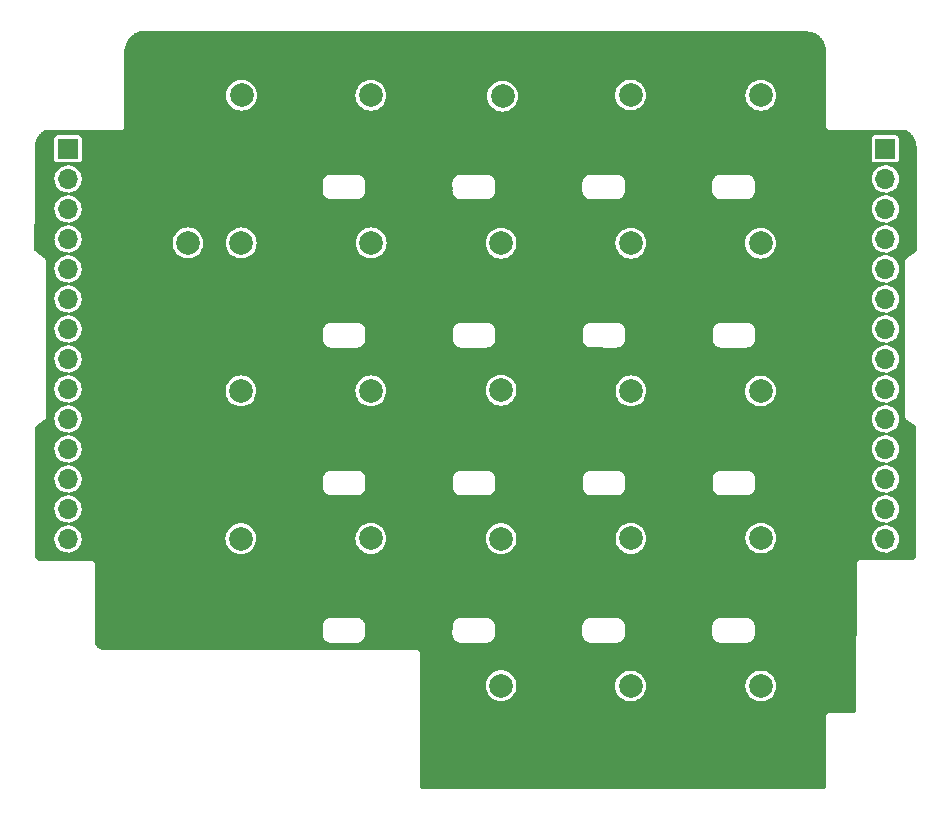
<source format=gbr>
%TF.GenerationSoftware,KiCad,Pcbnew,(6.0.2)*%
%TF.CreationDate,2024-01-19T20:32:51-05:00*%
%TF.ProjectId,top,746f702e-6b69-4636-9164-5f7063625858,rev?*%
%TF.SameCoordinates,Original*%
%TF.FileFunction,Copper,L2,Bot*%
%TF.FilePolarity,Positive*%
%FSLAX46Y46*%
G04 Gerber Fmt 4.6, Leading zero omitted, Abs format (unit mm)*
G04 Created by KiCad (PCBNEW (6.0.2)) date 2024-01-19 20:32:51*
%MOMM*%
%LPD*%
G01*
G04 APERTURE LIST*
%TA.AperFunction,ComponentPad*%
%ADD10C,2.000000*%
%TD*%
%TA.AperFunction,ComponentPad*%
%ADD11R,1.700000X1.700000*%
%TD*%
%TA.AperFunction,ComponentPad*%
%ADD12O,1.700000X1.700000*%
%TD*%
G04 APERTURE END LIST*
D10*
%TO.P,J8,1,Pin_1*%
%TO.N,Board_0-/top/GPIO_5*%
X172984940Y-98791100D03*
%TD*%
%TO.P,J4,1,Pin_1*%
%TO.N,Board_0-/top/GPIO_3*%
X151012400Y-111300600D03*
%TD*%
%TO.P,J7,1,Pin_1*%
%TO.N,Board_0-/top/GPIO_15*%
X151140940Y-73835600D03*
%TD*%
%TO.P,J12,1,Pin_1*%
%TO.N,Board_0-/top/GPIO_9*%
X172984940Y-86281600D03*
%TD*%
%TO.P,J24,1,Pin_1*%
%TO.N,Board_0-/top/GPIO_PLAY*%
X129017540Y-86256200D03*
%TD*%
%TO.P,J5,1,Pin_1*%
%TO.N,Board_0-/top/GPIO_2*%
X162012140Y-111275200D03*
%TD*%
%TO.P,J9,1,Pin_1*%
%TO.N,Board_0-/top/GPIO_6*%
X162012140Y-98778400D03*
%TD*%
%TO.P,J19,1,Pin_1*%
%TO.N,Board_0-/top/GPIO_SOUND*%
X173010340Y-123772000D03*
%TD*%
%TO.P,J18,1,Pin_1*%
%TO.N,Board_0-/top/GPIO_WRITE*%
X129042940Y-73759400D03*
%TD*%
%TO.P,J23,1,Pin_1*%
%TO.N,Board_0-/top/GPIO_FX*%
X128992140Y-98778400D03*
%TD*%
%TO.P,J22,1,Pin_1*%
%TO.N,Board_0-/top/GPIO_4*%
X139990340Y-111275200D03*
%TD*%
%TO.P,J25,1,Pin_1*%
%TO.N,Board_0-/top/GPIO_16*%
X139990340Y-73759400D03*
%TD*%
D11*
%TO.P,J29,1,Pin_1*%
%TO.N,Board_0-/top/GPIO_13*%
X183552400Y-78300000D03*
D12*
%TO.P,J29,2,Pin_2*%
%TO.N,Board_0-/top/GPIO_9*%
X183552400Y-80840000D03*
%TO.P,J29,3,Pin_3*%
%TO.N,Board_0-/top/GPIO_10*%
X183552400Y-83380000D03*
%TO.P,J29,4,Pin_4*%
%TO.N,Board_0-/top/GPIO_11*%
X183552400Y-85920000D03*
%TO.P,J29,5,Pin_5*%
%TO.N,Board_0-unconnected-(J29-Pad5)*%
X183552400Y-88460000D03*
%TO.P,J29,6,Pin_6*%
%TO.N,Board_0-/GND*%
X183552400Y-91000000D03*
%TO.P,J29,7,Pin_7*%
%TO.N,Board_0-/top/GPIO_6*%
X183552400Y-93540000D03*
%TO.P,J29,8,Pin_8*%
%TO.N,Board_0-/top/GPIO_5*%
X183552400Y-96080000D03*
%TO.P,J29,9,Pin_9*%
%TO.N,Board_0-/top/GPIO_2*%
X183552400Y-98620000D03*
%TO.P,J29,10,Pin_10*%
%TO.N,Board_0-unconnected-(J29-Pad10)*%
X183552400Y-101160000D03*
%TO.P,J29,11,Pin_11*%
%TO.N,Board_0-/top/GPIO_1*%
X183552400Y-103700000D03*
%TO.P,J29,12,Pin_12*%
%TO.N,Board_0-/top/GPIO_BPM*%
X183552400Y-106240000D03*
%TO.P,J29,13,Pin_13*%
%TO.N,Board_0-/top/GIPO_PATTERN*%
X183552400Y-108780000D03*
%TO.P,J29,14,Pin_14*%
%TO.N,Board_0-/top/GPIO_SOUND*%
X183552400Y-111320000D03*
%TD*%
D10*
%TO.P,J14,1,Pin_1*%
%TO.N,Board_0-/top/GPIO_12*%
X140015740Y-86256200D03*
%TD*%
%TO.P,J33,1,Pin_1*%
%TO.N,Board_0-/top/GPIO_PLAY*%
X124502400Y-86250000D03*
%TD*%
%TO.P,J11,1,Pin_1*%
%TO.N,Board_0-/top/GPIO_8*%
X139990340Y-98778400D03*
%TD*%
D11*
%TO.P,J30,1,Pin_1*%
%TO.N,Board_0-/top/GPIO_14*%
X114352400Y-78300000D03*
D12*
%TO.P,J30,2,Pin_2*%
%TO.N,Board_0-/top/GPIO_15*%
X114352400Y-80840000D03*
%TO.P,J30,3,Pin_3*%
%TO.N,Board_0-/top/GPIO_WRITE*%
X114352400Y-83380000D03*
%TO.P,J30,4,Pin_4*%
%TO.N,Board_0-/top/GPIO_16*%
X114352400Y-85920000D03*
%TO.P,J30,5,Pin_5*%
%TO.N,Board_0-unconnected-(J30-Pad5)*%
X114352400Y-88460000D03*
%TO.P,J30,6,Pin_6*%
%TO.N,Board_0-/top/GPIO_12*%
X114352400Y-91000000D03*
%TO.P,J30,7,Pin_7*%
%TO.N,Board_0-/top/GPIO_PLAY*%
X114352400Y-93540000D03*
%TO.P,J30,8,Pin_8*%
%TO.N,Board_0-/top/GPIO_7*%
X114352400Y-96080000D03*
%TO.P,J30,9,Pin_9*%
%TO.N,Board_0-/top/GPIO_8*%
X114352400Y-98620000D03*
%TO.P,J30,10,Pin_10*%
%TO.N,Board_0-unconnected-(J30-Pad10)*%
X114352400Y-101160000D03*
%TO.P,J30,11,Pin_11*%
%TO.N,Board_0-/top/GPIO_FX*%
X114352400Y-103700000D03*
%TO.P,J30,12,Pin_12*%
%TO.N,Board_0-/top/GPIO_3*%
X114352400Y-106240000D03*
%TO.P,J30,13,Pin_13*%
%TO.N,Board_0-/top/GPIO_4*%
X114352400Y-108780000D03*
%TO.P,J30,14,Pin_14*%
%TO.N,Board_0-/top/GPIO_SPECIAL*%
X114352400Y-111320000D03*
%TD*%
D10*
%TO.P,J28,1,Pin_1*%
%TO.N,Board_0-/top/GPIO_11*%
X151013940Y-86281600D03*
%TD*%
%TO.P,J16,1,Pin_1*%
%TO.N,Board_0-/top/GPIO_14*%
X161986740Y-73734000D03*
%TD*%
%TO.P,J10,1,Pin_1*%
%TO.N,Board_0-/top/GPIO_7*%
X151013940Y-98727600D03*
%TD*%
%TO.P,J6,1,Pin_1*%
%TO.N,Board_0-/top/GPIO_1*%
X173010340Y-111249800D03*
%TD*%
%TO.P,J21,1,Pin_1*%
%TO.N,Board_0-/top/GPIO_BPM*%
X151013940Y-123746600D03*
%TD*%
%TO.P,J20,1,Pin_1*%
%TO.N,Board_0-/top/GIPO_PATTERN*%
X161986740Y-123772000D03*
%TD*%
%TO.P,J15,1,Pin_1*%
%TO.N,Board_0-/top/GPIO_SPECIAL*%
X128988000Y-111300600D03*
%TD*%
%TO.P,J17,1,Pin_1*%
%TO.N,Board_0-/top/GPIO_13*%
X173010340Y-73759400D03*
%TD*%
%TO.P,J13,1,Pin_1*%
%TO.N,Board_0-/top/GPIO_10*%
X162007060Y-86281600D03*
%TD*%
%TA.AperFunction,NonConductor*%
G36*
X126837585Y-68297604D02*
G01*
X176785954Y-68298999D01*
X176807545Y-68301383D01*
X177574787Y-68472867D01*
X177594017Y-68479292D01*
X177631837Y-68496411D01*
X177639614Y-68500353D01*
X177705249Y-68537340D01*
X177709632Y-68539961D01*
X177779472Y-68584212D01*
X177783695Y-68587043D01*
X177851090Y-68634784D01*
X177855149Y-68637820D01*
X177920046Y-68689015D01*
X177923972Y-68692280D01*
X177986136Y-68746748D01*
X177989890Y-68750212D01*
X178049159Y-68807811D01*
X178052721Y-68811456D01*
X178108944Y-68872037D01*
X178112294Y-68875840D01*
X178165320Y-68939242D01*
X178168495Y-68943243D01*
X178218165Y-69009275D01*
X178221128Y-69013434D01*
X178267342Y-69081961D01*
X178270083Y-69086259D01*
X178312727Y-69157122D01*
X178315229Y-69161536D01*
X178354131Y-69234449D01*
X178356416Y-69239010D01*
X178371441Y-69271048D01*
X178391510Y-69313842D01*
X178393558Y-69318520D01*
X178424732Y-69395026D01*
X178426537Y-69399804D01*
X178453744Y-69477874D01*
X178455299Y-69482737D01*
X178478425Y-69562038D01*
X178479728Y-69566977D01*
X178498738Y-69647388D01*
X178499785Y-69652386D01*
X178514627Y-69733690D01*
X178515414Y-69738735D01*
X178526044Y-69820692D01*
X178526570Y-69825775D01*
X178532957Y-69908171D01*
X178533220Y-69913269D01*
X178535480Y-70000870D01*
X178535513Y-70003493D01*
X178531039Y-76323052D01*
X178530566Y-76332643D01*
X178529801Y-76340441D01*
X178527260Y-76349217D01*
X178528048Y-76358318D01*
X178528048Y-76358320D01*
X178530618Y-76387992D01*
X178530987Y-76396603D01*
X178530980Y-76406693D01*
X178531810Y-76411167D01*
X178531810Y-76411169D01*
X178532462Y-76414681D01*
X178533753Y-76424193D01*
X178536903Y-76460559D01*
X178540918Y-76468772D01*
X178542458Y-76474324D01*
X178544520Y-76479679D01*
X178546187Y-76488668D01*
X178550978Y-76496453D01*
X178550979Y-76496455D01*
X178565322Y-76519760D01*
X178569952Y-76528172D01*
X178581967Y-76552752D01*
X178581971Y-76552757D01*
X178585983Y-76560965D01*
X178592681Y-76567179D01*
X178596117Y-76571805D01*
X178599975Y-76576065D01*
X178604764Y-76583847D01*
X178632291Y-76604810D01*
X178633804Y-76605962D01*
X178641153Y-76612145D01*
X178661210Y-76630751D01*
X178661213Y-76630753D01*
X178667916Y-76636971D01*
X178676408Y-76640359D01*
X178681274Y-76643435D01*
X178686408Y-76646022D01*
X178693676Y-76651557D01*
X178702450Y-76654105D01*
X178702455Y-76654107D01*
X178728733Y-76661737D01*
X178737813Y-76664858D01*
X178765229Y-76675796D01*
X178765231Y-76675796D01*
X178771719Y-76678385D01*
X178777992Y-76679000D01*
X178778812Y-76679000D01*
X178783085Y-76679717D01*
X178783129Y-76679272D01*
X178792225Y-76680170D01*
X178801003Y-76682719D01*
X178810109Y-76681937D01*
X178810110Y-76681937D01*
X178840073Y-76679363D01*
X178848546Y-76679000D01*
X179748476Y-76679003D01*
X185309946Y-76679018D01*
X185362001Y-76693809D01*
X185419705Y-76729480D01*
X185424011Y-76732300D01*
X185492693Y-76779881D01*
X185496856Y-76782928D01*
X185562925Y-76833991D01*
X185566927Y-76837254D01*
X185630324Y-76891761D01*
X185634120Y-76895201D01*
X185645483Y-76906051D01*
X185694556Y-76952910D01*
X185698195Y-76956571D01*
X185755507Y-77017316D01*
X185758928Y-77021136D01*
X185813086Y-77084893D01*
X185816305Y-77088890D01*
X185866957Y-77155244D01*
X185869981Y-77159426D01*
X185917174Y-77228429D01*
X185919955Y-77232733D01*
X185963460Y-77304061D01*
X185966029Y-77308530D01*
X186005768Y-77382047D01*
X186008093Y-77386631D01*
X186026831Y-77426087D01*
X186043951Y-77462138D01*
X186046028Y-77466821D01*
X186077897Y-77544087D01*
X186079733Y-77548891D01*
X186107527Y-77627703D01*
X186109110Y-77632594D01*
X186132754Y-77712733D01*
X186134075Y-77717685D01*
X186153306Y-77798094D01*
X186153506Y-77798931D01*
X186154576Y-77803985D01*
X186169756Y-77886210D01*
X186170560Y-77891309D01*
X186181422Y-77974125D01*
X186181960Y-77979262D01*
X186188485Y-78062502D01*
X186188754Y-78067655D01*
X186191077Y-78156632D01*
X186191111Y-78159107D01*
X186195217Y-81881488D01*
X186200758Y-86905009D01*
X186200772Y-86917803D01*
X186181929Y-86976014D01*
X186160268Y-86997782D01*
X185382743Y-87567235D01*
X185382550Y-87567376D01*
X185367530Y-87576449D01*
X185349034Y-87585490D01*
X185342821Y-87592188D01*
X185342818Y-87592190D01*
X185311944Y-87625473D01*
X185311500Y-87625947D01*
X185274119Y-87665711D01*
X185273729Y-87666669D01*
X185273029Y-87667424D01*
X185269783Y-87675560D01*
X185252779Y-87718179D01*
X185252610Y-87718600D01*
X185232017Y-87769236D01*
X185231998Y-87770266D01*
X185231615Y-87771227D01*
X185231000Y-87777500D01*
X185231000Y-87824824D01*
X185230984Y-87826605D01*
X185230005Y-87880977D01*
X185230856Y-87883307D01*
X185231000Y-87885035D01*
X185231000Y-100900783D01*
X185229171Y-100919724D01*
X185225814Y-100936946D01*
X185230910Y-100965642D01*
X185231000Y-100966310D01*
X185231000Y-100967407D01*
X185235731Y-100992811D01*
X185235878Y-100993618D01*
X185245355Y-101046983D01*
X185246027Y-101048094D01*
X185246265Y-101049372D01*
X185250824Y-101056769D01*
X185250825Y-101056770D01*
X185274698Y-101095498D01*
X185275125Y-101096197D01*
X185303199Y-101142608D01*
X185304446Y-101143758D01*
X185304909Y-101144509D01*
X185306914Y-101146034D01*
X185307833Y-101146881D01*
X185312550Y-101150446D01*
X185312552Y-101150448D01*
X185339498Y-101170812D01*
X185339734Y-101170990D01*
X185393869Y-101212156D01*
X185394325Y-101212288D01*
X185394632Y-101212480D01*
X185856428Y-101561479D01*
X186131684Y-101769502D01*
X186166708Y-101819671D01*
X186170994Y-101848484D01*
X186170997Y-106416223D01*
X186171000Y-111742923D01*
X186171000Y-112639959D01*
X186169873Y-112651088D01*
X186169638Y-112651745D01*
X186169254Y-112658037D01*
X186169343Y-112660458D01*
X186169343Y-112660462D01*
X186170933Y-112703685D01*
X186171000Y-112707324D01*
X186171000Y-112727886D01*
X186171018Y-112727980D01*
X186171101Y-112739987D01*
X186171042Y-112740740D01*
X186170498Y-112745922D01*
X186168191Y-112763455D01*
X186167379Y-112768581D01*
X186164145Y-112786030D01*
X186163067Y-112791101D01*
X186158935Y-112808311D01*
X186157597Y-112813308D01*
X186152560Y-112830314D01*
X186150966Y-112835220D01*
X186145031Y-112851979D01*
X186143173Y-112856819D01*
X186136391Y-112873191D01*
X186134294Y-112877903D01*
X186126669Y-112893889D01*
X186124340Y-112898461D01*
X186117640Y-112910801D01*
X186115848Y-112914102D01*
X186113262Y-112918581D01*
X186108150Y-112926922D01*
X186103994Y-112933703D01*
X186101179Y-112938039D01*
X186096594Y-112944711D01*
X186091160Y-112952618D01*
X186088109Y-112956816D01*
X186077304Y-112970897D01*
X186074043Y-112974925D01*
X186062535Y-112988399D01*
X186059081Y-112992236D01*
X186046869Y-113005104D01*
X186043207Y-113008765D01*
X186030345Y-113020971D01*
X186026493Y-113024439D01*
X186013045Y-113035925D01*
X186009021Y-113039184D01*
X185994944Y-113049987D01*
X185990747Y-113053037D01*
X185976110Y-113063097D01*
X185971777Y-113065911D01*
X185956710Y-113075146D01*
X185952236Y-113077728D01*
X185936606Y-113086215D01*
X185932002Y-113088561D01*
X185916022Y-113096184D01*
X185911313Y-113098281D01*
X185905425Y-113100721D01*
X185894932Y-113105068D01*
X185890091Y-113106926D01*
X185873333Y-113112861D01*
X185868425Y-113114457D01*
X185851411Y-113119497D01*
X185846439Y-113120829D01*
X185838916Y-113122635D01*
X185829197Y-113124968D01*
X185824136Y-113126044D01*
X185806730Y-113129271D01*
X185801615Y-113130082D01*
X185784878Y-113132287D01*
X185784035Y-113132398D01*
X185778880Y-113132940D01*
X185761226Y-113134331D01*
X185756051Y-113134603D01*
X185733287Y-113135200D01*
X185730643Y-113135234D01*
X181476300Y-113131055D01*
X181466266Y-113130534D01*
X181461017Y-113129994D01*
X181452248Y-113127408D01*
X181412522Y-113130655D01*
X181404362Y-113130984D01*
X181393385Y-113130973D01*
X181388909Y-113131802D01*
X181388898Y-113131803D01*
X181386287Y-113132287D01*
X181376326Y-113133613D01*
X181349969Y-113135767D01*
X181349967Y-113135768D01*
X181340860Y-113136512D01*
X181332632Y-113140485D01*
X181326399Y-113142181D01*
X181320390Y-113144493D01*
X181311405Y-113146157D01*
X181303619Y-113150946D01*
X181281081Y-113164808D01*
X181272266Y-113169631D01*
X181240218Y-113185105D01*
X181233969Y-113191776D01*
X181228769Y-113195599D01*
X181223994Y-113199920D01*
X181216210Y-113204708D01*
X181194632Y-113233026D01*
X181188152Y-113240690D01*
X181163817Y-113266670D01*
X181160390Y-113275139D01*
X181156920Y-113280570D01*
X181154016Y-113286330D01*
X181148476Y-113293601D01*
X181141124Y-113318896D01*
X181138544Y-113327774D01*
X181135256Y-113337263D01*
X181121901Y-113370271D01*
X181121255Y-113376541D01*
X181121247Y-113378164D01*
X181120424Y-113383018D01*
X181120736Y-113383049D01*
X181119836Y-113392140D01*
X181117284Y-113400920D01*
X181118064Y-113410029D01*
X181120549Y-113439055D01*
X181120909Y-113447979D01*
X181061023Y-125814207D01*
X181060989Y-125816367D01*
X181059931Y-125856039D01*
X181059531Y-125862667D01*
X181057377Y-125885577D01*
X181054823Y-125900452D01*
X181050096Y-125919251D01*
X181045317Y-125933551D01*
X181037796Y-125951400D01*
X181030894Y-125964818D01*
X181020747Y-125981318D01*
X181011883Y-125993535D01*
X181001424Y-126005853D01*
X180994530Y-126013183D01*
X180982892Y-126024359D01*
X180971251Y-126033945D01*
X180955413Y-126045078D01*
X180942450Y-126052784D01*
X180927957Y-126059967D01*
X180918747Y-126063962D01*
X180903626Y-126069627D01*
X180889149Y-126073824D01*
X180883145Y-126075078D01*
X180873365Y-126077121D01*
X180863434Y-126078674D01*
X180845533Y-126080547D01*
X180838019Y-126081046D01*
X180834041Y-126081157D01*
X180830283Y-126081191D01*
X179240723Y-126064972D01*
X178908731Y-126061584D01*
X178898717Y-126060111D01*
X178898659Y-126060705D01*
X178889562Y-126059813D01*
X178880782Y-126057270D01*
X178851702Y-126059789D01*
X178843938Y-126060461D01*
X178834385Y-126060825D01*
X178833694Y-126060818D01*
X178826158Y-126060741D01*
X178816282Y-126062476D01*
X178807706Y-126063599D01*
X178769440Y-126066913D01*
X178761229Y-126070927D01*
X178757081Y-126072077D01*
X178753045Y-126073587D01*
X178744041Y-126075169D01*
X178736213Y-126079885D01*
X178736210Y-126079886D01*
X178711146Y-126094986D01*
X178703535Y-126099128D01*
X178669034Y-126115993D01*
X178662820Y-126122692D01*
X178659368Y-126125255D01*
X178656140Y-126128122D01*
X178648311Y-126132839D01*
X178642705Y-126140057D01*
X178624756Y-126163168D01*
X178619147Y-126169772D01*
X178593029Y-126197927D01*
X178589641Y-126206420D01*
X178587339Y-126210061D01*
X178585368Y-126213882D01*
X178579759Y-126221104D01*
X178568697Y-126257896D01*
X178565852Y-126266046D01*
X178551615Y-126301730D01*
X178551000Y-126308003D01*
X178551000Y-126310423D01*
X178550994Y-126310546D01*
X178550536Y-126316387D01*
X178550212Y-126319375D01*
X178547580Y-126328130D01*
X178550038Y-126360328D01*
X178550713Y-126369175D01*
X178551000Y-126376710D01*
X178551000Y-132222483D01*
X178549293Y-132240790D01*
X178545803Y-132259338D01*
X178546407Y-132265612D01*
X178546873Y-132267988D01*
X178547648Y-132271941D01*
X178544966Y-132320593D01*
X178543022Y-132326796D01*
X178537456Y-132340747D01*
X178529961Y-132356045D01*
X178522351Y-132368990D01*
X178514246Y-132380649D01*
X178508127Y-132388563D01*
X178500742Y-132397178D01*
X178493845Y-132404445D01*
X178483986Y-132413831D01*
X178483561Y-132414236D01*
X178471941Y-132423729D01*
X178460314Y-132431837D01*
X178451852Y-132437125D01*
X178441911Y-132442658D01*
X178432936Y-132447073D01*
X178423556Y-132451111D01*
X178422486Y-132451572D01*
X178413107Y-132455059D01*
X178409628Y-132456156D01*
X178402292Y-132458468D01*
X178392611Y-132460989D01*
X178380534Y-132463488D01*
X178350809Y-132465069D01*
X178346537Y-132464650D01*
X178323698Y-132464648D01*
X178303270Y-132464645D01*
X178298445Y-132464527D01*
X178284846Y-132463862D01*
X178280287Y-132463639D01*
X178275763Y-132464254D01*
X178271215Y-132464451D01*
X178271209Y-132464303D01*
X178266207Y-132464641D01*
X144409476Y-132461005D01*
X144386754Y-132458200D01*
X144385591Y-132458078D01*
X144378809Y-132456378D01*
X144372510Y-132456607D01*
X144362855Y-132457909D01*
X144346539Y-132460109D01*
X144341282Y-132460462D01*
X144341293Y-132460579D01*
X144336752Y-132460998D01*
X144332194Y-132460997D01*
X144327716Y-132461830D01*
X144324997Y-132462081D01*
X144300871Y-132461350D01*
X144296577Y-132460690D01*
X144286765Y-132458669D01*
X144273311Y-132455179D01*
X144259091Y-132450310D01*
X144246338Y-132444830D01*
X144237342Y-132440412D01*
X144225245Y-132433691D01*
X144212702Y-132425418D01*
X144201702Y-132416897D01*
X144194124Y-132410387D01*
X144184068Y-132400822D01*
X144174001Y-132389672D01*
X144173144Y-132388563D01*
X144165499Y-132378680D01*
X144159784Y-132370464D01*
X144152458Y-132358705D01*
X144145505Y-132345388D01*
X144138943Y-132330091D01*
X144134081Y-132315859D01*
X144130602Y-132302412D01*
X144128586Y-132292597D01*
X144126495Y-132278939D01*
X144125355Y-132263925D01*
X144128111Y-123746600D01*
X149708472Y-123746600D01*
X149728305Y-123973292D01*
X149787201Y-124193096D01*
X149883372Y-124399334D01*
X150013893Y-124585739D01*
X150174801Y-124746647D01*
X150178339Y-124749124D01*
X150178341Y-124749126D01*
X150357661Y-124874686D01*
X150361206Y-124877168D01*
X150567444Y-124973339D01*
X150655416Y-124996911D01*
X150783071Y-125031116D01*
X150783073Y-125031116D01*
X150787248Y-125032235D01*
X151013940Y-125052068D01*
X151240632Y-125032235D01*
X151244807Y-125031116D01*
X151244809Y-125031116D01*
X151372464Y-124996911D01*
X151460436Y-124973339D01*
X151666674Y-124877168D01*
X151670219Y-124874686D01*
X151849539Y-124749126D01*
X151849541Y-124749124D01*
X151853079Y-124746647D01*
X152013987Y-124585739D01*
X152144508Y-124399334D01*
X152240679Y-124193096D01*
X152299575Y-123973292D01*
X152317186Y-123772000D01*
X160681272Y-123772000D01*
X160701105Y-123998692D01*
X160760001Y-124218496D01*
X160856172Y-124424734D01*
X160986693Y-124611139D01*
X161147601Y-124772047D01*
X161151139Y-124774524D01*
X161151141Y-124774526D01*
X161300344Y-124878998D01*
X161334006Y-124902568D01*
X161540244Y-124998739D01*
X161629303Y-125022602D01*
X161755871Y-125056516D01*
X161755873Y-125056516D01*
X161760048Y-125057635D01*
X161986740Y-125077468D01*
X162213432Y-125057635D01*
X162217607Y-125056516D01*
X162217609Y-125056516D01*
X162344177Y-125022602D01*
X162433236Y-124998739D01*
X162639474Y-124902568D01*
X162673136Y-124878998D01*
X162822339Y-124774526D01*
X162822341Y-124774524D01*
X162825879Y-124772047D01*
X162986787Y-124611139D01*
X163117308Y-124424734D01*
X163213479Y-124218496D01*
X163272375Y-123998692D01*
X163292208Y-123772000D01*
X171704872Y-123772000D01*
X171724705Y-123998692D01*
X171783601Y-124218496D01*
X171879772Y-124424734D01*
X172010293Y-124611139D01*
X172171201Y-124772047D01*
X172174739Y-124774524D01*
X172174741Y-124774526D01*
X172323944Y-124878998D01*
X172357606Y-124902568D01*
X172563844Y-124998739D01*
X172652903Y-125022602D01*
X172779471Y-125056516D01*
X172779473Y-125056516D01*
X172783648Y-125057635D01*
X173010340Y-125077468D01*
X173237032Y-125057635D01*
X173241207Y-125056516D01*
X173241209Y-125056516D01*
X173367777Y-125022602D01*
X173456836Y-124998739D01*
X173663074Y-124902568D01*
X173696736Y-124878998D01*
X173845939Y-124774526D01*
X173845941Y-124774524D01*
X173849479Y-124772047D01*
X174010387Y-124611139D01*
X174140908Y-124424734D01*
X174237079Y-124218496D01*
X174295975Y-123998692D01*
X174315808Y-123772000D01*
X174295975Y-123545308D01*
X174237079Y-123325504D01*
X174140908Y-123119266D01*
X174010387Y-122932861D01*
X173849479Y-122771953D01*
X173817566Y-122749607D01*
X173666619Y-122643914D01*
X173666617Y-122643913D01*
X173663074Y-122641432D01*
X173456836Y-122545261D01*
X173357869Y-122518743D01*
X173241209Y-122487484D01*
X173241207Y-122487484D01*
X173237032Y-122486365D01*
X173010340Y-122466532D01*
X172783648Y-122486365D01*
X172779473Y-122487484D01*
X172779471Y-122487484D01*
X172662811Y-122518743D01*
X172563844Y-122545261D01*
X172357606Y-122641432D01*
X172354063Y-122643913D01*
X172354061Y-122643914D01*
X172203115Y-122749607D01*
X172171201Y-122771953D01*
X172010293Y-122932861D01*
X171879772Y-123119266D01*
X171783601Y-123325504D01*
X171724705Y-123545308D01*
X171704872Y-123772000D01*
X163292208Y-123772000D01*
X163272375Y-123545308D01*
X163213479Y-123325504D01*
X163117308Y-123119266D01*
X162986787Y-122932861D01*
X162825879Y-122771953D01*
X162793966Y-122749607D01*
X162643019Y-122643914D01*
X162643017Y-122643913D01*
X162639474Y-122641432D01*
X162433236Y-122545261D01*
X162334269Y-122518743D01*
X162217609Y-122487484D01*
X162217607Y-122487484D01*
X162213432Y-122486365D01*
X161986740Y-122466532D01*
X161760048Y-122486365D01*
X161755873Y-122487484D01*
X161755871Y-122487484D01*
X161639211Y-122518743D01*
X161540244Y-122545261D01*
X161334006Y-122641432D01*
X161330463Y-122643913D01*
X161330461Y-122643914D01*
X161179515Y-122749607D01*
X161147601Y-122771953D01*
X160986693Y-122932861D01*
X160856172Y-123119266D01*
X160760001Y-123325504D01*
X160701105Y-123545308D01*
X160681272Y-123772000D01*
X152317186Y-123772000D01*
X152319408Y-123746600D01*
X152299575Y-123519908D01*
X152240679Y-123300104D01*
X152144508Y-123093866D01*
X152013987Y-122907461D01*
X151853079Y-122746553D01*
X151702950Y-122641432D01*
X151670219Y-122618514D01*
X151670217Y-122618513D01*
X151666674Y-122616032D01*
X151460436Y-122519861D01*
X151334020Y-122485988D01*
X151244809Y-122462084D01*
X151244807Y-122462084D01*
X151240632Y-122460965D01*
X151013940Y-122441132D01*
X150787248Y-122460965D01*
X150783073Y-122462084D01*
X150783071Y-122462084D01*
X150693860Y-122485988D01*
X150567444Y-122519861D01*
X150361206Y-122616032D01*
X150357663Y-122618513D01*
X150357661Y-122618514D01*
X150324931Y-122641432D01*
X150174801Y-122746553D01*
X150013893Y-122907461D01*
X149883372Y-123093866D01*
X149787201Y-123300104D01*
X149728305Y-123519908D01*
X149708472Y-123746600D01*
X144128111Y-123746600D01*
X144128981Y-121056771D01*
X144129453Y-121047142D01*
X144130196Y-121039563D01*
X144132739Y-121030782D01*
X144129372Y-120991914D01*
X144129004Y-120983343D01*
X144129006Y-120977755D01*
X144129008Y-120973192D01*
X144127538Y-120965284D01*
X144126239Y-120955732D01*
X144123885Y-120928545D01*
X144123884Y-120928543D01*
X144123096Y-120919440D01*
X144119084Y-120911231D01*
X144117529Y-120905625D01*
X144115441Y-120900209D01*
X144113770Y-120891222D01*
X144094660Y-120860199D01*
X144090010Y-120851754D01*
X144078030Y-120827245D01*
X144078029Y-120827244D01*
X144074016Y-120819034D01*
X144067315Y-120812818D01*
X144063854Y-120808158D01*
X144059951Y-120803850D01*
X144055156Y-120796066D01*
X144026168Y-120774008D01*
X144018791Y-120767805D01*
X143998784Y-120749245D01*
X143998780Y-120749243D01*
X143992082Y-120743029D01*
X143983593Y-120739642D01*
X143978682Y-120736538D01*
X143973493Y-120733926D01*
X143966218Y-120728390D01*
X143957438Y-120725844D01*
X143957437Y-120725844D01*
X143931243Y-120718250D01*
X143922123Y-120715118D01*
X143888279Y-120701615D01*
X143882006Y-120701000D01*
X143881103Y-120701000D01*
X143876792Y-120700288D01*
X143876751Y-120700709D01*
X143867659Y-120699814D01*
X143858879Y-120697269D01*
X143819879Y-120700634D01*
X143811369Y-120701000D01*
X117167739Y-120701000D01*
X117132393Y-120694475D01*
X117107415Y-120684928D01*
X117102596Y-120682939D01*
X117070391Y-120668644D01*
X117065687Y-120666406D01*
X117034240Y-120650417D01*
X117029656Y-120647933D01*
X116999093Y-120630310D01*
X116994665Y-120627599D01*
X116965055Y-120608381D01*
X116960765Y-120605432D01*
X116932194Y-120584670D01*
X116928072Y-120581506D01*
X116900669Y-120559297D01*
X116896707Y-120555909D01*
X116870494Y-120532272D01*
X116866732Y-120528696D01*
X116841790Y-120503702D01*
X116838229Y-120499939D01*
X116814643Y-120473674D01*
X116811287Y-120469733D01*
X116789112Y-120442256D01*
X116785960Y-120438132D01*
X116765276Y-120409545D01*
X116762332Y-120405241D01*
X116743190Y-120375617D01*
X116740476Y-120371165D01*
X116722908Y-120340553D01*
X116720446Y-120335990D01*
X116704513Y-120304496D01*
X116702301Y-120299820D01*
X116688038Y-120267505D01*
X116686060Y-120262684D01*
X116673540Y-120229723D01*
X116671818Y-120224803D01*
X116661048Y-120191222D01*
X116659586Y-120186214D01*
X116650593Y-120152084D01*
X116649404Y-120147036D01*
X116642220Y-120112484D01*
X116641294Y-120107354D01*
X116635942Y-120072494D01*
X116635286Y-120067318D01*
X116635178Y-120066231D01*
X116633370Y-120048148D01*
X116631778Y-120032225D01*
X116631396Y-120027030D01*
X116629737Y-119991761D01*
X116629630Y-119986549D01*
X116629775Y-119960916D01*
X116631834Y-119944198D01*
X116632502Y-119942529D01*
X116633122Y-119936256D01*
X116633160Y-119894689D01*
X116633327Y-119889043D01*
X116634287Y-119872595D01*
X116633715Y-119868077D01*
X116633561Y-119863513D01*
X116633562Y-119863513D01*
X116633194Y-119857625D01*
X116633639Y-119370954D01*
X135904070Y-119370954D01*
X135905486Y-119389022D01*
X135905530Y-119389578D01*
X135905500Y-119404460D01*
X135904077Y-119410730D01*
X135904447Y-119417023D01*
X135905590Y-119424267D01*
X135906226Y-119428301D01*
X135907435Y-119443313D01*
X135907494Y-119457493D01*
X135910699Y-119465697D01*
X135912258Y-119480466D01*
X135911490Y-119486895D01*
X135912512Y-119493114D01*
X135913131Y-119495435D01*
X135913134Y-119495448D01*
X135920812Y-119524228D01*
X135922946Y-119534311D01*
X135924049Y-119541303D01*
X135924917Y-119543751D01*
X135926618Y-119552723D01*
X135926893Y-119554889D01*
X135926791Y-119561880D01*
X135928455Y-119567959D01*
X135939874Y-119597842D01*
X135939941Y-119598017D01*
X135943116Y-119607831D01*
X135944943Y-119614680D01*
X135946063Y-119617028D01*
X135948687Y-119625770D01*
X135949189Y-119627906D01*
X135949814Y-119634864D01*
X135952103Y-119640737D01*
X135953189Y-119642879D01*
X135953199Y-119642901D01*
X135966657Y-119669440D01*
X135970840Y-119678879D01*
X135971738Y-119681230D01*
X135971742Y-119681239D01*
X135973366Y-119685488D01*
X135974216Y-119686877D01*
X135976686Y-119693008D01*
X135977466Y-119697611D01*
X135980207Y-119703287D01*
X135987662Y-119715516D01*
X135989982Y-119719321D01*
X135996692Y-119732622D01*
X135998258Y-119738857D01*
X136001433Y-119744302D01*
X136006122Y-119750791D01*
X136023331Y-119774608D01*
X136027616Y-119781055D01*
X136033009Y-119789901D01*
X136035770Y-119794731D01*
X136036915Y-119796871D01*
X136039314Y-119803436D01*
X136043039Y-119808521D01*
X136048512Y-119814637D01*
X136064507Y-119832511D01*
X136070972Y-119840540D01*
X136075122Y-119846283D01*
X136077002Y-119848073D01*
X136082575Y-119855303D01*
X136083805Y-119857118D01*
X136086875Y-119863398D01*
X136091109Y-119868067D01*
X136114948Y-119889681D01*
X136122218Y-119896999D01*
X136126942Y-119902278D01*
X136129004Y-119903868D01*
X136135303Y-119910482D01*
X136136704Y-119912146D01*
X136140410Y-119918071D01*
X136145107Y-119922274D01*
X136171085Y-119941304D01*
X136179065Y-119947816D01*
X136184317Y-119952578D01*
X136185701Y-119953431D01*
X136190684Y-119957789D01*
X136193465Y-119961546D01*
X136198476Y-119965369D01*
X136206898Y-119970579D01*
X136212890Y-119974286D01*
X136222657Y-119981669D01*
X136224488Y-119983890D01*
X136229692Y-119987447D01*
X136246158Y-119996482D01*
X136258588Y-120004664D01*
X136263053Y-120009291D01*
X136268519Y-120012430D01*
X136302634Y-120027816D01*
X136309532Y-120031258D01*
X136318562Y-120036213D01*
X136323353Y-120039019D01*
X136325475Y-120040343D01*
X136330825Y-120044840D01*
X136336588Y-120047393D01*
X136358208Y-120054543D01*
X136367143Y-120057498D01*
X136376747Y-120061239D01*
X136383212Y-120064155D01*
X136385740Y-120064772D01*
X136394174Y-120068266D01*
X136396136Y-120069223D01*
X136401924Y-120073138D01*
X136407922Y-120075078D01*
X136439379Y-120081951D01*
X136449308Y-120084670D01*
X136456042Y-120086897D01*
X136458614Y-120087247D01*
X136467378Y-120089847D01*
X136469426Y-120090594D01*
X136475589Y-120093884D01*
X136481755Y-120095189D01*
X136484156Y-120095456D01*
X136484161Y-120095457D01*
X136513739Y-120098748D01*
X136523916Y-120100421D01*
X136524711Y-120100595D01*
X136526385Y-120100961D01*
X136526388Y-120100961D01*
X136530840Y-120101934D01*
X136533547Y-120102018D01*
X136541962Y-120103559D01*
X136546297Y-120104616D01*
X136552787Y-120107209D01*
X136559060Y-120107827D01*
X136590049Y-120107843D01*
X136600942Y-120108451D01*
X136601789Y-120108545D01*
X136602246Y-120108596D01*
X136602248Y-120108596D01*
X136606785Y-120109101D01*
X136619075Y-120108198D01*
X136620015Y-120108129D01*
X136627321Y-120107863D01*
X137698363Y-120108431D01*
X138711905Y-120108968D01*
X138724694Y-120110125D01*
X138728369Y-120111347D01*
X138734668Y-120111592D01*
X138775785Y-120109176D01*
X138781635Y-120109005D01*
X138783004Y-120109006D01*
X138790523Y-120109417D01*
X138796143Y-120110847D01*
X138802443Y-120110641D01*
X138804838Y-120110327D01*
X138804848Y-120110326D01*
X138821069Y-120108198D01*
X138835936Y-120107451D01*
X138842270Y-120108545D01*
X138848534Y-120107847D01*
X138858717Y-120105691D01*
X138885117Y-120100102D01*
X138892732Y-120098798D01*
X138903014Y-120097449D01*
X138908520Y-120096884D01*
X138910968Y-120096702D01*
X138917941Y-120097168D01*
X138924098Y-120095823D01*
X138949424Y-120087629D01*
X138954725Y-120085914D01*
X138964692Y-120083255D01*
X138967155Y-120082734D01*
X138967169Y-120082730D01*
X138971621Y-120081787D01*
X138973121Y-120081165D01*
X138979566Y-120079679D01*
X138984231Y-120079626D01*
X138990265Y-120077803D01*
X139007631Y-120070642D01*
X139021807Y-120066088D01*
X139028210Y-120065512D01*
X139034082Y-120063224D01*
X139036241Y-120062129D01*
X139036248Y-120062126D01*
X139063811Y-120048148D01*
X139067433Y-120046311D01*
X139074461Y-120043086D01*
X139084022Y-120039143D01*
X139089227Y-120037166D01*
X139091531Y-120036364D01*
X139098385Y-120035018D01*
X139103988Y-120032131D01*
X139106049Y-120030800D01*
X139131029Y-120014662D01*
X139139975Y-120009523D01*
X139142221Y-120008384D01*
X139142229Y-120008379D01*
X139146295Y-120006317D01*
X139148350Y-120004744D01*
X139156347Y-120000371D01*
X139158334Y-119999438D01*
X139165016Y-119997383D01*
X139170287Y-119993928D01*
X139188912Y-119978933D01*
X139195353Y-119973747D01*
X139203715Y-119967705D01*
X139205835Y-119966335D01*
X139205836Y-119966334D01*
X139209669Y-119963858D01*
X139210850Y-119962740D01*
X139216349Y-119959047D01*
X139220687Y-119957332D01*
X139225673Y-119953476D01*
X139235353Y-119944348D01*
X139238008Y-119941844D01*
X139247657Y-119934312D01*
X139250278Y-119933114D01*
X139255056Y-119929003D01*
X139268028Y-119915425D01*
X139279137Y-119905524D01*
X139284755Y-119902405D01*
X139289197Y-119897933D01*
X139312843Y-119868954D01*
X139317963Y-119863158D01*
X139325084Y-119855704D01*
X139329043Y-119851786D01*
X139330844Y-119850102D01*
X139336571Y-119846090D01*
X139340524Y-119841180D01*
X139358167Y-119814258D01*
X139364260Y-119805940D01*
X139368740Y-119800450D01*
X139369989Y-119798166D01*
X139375537Y-119790919D01*
X139376960Y-119789279D01*
X139382242Y-119784689D01*
X139385662Y-119779394D01*
X139400410Y-119750775D01*
X139405599Y-119741879D01*
X139409486Y-119735948D01*
X139410488Y-119733552D01*
X139415252Y-119725766D01*
X139416500Y-119723981D01*
X139421272Y-119718871D01*
X139424122Y-119713249D01*
X139435808Y-119683260D01*
X139440050Y-119673856D01*
X139441201Y-119671622D01*
X139441204Y-119671614D01*
X139443296Y-119667555D01*
X139443762Y-119666002D01*
X139446688Y-119660066D01*
X139449597Y-119656416D01*
X139452000Y-119650589D01*
X139457434Y-119632600D01*
X139462864Y-119618750D01*
X139466466Y-119613425D01*
X139468406Y-119607428D01*
X139469044Y-119604512D01*
X139475356Y-119575627D01*
X139476387Y-119570908D01*
X139478333Y-119563420D01*
X139481327Y-119553508D01*
X139483087Y-119548223D01*
X139483921Y-119545935D01*
X139487213Y-119539771D01*
X139488519Y-119533604D01*
X139492081Y-119501613D01*
X139493754Y-119491441D01*
X139495268Y-119484513D01*
X139495353Y-119481758D01*
X139496808Y-119473732D01*
X139498208Y-119467895D01*
X139500773Y-119461404D01*
X139501368Y-119455129D01*
X139501330Y-119443565D01*
X139501268Y-119424940D01*
X139501875Y-119413656D01*
X139501935Y-119413120D01*
X139501935Y-119413112D01*
X139502440Y-119408579D01*
X139501409Y-119394525D01*
X139501145Y-119387620D01*
X139501142Y-119386647D01*
X146895877Y-119386647D01*
X146896631Y-119392904D01*
X146897153Y-119395267D01*
X146897154Y-119395270D01*
X146903289Y-119423017D01*
X146904742Y-119440971D01*
X146904990Y-119440950D01*
X146905524Y-119447231D01*
X146905964Y-119449614D01*
X146905964Y-119449616D01*
X146908932Y-119465701D01*
X146910452Y-119480515D01*
X146909690Y-119486895D01*
X146910712Y-119493114D01*
X146918614Y-119522733D01*
X146920350Y-119529240D01*
X146922053Y-119536798D01*
X146923930Y-119546972D01*
X146924785Y-119552464D01*
X146925093Y-119554891D01*
X146924991Y-119561880D01*
X146926655Y-119567959D01*
X146938074Y-119597842D01*
X146938141Y-119598017D01*
X146941316Y-119607831D01*
X146943143Y-119614680D01*
X146944263Y-119617028D01*
X146946887Y-119625770D01*
X146947389Y-119627906D01*
X146948014Y-119634864D01*
X146950303Y-119640737D01*
X146951389Y-119642879D01*
X146951399Y-119642901D01*
X146964857Y-119669440D01*
X146969040Y-119678879D01*
X146969938Y-119681230D01*
X146969942Y-119681239D01*
X146971566Y-119685488D01*
X146972416Y-119686877D01*
X146974886Y-119693008D01*
X146975666Y-119697611D01*
X146978407Y-119703287D01*
X146985862Y-119715516D01*
X146988182Y-119719321D01*
X146994892Y-119732622D01*
X146996458Y-119738857D01*
X146999633Y-119744302D01*
X147004322Y-119750791D01*
X147021531Y-119774608D01*
X147025816Y-119781055D01*
X147031209Y-119789901D01*
X147033970Y-119794731D01*
X147035115Y-119796871D01*
X147037514Y-119803436D01*
X147041239Y-119808521D01*
X147046712Y-119814637D01*
X147062707Y-119832511D01*
X147069172Y-119840540D01*
X147073322Y-119846283D01*
X147075202Y-119848073D01*
X147080775Y-119855303D01*
X147082005Y-119857118D01*
X147085075Y-119863398D01*
X147089309Y-119868067D01*
X147113148Y-119889681D01*
X147120418Y-119896999D01*
X147125142Y-119902278D01*
X147127204Y-119903868D01*
X147133503Y-119910482D01*
X147134904Y-119912146D01*
X147138610Y-119918071D01*
X147143307Y-119922274D01*
X147169285Y-119941304D01*
X147177265Y-119947816D01*
X147182517Y-119952578D01*
X147184729Y-119953942D01*
X147191663Y-119959848D01*
X147193253Y-119961379D01*
X147197557Y-119966888D01*
X147202667Y-119970579D01*
X147228081Y-119985399D01*
X147230465Y-119986789D01*
X147239091Y-119992441D01*
X147244804Y-119996626D01*
X147247145Y-119997752D01*
X147254674Y-120002916D01*
X147256403Y-120004264D01*
X147261253Y-120009291D01*
X147266719Y-120012430D01*
X147296065Y-120025665D01*
X147305225Y-120030385D01*
X147307415Y-120031662D01*
X147307418Y-120031663D01*
X147311355Y-120033959D01*
X147313795Y-120034833D01*
X147321814Y-120039181D01*
X147323673Y-120040341D01*
X147329025Y-120044840D01*
X147334788Y-120047393D01*
X147356408Y-120054543D01*
X147365343Y-120057498D01*
X147374947Y-120061239D01*
X147381412Y-120064155D01*
X147383940Y-120064772D01*
X147392374Y-120068266D01*
X147394336Y-120069223D01*
X147400124Y-120073138D01*
X147406122Y-120075078D01*
X147437579Y-120081951D01*
X147447508Y-120084670D01*
X147454242Y-120086897D01*
X147456814Y-120087247D01*
X147465578Y-120089847D01*
X147467626Y-120090594D01*
X147473789Y-120093884D01*
X147479955Y-120095189D01*
X147482356Y-120095456D01*
X147482361Y-120095457D01*
X147511939Y-120098748D01*
X147522116Y-120100421D01*
X147529040Y-120101934D01*
X147531756Y-120102018D01*
X147540141Y-120103552D01*
X147544626Y-120104644D01*
X147551119Y-120107235D01*
X147557392Y-120107850D01*
X147568530Y-120107851D01*
X147588290Y-120107853D01*
X147599224Y-120108460D01*
X147599648Y-120108507D01*
X147604985Y-120109101D01*
X147618321Y-120108122D01*
X147625562Y-120107856D01*
X148840314Y-120107966D01*
X149736370Y-120108048D01*
X149750245Y-120109968D01*
X149750356Y-120109148D01*
X149757283Y-120110084D01*
X149764008Y-120111983D01*
X149770311Y-120111941D01*
X149772720Y-120111689D01*
X149772733Y-120111688D01*
X149802286Y-120108593D01*
X149812604Y-120108054D01*
X149819661Y-120108055D01*
X149822246Y-120107574D01*
X149831404Y-120107290D01*
X149833581Y-120107355D01*
X149840470Y-120108545D01*
X149846734Y-120107847D01*
X149849098Y-120107346D01*
X149849101Y-120107346D01*
X149878218Y-120101182D01*
X149888398Y-120099575D01*
X149895452Y-120098836D01*
X149897019Y-120098371D01*
X149903583Y-120097564D01*
X149908232Y-120097997D01*
X149914422Y-120096812D01*
X149932434Y-120091499D01*
X149947000Y-120088445D01*
X149953427Y-120088539D01*
X149959506Y-120086874D01*
X149965268Y-120084672D01*
X149994445Y-120073522D01*
X150001776Y-120071044D01*
X150011658Y-120068129D01*
X150017036Y-120066706D01*
X150019455Y-120066138D01*
X150026410Y-120065512D01*
X150032282Y-120063224D01*
X150034439Y-120062130D01*
X150034446Y-120062127D01*
X150060989Y-120048666D01*
X150070411Y-120044489D01*
X150077032Y-120041959D01*
X150078422Y-120041108D01*
X150084551Y-120038639D01*
X150089154Y-120037859D01*
X150094830Y-120035118D01*
X150096900Y-120033856D01*
X150096911Y-120033850D01*
X150109303Y-120026295D01*
X150120307Y-120020922D01*
X150123117Y-120020293D01*
X150128642Y-120017261D01*
X150144151Y-120006659D01*
X150157067Y-119999273D01*
X150163216Y-119997383D01*
X150168487Y-119993928D01*
X150170372Y-119992410D01*
X150197614Y-119970477D01*
X150203827Y-119965864D01*
X150212359Y-119960031D01*
X150217041Y-119957019D01*
X150219137Y-119955753D01*
X150225570Y-119953014D01*
X150230454Y-119949029D01*
X150232175Y-119947319D01*
X150232184Y-119947311D01*
X150253286Y-119926345D01*
X150260974Y-119919465D01*
X150266488Y-119915025D01*
X150268181Y-119913051D01*
X150275114Y-119907106D01*
X150276843Y-119905798D01*
X150282955Y-119902405D01*
X150287397Y-119897933D01*
X150288919Y-119896068D01*
X150288926Y-119896060D01*
X150307751Y-119872989D01*
X150314668Y-119865360D01*
X150319707Y-119860353D01*
X150321180Y-119858221D01*
X150327456Y-119851586D01*
X150329041Y-119850103D01*
X150334771Y-119846090D01*
X150338724Y-119841180D01*
X150356367Y-119814258D01*
X150362460Y-119805940D01*
X150366940Y-119800450D01*
X150367721Y-119799021D01*
X150371813Y-119793818D01*
X150375416Y-119790849D01*
X150378973Y-119785645D01*
X150388008Y-119769179D01*
X150396191Y-119756748D01*
X150400815Y-119752287D01*
X150403955Y-119746822D01*
X150405162Y-119744147D01*
X150419332Y-119712728D01*
X150422789Y-119705799D01*
X150427743Y-119696772D01*
X150430555Y-119691973D01*
X150431865Y-119689874D01*
X150436360Y-119684528D01*
X150438914Y-119678765D01*
X150440538Y-119673856D01*
X150449023Y-119648205D01*
X150452764Y-119638603D01*
X150453807Y-119636291D01*
X150453809Y-119636286D01*
X150455683Y-119632130D01*
X150456298Y-119629610D01*
X150459793Y-119621173D01*
X150460747Y-119619218D01*
X150464666Y-119613425D01*
X150466606Y-119607428D01*
X150467123Y-119605064D01*
X150467124Y-119605062D01*
X150473478Y-119575987D01*
X150476203Y-119566036D01*
X150476991Y-119563653D01*
X150476993Y-119563646D01*
X150478426Y-119559313D01*
X150478776Y-119556738D01*
X150481375Y-119547983D01*
X150482123Y-119545931D01*
X150485414Y-119539769D01*
X150486719Y-119533603D01*
X150487929Y-119522733D01*
X150490281Y-119501614D01*
X150491954Y-119491441D01*
X150492450Y-119489172D01*
X150493468Y-119484513D01*
X150493552Y-119481800D01*
X150495088Y-119473412D01*
X150496163Y-119469002D01*
X150498757Y-119462506D01*
X150499374Y-119456234D01*
X150499377Y-119448351D01*
X150499386Y-119425295D01*
X150499994Y-119414382D01*
X150500134Y-119413120D01*
X150500640Y-119408575D01*
X150499664Y-119395286D01*
X150499399Y-119388013D01*
X150499400Y-119387620D01*
X150499412Y-119354738D01*
X157896845Y-119354738D01*
X157896940Y-119361040D01*
X157897212Y-119363437D01*
X157897213Y-119363459D01*
X157900272Y-119390453D01*
X157900892Y-119401879D01*
X157900901Y-119401980D01*
X157900881Y-119406535D01*
X157902526Y-119415583D01*
X157902776Y-119416960D01*
X157904007Y-119436859D01*
X157903190Y-119440950D01*
X157903724Y-119447231D01*
X157904164Y-119449614D01*
X157904164Y-119449616D01*
X157907132Y-119465701D01*
X157908652Y-119480515D01*
X157907890Y-119486895D01*
X157908912Y-119493114D01*
X157918550Y-119529240D01*
X157918553Y-119529250D01*
X157920254Y-119536803D01*
X157921606Y-119544130D01*
X157922188Y-119548217D01*
X157921951Y-119554024D01*
X157923457Y-119560145D01*
X157924262Y-119562429D01*
X157924264Y-119562435D01*
X157929702Y-119577861D01*
X157933510Y-119592251D01*
X157933751Y-119598671D01*
X157935730Y-119604655D01*
X157936712Y-119606872D01*
X157936714Y-119606876D01*
X157950880Y-119638844D01*
X157953735Y-119646032D01*
X157957170Y-119655774D01*
X157958874Y-119661077D01*
X157959558Y-119663432D01*
X157960546Y-119670351D01*
X157963137Y-119676097D01*
X157975014Y-119696772D01*
X157979171Y-119704009D01*
X157983835Y-119713207D01*
X157986705Y-119719683D01*
X157988171Y-119721821D01*
X157992127Y-119730049D01*
X157992958Y-119732087D01*
X157994658Y-119738857D01*
X157997833Y-119744302D01*
X157999244Y-119746254D01*
X157999250Y-119746264D01*
X158016682Y-119770389D01*
X158022281Y-119779056D01*
X158023534Y-119781238D01*
X158023539Y-119781246D01*
X158025808Y-119785195D01*
X158026865Y-119786436D01*
X158030265Y-119792115D01*
X158031752Y-119796539D01*
X158035343Y-119801719D01*
X158036903Y-119803556D01*
X158036915Y-119803572D01*
X158046310Y-119814637D01*
X158053334Y-119824672D01*
X158054392Y-119827349D01*
X158058248Y-119832335D01*
X158059905Y-119834092D01*
X158071136Y-119846002D01*
X158080450Y-119857619D01*
X158083275Y-119863398D01*
X158087509Y-119868067D01*
X158089310Y-119869700D01*
X158089321Y-119869711D01*
X158115211Y-119893186D01*
X158120736Y-119898603D01*
X158127825Y-119906120D01*
X158131527Y-119910273D01*
X158133102Y-119912144D01*
X158136810Y-119918071D01*
X158141507Y-119922274D01*
X158167485Y-119941304D01*
X158175465Y-119947816D01*
X158180717Y-119952578D01*
X158182929Y-119953942D01*
X158189863Y-119959848D01*
X158191453Y-119961379D01*
X158195757Y-119966888D01*
X158200867Y-119970579D01*
X158226281Y-119985399D01*
X158228665Y-119986789D01*
X158237291Y-119992441D01*
X158243004Y-119996626D01*
X158244471Y-119997331D01*
X158249885Y-120001150D01*
X158253033Y-120004588D01*
X158258414Y-120007869D01*
X158260586Y-120008918D01*
X158260596Y-120008923D01*
X158275334Y-120016038D01*
X158288175Y-120023560D01*
X158292877Y-120027950D01*
X158298499Y-120030800D01*
X158300755Y-120031679D01*
X158300764Y-120031683D01*
X158333339Y-120044374D01*
X158340427Y-120047460D01*
X158347159Y-120050709D01*
X158350787Y-120052648D01*
X158355330Y-120056270D01*
X158361157Y-120058673D01*
X158369660Y-120061241D01*
X158379145Y-120064106D01*
X158393001Y-120069538D01*
X158398324Y-120073138D01*
X158404322Y-120075078D01*
X158440874Y-120083064D01*
X158448329Y-120085002D01*
X158458251Y-120087998D01*
X158463517Y-120089752D01*
X158465827Y-120090594D01*
X158471989Y-120093884D01*
X158478155Y-120095189D01*
X158480556Y-120095456D01*
X158480561Y-120095457D01*
X158510139Y-120098748D01*
X158520316Y-120100421D01*
X158527240Y-120101934D01*
X158529948Y-120102018D01*
X158538366Y-120103559D01*
X158542696Y-120104615D01*
X158549188Y-120107209D01*
X158555460Y-120107827D01*
X158586449Y-120107843D01*
X158597342Y-120108451D01*
X158598189Y-120108545D01*
X158598646Y-120108596D01*
X158598648Y-120108596D01*
X158603185Y-120109101D01*
X158613952Y-120108310D01*
X158616417Y-120108129D01*
X158623722Y-120107863D01*
X160713494Y-120108970D01*
X160728429Y-120110111D01*
X160730173Y-120110378D01*
X160736859Y-120112394D01*
X160743162Y-120112464D01*
X160778624Y-120109380D01*
X160787242Y-120109008D01*
X160797722Y-120109014D01*
X160802209Y-120108181D01*
X160806751Y-120107764D01*
X160806801Y-120108310D01*
X160824765Y-120108196D01*
X160824797Y-120107146D01*
X160831782Y-120107356D01*
X160838670Y-120108545D01*
X160844934Y-120107847D01*
X160860913Y-120104464D01*
X160872968Y-120101912D01*
X160881968Y-120100573D01*
X160883904Y-120100223D01*
X160888445Y-120099828D01*
X160892840Y-120098608D01*
X160895492Y-120098128D01*
X160905767Y-120096821D01*
X160907368Y-120096702D01*
X160914341Y-120097168D01*
X160920498Y-120095823D01*
X160945824Y-120087629D01*
X160951125Y-120085914D01*
X160961092Y-120083255D01*
X160963555Y-120082734D01*
X160963569Y-120082730D01*
X160968021Y-120081787D01*
X160969521Y-120081165D01*
X160975966Y-120079679D01*
X160980631Y-120079626D01*
X160986665Y-120077803D01*
X161004031Y-120070642D01*
X161018207Y-120066088D01*
X161024610Y-120065512D01*
X161030482Y-120063224D01*
X161032641Y-120062129D01*
X161032648Y-120062126D01*
X161060211Y-120048148D01*
X161063833Y-120046311D01*
X161070861Y-120043086D01*
X161080422Y-120039143D01*
X161085627Y-120037166D01*
X161087931Y-120036364D01*
X161094785Y-120035018D01*
X161100388Y-120032131D01*
X161102449Y-120030800D01*
X161127429Y-120014662D01*
X161136375Y-120009523D01*
X161138621Y-120008384D01*
X161138629Y-120008379D01*
X161142695Y-120006317D01*
X161144750Y-120004744D01*
X161152747Y-120000371D01*
X161154734Y-119999438D01*
X161161416Y-119997383D01*
X161166687Y-119993928D01*
X161185312Y-119978933D01*
X161191753Y-119973747D01*
X161200115Y-119967705D01*
X161202235Y-119966335D01*
X161202236Y-119966334D01*
X161206069Y-119963858D01*
X161207250Y-119962740D01*
X161212749Y-119959047D01*
X161217087Y-119957332D01*
X161222073Y-119953476D01*
X161231753Y-119944348D01*
X161234408Y-119941844D01*
X161244057Y-119934312D01*
X161246678Y-119933114D01*
X161251456Y-119929003D01*
X161264428Y-119915425D01*
X161275537Y-119905524D01*
X161281155Y-119902405D01*
X161285597Y-119897933D01*
X161309243Y-119868954D01*
X161314363Y-119863158D01*
X161321484Y-119855704D01*
X161325443Y-119851786D01*
X161327244Y-119850102D01*
X161332971Y-119846090D01*
X161336924Y-119841180D01*
X161354567Y-119814258D01*
X161360660Y-119805940D01*
X161365140Y-119800450D01*
X161366389Y-119798166D01*
X161371937Y-119790919D01*
X161373360Y-119789279D01*
X161378642Y-119784689D01*
X161382062Y-119779394D01*
X161396810Y-119750775D01*
X161401999Y-119741879D01*
X161405886Y-119735948D01*
X161406888Y-119733552D01*
X161411652Y-119725766D01*
X161412900Y-119723981D01*
X161417672Y-119718871D01*
X161420522Y-119713249D01*
X161432208Y-119683260D01*
X161436450Y-119673856D01*
X161437601Y-119671622D01*
X161437604Y-119671614D01*
X161439696Y-119667555D01*
X161440162Y-119666002D01*
X161443088Y-119660066D01*
X161445997Y-119656416D01*
X161448400Y-119650589D01*
X161453834Y-119632600D01*
X161459264Y-119618750D01*
X161462866Y-119613425D01*
X161464806Y-119607428D01*
X161465444Y-119604512D01*
X161471756Y-119575627D01*
X161472787Y-119570908D01*
X161474735Y-119563414D01*
X161477726Y-119553514D01*
X161479483Y-119548239D01*
X161480325Y-119545930D01*
X161483612Y-119539775D01*
X161484918Y-119533608D01*
X161485187Y-119531197D01*
X161488480Y-119501621D01*
X161490155Y-119491441D01*
X161490693Y-119488977D01*
X161490694Y-119488972D01*
X161491668Y-119484513D01*
X161491751Y-119481836D01*
X161493326Y-119473274D01*
X161494249Y-119469515D01*
X161496854Y-119463026D01*
X161497482Y-119456754D01*
X161497549Y-119425460D01*
X161498156Y-119414725D01*
X161498336Y-119413108D01*
X161498336Y-119413107D01*
X161498840Y-119408580D01*
X161498384Y-119402357D01*
X161497892Y-119395655D01*
X161497627Y-119388204D01*
X161497717Y-119345614D01*
X168898297Y-119345614D01*
X168899866Y-119370954D01*
X168900678Y-119384062D01*
X168900358Y-119397811D01*
X168899091Y-119402789D01*
X168899297Y-119409088D01*
X168901376Y-119424940D01*
X168901739Y-119427710D01*
X168902485Y-119442579D01*
X168901391Y-119448909D01*
X168902088Y-119455173D01*
X168906606Y-119476521D01*
X168909833Y-119491769D01*
X168911138Y-119499396D01*
X168911684Y-119503561D01*
X168912105Y-119506774D01*
X168912472Y-119510877D01*
X168911933Y-119516670D01*
X168913118Y-119522860D01*
X168918107Y-119539775D01*
X168918432Y-119540878D01*
X168921485Y-119555452D01*
X168921391Y-119561880D01*
X168923055Y-119567959D01*
X168934474Y-119597842D01*
X168936400Y-119602882D01*
X168938879Y-119610218D01*
X168941804Y-119620137D01*
X168943225Y-119625507D01*
X168943789Y-119627908D01*
X168944414Y-119634864D01*
X168946703Y-119640737D01*
X168947789Y-119642879D01*
X168947799Y-119642901D01*
X168961257Y-119669440D01*
X168965440Y-119678879D01*
X168966338Y-119681230D01*
X168966342Y-119681239D01*
X168967966Y-119685488D01*
X168968816Y-119686877D01*
X168971286Y-119693008D01*
X168972066Y-119697611D01*
X168974807Y-119703287D01*
X168982262Y-119715516D01*
X168984582Y-119719321D01*
X168991292Y-119732622D01*
X168992858Y-119738857D01*
X168996033Y-119744302D01*
X168997448Y-119746260D01*
X168997453Y-119746268D01*
X169017927Y-119774602D01*
X169022218Y-119781058D01*
X169026113Y-119787448D01*
X169028100Y-119791031D01*
X169029952Y-119796539D01*
X169033543Y-119801719D01*
X169035103Y-119803556D01*
X169035115Y-119803572D01*
X169044510Y-119814637D01*
X169051534Y-119824672D01*
X169052592Y-119827349D01*
X169056448Y-119832335D01*
X169058105Y-119834092D01*
X169069336Y-119846002D01*
X169078650Y-119857619D01*
X169081475Y-119863398D01*
X169085709Y-119868067D01*
X169087510Y-119869700D01*
X169087521Y-119869711D01*
X169113411Y-119893186D01*
X169118936Y-119898603D01*
X169126025Y-119906120D01*
X169129727Y-119910273D01*
X169131302Y-119912144D01*
X169135010Y-119918071D01*
X169139707Y-119922274D01*
X169165685Y-119941304D01*
X169173665Y-119947816D01*
X169178917Y-119952578D01*
X169181129Y-119953942D01*
X169188063Y-119959848D01*
X169189653Y-119961379D01*
X169193957Y-119966888D01*
X169199067Y-119970579D01*
X169224481Y-119985399D01*
X169226865Y-119986789D01*
X169235491Y-119992441D01*
X169241204Y-119996626D01*
X169242671Y-119997331D01*
X169248085Y-120001150D01*
X169251233Y-120004588D01*
X169256614Y-120007869D01*
X169258784Y-120008917D01*
X169258794Y-120008922D01*
X169271878Y-120015238D01*
X169282361Y-120021564D01*
X169284419Y-120023588D01*
X169289965Y-120026584D01*
X169292186Y-120027517D01*
X169292199Y-120027523D01*
X169307286Y-120033859D01*
X169320500Y-120040701D01*
X169325425Y-120044840D01*
X169331188Y-120047393D01*
X169358030Y-120056270D01*
X169366693Y-120059135D01*
X169373936Y-120061849D01*
X169383462Y-120065849D01*
X169388531Y-120068147D01*
X169390733Y-120069221D01*
X169396524Y-120073138D01*
X169402522Y-120075078D01*
X169433979Y-120081951D01*
X169443908Y-120084670D01*
X169450642Y-120086897D01*
X169452255Y-120087116D01*
X169458583Y-120089084D01*
X169462644Y-120091390D01*
X169468774Y-120092855D01*
X169485557Y-120095166D01*
X169497481Y-120097960D01*
X169500051Y-120099247D01*
X169506249Y-120100391D01*
X169525204Y-120102002D01*
X169540275Y-120104464D01*
X169540898Y-120104616D01*
X169547388Y-120107209D01*
X169553660Y-120107827D01*
X169576402Y-120107839D01*
X169589864Y-120107846D01*
X169598177Y-120108200D01*
X169609235Y-120109140D01*
X169617118Y-120108354D01*
X169626987Y-120107866D01*
X170563768Y-120108361D01*
X171713563Y-120108969D01*
X171728249Y-120110073D01*
X171730909Y-120110473D01*
X171737606Y-120112475D01*
X171743909Y-120112529D01*
X171778866Y-120109401D01*
X171787725Y-120109008D01*
X171797720Y-120109014D01*
X171802205Y-120108181D01*
X171806750Y-120107764D01*
X171806814Y-120108465D01*
X171822959Y-120108362D01*
X171822996Y-120107146D01*
X171829983Y-120107356D01*
X171836870Y-120108545D01*
X171843134Y-120107847D01*
X171845765Y-120107290D01*
X171871653Y-120101809D01*
X171881917Y-120100269D01*
X171882841Y-120100100D01*
X171887377Y-120099694D01*
X171891766Y-120098464D01*
X171893286Y-120098185D01*
X171903797Y-120096834D01*
X171905567Y-120096702D01*
X171912541Y-120097168D01*
X171918698Y-120095823D01*
X171944024Y-120087629D01*
X171949325Y-120085914D01*
X171959292Y-120083255D01*
X171961755Y-120082734D01*
X171961769Y-120082730D01*
X171966221Y-120081787D01*
X171967721Y-120081165D01*
X171974166Y-120079679D01*
X171978831Y-120079626D01*
X171984865Y-120077803D01*
X172002231Y-120070642D01*
X172016407Y-120066088D01*
X172022810Y-120065512D01*
X172028682Y-120063224D01*
X172030841Y-120062129D01*
X172030848Y-120062126D01*
X172058411Y-120048148D01*
X172062033Y-120046311D01*
X172069061Y-120043086D01*
X172078622Y-120039143D01*
X172083827Y-120037166D01*
X172086131Y-120036364D01*
X172092985Y-120035018D01*
X172098588Y-120032131D01*
X172100649Y-120030800D01*
X172125629Y-120014662D01*
X172134575Y-120009523D01*
X172136821Y-120008384D01*
X172136829Y-120008379D01*
X172140895Y-120006317D01*
X172142950Y-120004744D01*
X172150947Y-120000371D01*
X172152934Y-119999438D01*
X172159616Y-119997383D01*
X172164887Y-119993928D01*
X172183512Y-119978933D01*
X172189953Y-119973747D01*
X172198315Y-119967705D01*
X172200435Y-119966335D01*
X172200436Y-119966334D01*
X172204269Y-119963858D01*
X172205450Y-119962740D01*
X172210949Y-119959047D01*
X172215287Y-119957332D01*
X172220273Y-119953476D01*
X172229953Y-119944348D01*
X172232608Y-119941844D01*
X172242257Y-119934312D01*
X172244878Y-119933114D01*
X172249656Y-119929003D01*
X172262628Y-119915425D01*
X172273737Y-119905524D01*
X172279355Y-119902405D01*
X172283797Y-119897933D01*
X172307443Y-119868954D01*
X172312563Y-119863158D01*
X172319684Y-119855704D01*
X172323643Y-119851786D01*
X172325444Y-119850102D01*
X172331171Y-119846090D01*
X172335124Y-119841180D01*
X172352767Y-119814258D01*
X172358860Y-119805940D01*
X172363340Y-119800450D01*
X172364589Y-119798166D01*
X172370137Y-119790919D01*
X172371560Y-119789279D01*
X172376842Y-119784689D01*
X172380262Y-119779394D01*
X172395010Y-119750775D01*
X172400199Y-119741879D01*
X172404086Y-119735948D01*
X172405088Y-119733552D01*
X172409852Y-119725766D01*
X172411100Y-119723981D01*
X172415872Y-119718871D01*
X172418722Y-119713249D01*
X172430408Y-119683260D01*
X172434650Y-119673856D01*
X172435801Y-119671623D01*
X172435806Y-119671611D01*
X172437896Y-119667555D01*
X172438643Y-119665069D01*
X172442570Y-119656831D01*
X172443628Y-119654922D01*
X172447842Y-119649342D01*
X172450092Y-119643455D01*
X172458594Y-119612410D01*
X172461832Y-119602620D01*
X172462746Y-119600274D01*
X172462746Y-119600273D01*
X172464404Y-119596019D01*
X172464707Y-119594421D01*
X172466999Y-119588214D01*
X172469510Y-119584285D01*
X172471293Y-119578240D01*
X172471745Y-119575878D01*
X172471748Y-119575866D01*
X172474824Y-119559792D01*
X172478786Y-119545440D01*
X172481812Y-119539774D01*
X172483118Y-119533608D01*
X172486174Y-119506165D01*
X172487257Y-119496440D01*
X172488412Y-119488795D01*
X172488638Y-119487612D01*
X172490373Y-119478549D01*
X172491523Y-119473315D01*
X172492267Y-119470321D01*
X172494890Y-119463837D01*
X172495535Y-119457567D01*
X172495547Y-119455129D01*
X172495689Y-119425741D01*
X172496296Y-119415268D01*
X172496536Y-119413113D01*
X172496536Y-119413103D01*
X172497040Y-119408579D01*
X172496707Y-119404035D01*
X172496133Y-119396209D01*
X172495869Y-119388490D01*
X172498744Y-118793484D01*
X172500849Y-118777863D01*
X172500576Y-118777829D01*
X172501428Y-118770893D01*
X172503245Y-118764147D01*
X172503127Y-118757845D01*
X172499782Y-118729262D01*
X172499260Y-118719916D01*
X172499108Y-118718176D01*
X172499130Y-118713614D01*
X172498018Y-118707475D01*
X172497007Y-118701899D01*
X172495815Y-118682558D01*
X172496549Y-118678880D01*
X172496015Y-118672600D01*
X172492937Y-118655929D01*
X172491844Y-118643729D01*
X172492261Y-118640873D01*
X172491400Y-118634629D01*
X172489816Y-118628003D01*
X172487032Y-118616364D01*
X172484742Y-118601658D01*
X172485170Y-118595246D01*
X172483824Y-118589089D01*
X172472309Y-118553501D01*
X172470220Y-118546060D01*
X172467824Y-118536042D01*
X172466681Y-118530594D01*
X172466240Y-118528149D01*
X172465977Y-118521167D01*
X172463998Y-118515183D01*
X172450951Y-118485748D01*
X172447270Y-118476113D01*
X172446494Y-118473715D01*
X172445092Y-118469381D01*
X172444314Y-118467947D01*
X172442166Y-118461695D01*
X172441626Y-118457052D01*
X172439184Y-118451241D01*
X172430251Y-118434710D01*
X172424253Y-118421101D01*
X172423013Y-118414793D01*
X172420125Y-118409190D01*
X172399829Y-118377775D01*
X172395897Y-118371135D01*
X172390975Y-118362027D01*
X172388478Y-118357077D01*
X172387430Y-118354847D01*
X172385377Y-118348168D01*
X172381922Y-118342897D01*
X172377600Y-118337528D01*
X172361738Y-118317828D01*
X172355700Y-118309472D01*
X172354325Y-118307345D01*
X172351848Y-118303511D01*
X172350066Y-118301627D01*
X172344878Y-118294119D01*
X172343747Y-118292248D01*
X172341010Y-118285819D01*
X172337025Y-118280935D01*
X172314327Y-118258089D01*
X172307464Y-118250420D01*
X172303017Y-118244897D01*
X172301048Y-118243209D01*
X172295101Y-118236274D01*
X172293781Y-118234529D01*
X172290390Y-118228422D01*
X172285919Y-118223980D01*
X172260979Y-118203632D01*
X172253343Y-118196709D01*
X172248347Y-118191680D01*
X172246209Y-118190203D01*
X172239564Y-118183917D01*
X172238088Y-118182339D01*
X172234077Y-118176613D01*
X172229168Y-118172660D01*
X172215835Y-118163923D01*
X172202240Y-118155014D01*
X172193918Y-118148918D01*
X172191967Y-118147326D01*
X172191966Y-118147325D01*
X172188432Y-118144442D01*
X172187004Y-118143661D01*
X172181805Y-118139573D01*
X172178835Y-118135969D01*
X172173631Y-118132412D01*
X172157165Y-118123377D01*
X172144735Y-118115195D01*
X172140270Y-118110568D01*
X172134804Y-118107429D01*
X172100701Y-118092049D01*
X172093801Y-118088607D01*
X172087249Y-118085011D01*
X172083729Y-118082887D01*
X172079375Y-118079029D01*
X172073681Y-118076326D01*
X172071404Y-118075507D01*
X172071393Y-118075502D01*
X172056005Y-118069964D01*
X172042447Y-118063816D01*
X172037322Y-118059945D01*
X172031434Y-118057695D01*
X172029106Y-118057058D01*
X172029092Y-118057053D01*
X171995350Y-118047814D01*
X171987990Y-118045487D01*
X171980967Y-118042959D01*
X171977159Y-118041409D01*
X171972259Y-118038277D01*
X171966213Y-118036494D01*
X171963844Y-118036041D01*
X171963837Y-118036039D01*
X171947770Y-118032965D01*
X171933416Y-118029004D01*
X171927748Y-118025977D01*
X171921581Y-118024671D01*
X171903487Y-118022657D01*
X171884415Y-118020534D01*
X171876766Y-118019379D01*
X171874257Y-118018899D01*
X171866336Y-118017383D01*
X171861509Y-118016334D01*
X171857013Y-118015238D01*
X171850515Y-118012642D01*
X171844243Y-118012025D01*
X171813276Y-118012011D01*
X171802394Y-118011404D01*
X171796551Y-118010754D01*
X171783275Y-118011729D01*
X171775998Y-118011993D01*
X169686330Y-118011026D01*
X169672345Y-118010027D01*
X169666909Y-118009249D01*
X169660197Y-118007296D01*
X169653894Y-118007288D01*
X169620403Y-118010530D01*
X169610823Y-118010991D01*
X169607831Y-118010989D01*
X169606838Y-118010989D01*
X169602273Y-118010987D01*
X169597785Y-118011821D01*
X169597783Y-118011821D01*
X169597407Y-118011891D01*
X169596762Y-118012011D01*
X169596697Y-118012023D01*
X169595503Y-118012031D01*
X169593249Y-118012238D01*
X169593231Y-118012046D01*
X169574979Y-118012166D01*
X169574938Y-118013522D01*
X169567953Y-118013311D01*
X169561065Y-118012121D01*
X169554800Y-118012818D01*
X169524802Y-118019163D01*
X169513861Y-118020844D01*
X169512960Y-118020931D01*
X169508350Y-118021378D01*
X169505430Y-118022219D01*
X169498037Y-118023098D01*
X169493301Y-118022657D01*
X169487110Y-118023841D01*
X169484805Y-118024521D01*
X169484791Y-118024524D01*
X169469093Y-118029153D01*
X169454523Y-118032205D01*
X169448096Y-118032110D01*
X169442016Y-118033774D01*
X169439767Y-118034633D01*
X169439749Y-118034639D01*
X169407079Y-118047120D01*
X169399773Y-118049589D01*
X169389810Y-118052527D01*
X169384452Y-118053943D01*
X169382080Y-118054499D01*
X169375122Y-118055124D01*
X169369249Y-118057411D01*
X169346600Y-118068892D01*
X169340534Y-118071967D01*
X169331107Y-118076143D01*
X169328751Y-118077043D01*
X169328743Y-118077047D01*
X169324487Y-118078673D01*
X169323102Y-118079520D01*
X169316964Y-118081992D01*
X169312357Y-118082773D01*
X169306681Y-118085513D01*
X169295919Y-118092073D01*
X169290648Y-118095286D01*
X169277360Y-118101989D01*
X169271127Y-118103554D01*
X169265682Y-118106729D01*
X169263714Y-118108151D01*
X169263712Y-118108152D01*
X169235372Y-118128625D01*
X169228934Y-118132904D01*
X169220098Y-118138290D01*
X169215281Y-118141043D01*
X169213107Y-118142206D01*
X169206540Y-118144605D01*
X169201455Y-118148330D01*
X169199650Y-118149945D01*
X169199639Y-118149954D01*
X169177472Y-118169788D01*
X169169432Y-118176260D01*
X169167396Y-118177731D01*
X169163696Y-118180404D01*
X169161904Y-118182285D01*
X169154683Y-118187851D01*
X169152866Y-118189082D01*
X169146583Y-118192153D01*
X169141914Y-118196387D01*
X169140297Y-118198170D01*
X169140294Y-118198173D01*
X169120288Y-118220233D01*
X169112970Y-118227502D01*
X169107695Y-118232222D01*
X169106705Y-118233507D01*
X169101851Y-118238010D01*
X169097829Y-118240381D01*
X169093505Y-118244966D01*
X169092024Y-118246881D01*
X169092022Y-118246883D01*
X169082014Y-118259821D01*
X169071990Y-118270828D01*
X169066729Y-118274513D01*
X169062776Y-118279422D01*
X169042258Y-118310726D01*
X169037783Y-118317002D01*
X169033238Y-118322878D01*
X169030572Y-118326047D01*
X169026082Y-118329747D01*
X169022525Y-118334950D01*
X169021357Y-118337077D01*
X169021357Y-118337078D01*
X169013487Y-118351416D01*
X169005299Y-118363853D01*
X169000672Y-118368317D01*
X168997532Y-118373782D01*
X168996537Y-118375988D01*
X168982161Y-118407860D01*
X168978705Y-118414786D01*
X168973731Y-118423849D01*
X168970919Y-118428649D01*
X168969625Y-118430722D01*
X168965125Y-118436074D01*
X168962571Y-118441836D01*
X168961814Y-118444125D01*
X168961803Y-118444153D01*
X168952458Y-118472403D01*
X168948717Y-118482006D01*
X168945802Y-118488468D01*
X168945187Y-118490985D01*
X168941698Y-118499406D01*
X168940734Y-118501382D01*
X168936819Y-118507169D01*
X168934879Y-118513166D01*
X168928514Y-118542287D01*
X168928005Y-118544615D01*
X168925281Y-118554559D01*
X168923057Y-118561283D01*
X168922707Y-118563857D01*
X168920107Y-118572615D01*
X168919361Y-118574661D01*
X168916069Y-118580825D01*
X168914763Y-118586991D01*
X168914494Y-118589405D01*
X168914494Y-118589406D01*
X168911200Y-118618985D01*
X168909526Y-118629161D01*
X168908014Y-118636078D01*
X168907930Y-118638765D01*
X168906367Y-118647274D01*
X168905398Y-118651229D01*
X168902797Y-118657717D01*
X168902172Y-118663989D01*
X168902127Y-118691782D01*
X168902121Y-118695179D01*
X168901513Y-118705969D01*
X168900840Y-118712016D01*
X168901420Y-118719916D01*
X168901795Y-118725034D01*
X168902060Y-118732437D01*
X168901977Y-118783411D01*
X168901095Y-119321888D01*
X168899913Y-119335092D01*
X168898524Y-119339315D01*
X168898297Y-119345614D01*
X161497717Y-119345614D01*
X161498878Y-118796890D01*
X161499982Y-118782354D01*
X161500473Y-118779094D01*
X161502475Y-118772396D01*
X161502529Y-118766093D01*
X161502312Y-118763664D01*
X161499431Y-118731453D01*
X161499037Y-118722429D01*
X161499048Y-118717313D01*
X161499047Y-118717306D01*
X161499057Y-118712757D01*
X161498233Y-118708278D01*
X161498232Y-118708272D01*
X161498160Y-118707882D01*
X161498158Y-118707449D01*
X161497822Y-118703730D01*
X161498137Y-118703702D01*
X161498032Y-118684827D01*
X161496949Y-118684795D01*
X161497159Y-118677807D01*
X161498348Y-118670919D01*
X161497650Y-118664655D01*
X161496009Y-118656905D01*
X161491613Y-118636140D01*
X161490074Y-118625889D01*
X161489904Y-118624964D01*
X161489498Y-118620418D01*
X161488265Y-118616020D01*
X161487985Y-118614492D01*
X161486636Y-118603988D01*
X161486504Y-118602220D01*
X161486970Y-118595246D01*
X161485624Y-118589089D01*
X161475717Y-118558470D01*
X161473060Y-118548513D01*
X161472534Y-118546032D01*
X161472533Y-118546029D01*
X161471588Y-118541566D01*
X161470965Y-118540063D01*
X161469478Y-118533613D01*
X161469424Y-118528946D01*
X161467601Y-118522912D01*
X161466685Y-118520690D01*
X161466680Y-118520677D01*
X161460442Y-118505551D01*
X161455888Y-118491380D01*
X161455312Y-118484978D01*
X161453023Y-118479105D01*
X161451506Y-118476113D01*
X161436105Y-118445744D01*
X161432876Y-118438709D01*
X161432248Y-118437185D01*
X161430039Y-118431828D01*
X161428628Y-118427966D01*
X161427657Y-118422235D01*
X161424917Y-118416559D01*
X161416087Y-118402077D01*
X161410716Y-118391077D01*
X161410084Y-118388252D01*
X161407051Y-118382727D01*
X161405692Y-118380740D01*
X161405682Y-118380723D01*
X161396450Y-118367221D01*
X161389064Y-118354305D01*
X161387177Y-118348168D01*
X161383722Y-118342897D01*
X161379037Y-118337078D01*
X161360260Y-118313757D01*
X161355649Y-118307548D01*
X161353644Y-118304615D01*
X161349839Y-118299050D01*
X161346832Y-118294375D01*
X161345547Y-118292248D01*
X161342810Y-118285819D01*
X161338825Y-118280935D01*
X161316127Y-118258089D01*
X161309264Y-118250420D01*
X161304817Y-118244897D01*
X161303580Y-118243837D01*
X161299342Y-118238760D01*
X161297183Y-118234622D01*
X161292828Y-118230064D01*
X161279977Y-118219009D01*
X161271477Y-118210190D01*
X161270012Y-118207707D01*
X161265426Y-118203383D01*
X161250564Y-118191889D01*
X161239561Y-118181871D01*
X161235877Y-118176613D01*
X161230968Y-118172660D01*
X161199693Y-118152166D01*
X161193393Y-118147677D01*
X161191112Y-118145913D01*
X161187486Y-118143109D01*
X161184334Y-118140457D01*
X161180635Y-118135969D01*
X161175431Y-118132412D01*
X161158965Y-118123377D01*
X161146535Y-118115195D01*
X161142070Y-118110568D01*
X161136604Y-118107429D01*
X161102501Y-118092049D01*
X161095601Y-118088607D01*
X161089049Y-118085011D01*
X161085529Y-118082887D01*
X161081175Y-118079029D01*
X161075481Y-118076326D01*
X161073204Y-118075507D01*
X161073193Y-118075502D01*
X161057805Y-118069964D01*
X161044247Y-118063816D01*
X161039122Y-118059945D01*
X161033234Y-118057695D01*
X161030912Y-118057059D01*
X161030896Y-118057054D01*
X160997154Y-118047815D01*
X160989778Y-118045482D01*
X160980088Y-118041995D01*
X160974905Y-118039964D01*
X160972633Y-118038999D01*
X160966648Y-118035390D01*
X160960558Y-118033765D01*
X160928799Y-118028542D01*
X160918717Y-118026339D01*
X160916276Y-118025670D01*
X160916270Y-118025669D01*
X160911884Y-118024468D01*
X160910267Y-118024333D01*
X160903843Y-118022698D01*
X160899672Y-118020608D01*
X160893474Y-118019464D01*
X160874519Y-118017854D01*
X160859453Y-118015393D01*
X160858805Y-118015235D01*
X160852315Y-118012642D01*
X160846042Y-118012025D01*
X160809861Y-118012008D01*
X160801534Y-118011653D01*
X160799095Y-118011446D01*
X160795024Y-118011100D01*
X160795021Y-118011100D01*
X160790488Y-118010715D01*
X160782576Y-118011504D01*
X160772726Y-118011991D01*
X159840418Y-118011560D01*
X158686330Y-118011026D01*
X158672619Y-118010066D01*
X158666092Y-118009150D01*
X158659373Y-118007215D01*
X158653070Y-118007225D01*
X158620128Y-118010504D01*
X158610285Y-118010991D01*
X158607806Y-118010990D01*
X158606837Y-118010989D01*
X158606836Y-118010989D01*
X158602277Y-118010987D01*
X158597795Y-118011819D01*
X158597789Y-118011820D01*
X158597409Y-118011891D01*
X158595027Y-118012074D01*
X158593254Y-118012237D01*
X158593252Y-118012211D01*
X158576350Y-118013510D01*
X158569751Y-118013311D01*
X158562865Y-118012121D01*
X158556600Y-118012818D01*
X158526076Y-118019276D01*
X158515404Y-118020930D01*
X158509344Y-118021533D01*
X158506905Y-118022243D01*
X158499812Y-118023096D01*
X158495101Y-118022657D01*
X158488910Y-118023841D01*
X158486605Y-118024521D01*
X158486591Y-118024524D01*
X158470893Y-118029153D01*
X158456323Y-118032205D01*
X158449896Y-118032110D01*
X158443816Y-118033774D01*
X158441567Y-118034633D01*
X158441549Y-118034639D01*
X158408879Y-118047120D01*
X158401573Y-118049589D01*
X158391610Y-118052527D01*
X158386252Y-118053943D01*
X158383880Y-118054499D01*
X158376922Y-118055124D01*
X158371049Y-118057411D01*
X158348400Y-118068892D01*
X158342334Y-118071967D01*
X158332907Y-118076143D01*
X158330551Y-118077043D01*
X158330543Y-118077047D01*
X158326287Y-118078673D01*
X158324902Y-118079520D01*
X158318764Y-118081992D01*
X158314157Y-118082773D01*
X158308481Y-118085513D01*
X158297719Y-118092073D01*
X158292448Y-118095286D01*
X158279160Y-118101989D01*
X158272927Y-118103554D01*
X158267482Y-118106729D01*
X158265514Y-118108151D01*
X158265512Y-118108152D01*
X158237172Y-118128625D01*
X158230734Y-118132904D01*
X158221898Y-118138290D01*
X158217081Y-118141043D01*
X158214907Y-118142206D01*
X158208340Y-118144605D01*
X158203255Y-118148330D01*
X158201450Y-118149945D01*
X158201439Y-118149954D01*
X158179272Y-118169788D01*
X158171232Y-118176260D01*
X158169196Y-118177731D01*
X158165496Y-118180404D01*
X158163704Y-118182285D01*
X158156483Y-118187851D01*
X158154666Y-118189082D01*
X158148383Y-118192153D01*
X158143714Y-118196387D01*
X158142097Y-118198170D01*
X158142094Y-118198173D01*
X158122088Y-118220233D01*
X158114770Y-118227502D01*
X158109495Y-118232222D01*
X158107911Y-118234276D01*
X158101293Y-118240578D01*
X158099630Y-118241978D01*
X158093701Y-118245686D01*
X158089497Y-118250382D01*
X158088070Y-118252330D01*
X158088060Y-118252342D01*
X158070474Y-118276345D01*
X158063948Y-118284342D01*
X158059194Y-118289584D01*
X158057831Y-118291794D01*
X158051916Y-118298738D01*
X158050401Y-118300311D01*
X158044891Y-118304615D01*
X158041200Y-118309724D01*
X158039992Y-118311795D01*
X158039979Y-118311815D01*
X158024981Y-118337528D01*
X158019325Y-118346157D01*
X158015140Y-118351869D01*
X158014014Y-118354210D01*
X158008852Y-118361733D01*
X158007500Y-118363466D01*
X158002472Y-118368317D01*
X157999332Y-118373782D01*
X157998341Y-118375980D01*
X157998339Y-118375983D01*
X157986100Y-118403117D01*
X157981375Y-118412285D01*
X157980102Y-118414467D01*
X157980100Y-118414472D01*
X157977808Y-118418401D01*
X157977260Y-118419931D01*
X157974026Y-118425711D01*
X157970934Y-118429200D01*
X157968230Y-118434894D01*
X157967407Y-118437180D01*
X157967405Y-118437185D01*
X157961869Y-118452564D01*
X157955721Y-118466122D01*
X157951845Y-118471253D01*
X157949595Y-118477141D01*
X157948958Y-118479468D01*
X157948957Y-118479470D01*
X157939720Y-118513195D01*
X157937386Y-118520571D01*
X157934857Y-118527597D01*
X157933303Y-118531415D01*
X157930172Y-118536314D01*
X157928389Y-118542360D01*
X157927933Y-118544741D01*
X157927932Y-118544746D01*
X157924857Y-118560807D01*
X157920898Y-118575149D01*
X157917870Y-118580819D01*
X157916565Y-118586986D01*
X157916298Y-118589386D01*
X157916297Y-118589390D01*
X157912425Y-118624151D01*
X157911270Y-118631796D01*
X157910490Y-118635872D01*
X157909312Y-118642027D01*
X157908169Y-118647234D01*
X157907378Y-118650425D01*
X157904760Y-118656905D01*
X157904118Y-118663176D01*
X157904108Y-118665589D01*
X157904107Y-118665598D01*
X157903980Y-118694902D01*
X157903372Y-118705429D01*
X157902639Y-118712011D01*
X157902972Y-118716553D01*
X157902972Y-118716561D01*
X157903553Y-118724487D01*
X157903817Y-118732153D01*
X157901233Y-119325825D01*
X157899161Y-119341013D01*
X157899565Y-119341064D01*
X157898688Y-119347997D01*
X157896845Y-119354738D01*
X150499412Y-119354738D01*
X150499550Y-118992567D01*
X150499633Y-118775005D01*
X150501559Y-118761095D01*
X150500751Y-118760986D01*
X150501687Y-118754057D01*
X150503585Y-118747335D01*
X150503543Y-118741032D01*
X150503287Y-118738584D01*
X150500200Y-118709128D01*
X150499661Y-118698768D01*
X150499662Y-118696337D01*
X150499664Y-118691782D01*
X150499177Y-118689161D01*
X150498894Y-118679987D01*
X150498959Y-118677805D01*
X150500148Y-118670919D01*
X150499450Y-118664655D01*
X150492780Y-118633152D01*
X150491175Y-118622982D01*
X150490436Y-118615929D01*
X150489698Y-118613441D01*
X150488467Y-118604403D01*
X150488304Y-118602216D01*
X150488770Y-118595246D01*
X150487424Y-118589089D01*
X150477517Y-118558470D01*
X150474860Y-118548513D01*
X150474335Y-118546032D01*
X150474331Y-118546018D01*
X150473388Y-118541566D01*
X150472396Y-118539171D01*
X150470226Y-118530291D01*
X150469839Y-118528148D01*
X150469577Y-118521167D01*
X150467598Y-118515183D01*
X150454551Y-118485748D01*
X150450870Y-118476113D01*
X150450094Y-118473715D01*
X150448692Y-118469381D01*
X150447914Y-118467947D01*
X150445766Y-118461695D01*
X150445226Y-118457052D01*
X150442784Y-118451241D01*
X150433851Y-118434710D01*
X150427853Y-118421101D01*
X150426613Y-118414793D01*
X150423725Y-118409190D01*
X150403429Y-118377775D01*
X150399497Y-118371135D01*
X150394575Y-118362027D01*
X150392078Y-118357077D01*
X150391030Y-118354847D01*
X150388977Y-118348168D01*
X150385522Y-118342897D01*
X150381200Y-118337528D01*
X150365338Y-118317828D01*
X150359300Y-118309472D01*
X150357925Y-118307345D01*
X150355448Y-118303511D01*
X150353666Y-118301627D01*
X150348478Y-118294119D01*
X150347347Y-118292248D01*
X150344610Y-118285819D01*
X150340625Y-118280935D01*
X150317927Y-118258089D01*
X150311064Y-118250420D01*
X150306617Y-118244897D01*
X150305380Y-118243837D01*
X150301142Y-118238760D01*
X150298983Y-118234622D01*
X150294628Y-118230064D01*
X150280387Y-118217813D01*
X150269919Y-118207234D01*
X150266508Y-118201781D01*
X150261811Y-118197578D01*
X150259864Y-118196152D01*
X150259858Y-118196147D01*
X150231641Y-118175478D01*
X150225574Y-118170658D01*
X150217746Y-118163923D01*
X150213637Y-118160182D01*
X150211871Y-118158481D01*
X150207570Y-118152976D01*
X150202461Y-118149285D01*
X150174648Y-118133065D01*
X150166030Y-118127418D01*
X150163989Y-118125923D01*
X150163990Y-118125923D01*
X150160311Y-118123229D01*
X150157974Y-118122105D01*
X150150449Y-118116944D01*
X150148724Y-118115599D01*
X150143870Y-118110568D01*
X150138404Y-118107429D01*
X150109059Y-118094195D01*
X150099891Y-118089470D01*
X150093774Y-118085903D01*
X150091331Y-118085028D01*
X150083313Y-118080680D01*
X150081452Y-118079518D01*
X150076102Y-118075021D01*
X150070339Y-118072468D01*
X150068054Y-118071712D01*
X150068048Y-118071710D01*
X150042947Y-118063409D01*
X150039784Y-118062363D01*
X150030170Y-118058617D01*
X150027867Y-118057578D01*
X150027864Y-118057577D01*
X150023711Y-118055704D01*
X150021187Y-118055088D01*
X150012743Y-118051590D01*
X150010795Y-118050640D01*
X150005005Y-118046723D01*
X149999008Y-118044783D01*
X149976955Y-118039964D01*
X149967561Y-118037911D01*
X149957616Y-118035188D01*
X149955215Y-118034394D01*
X149955212Y-118034393D01*
X149950884Y-118032962D01*
X149948313Y-118032612D01*
X149939551Y-118030012D01*
X149937513Y-118029269D01*
X149931348Y-118025977D01*
X149925181Y-118024671D01*
X149893171Y-118021108D01*
X149883012Y-118019436D01*
X149876091Y-118017924D01*
X149873382Y-118017840D01*
X149864971Y-118016300D01*
X149860605Y-118015236D01*
X149854116Y-118012643D01*
X149847843Y-118012025D01*
X149816876Y-118012011D01*
X149805994Y-118011404D01*
X149800151Y-118010754D01*
X149795599Y-118011088D01*
X149795591Y-118011088D01*
X149786891Y-118011727D01*
X149779599Y-118011993D01*
X148809520Y-118011543D01*
X147696456Y-118011026D01*
X147681644Y-118009904D01*
X147679497Y-118009578D01*
X147672796Y-118007566D01*
X147666493Y-118007505D01*
X147631265Y-118010610D01*
X147622529Y-118010992D01*
X147620559Y-118010991D01*
X147616825Y-118010989D01*
X147616823Y-118010989D01*
X147612264Y-118010987D01*
X147603626Y-118012591D01*
X147592605Y-118014004D01*
X147592577Y-118014006D01*
X147578547Y-118013305D01*
X147578540Y-118013522D01*
X147571551Y-118013311D01*
X147564665Y-118012121D01*
X147558400Y-118012818D01*
X147530093Y-118018806D01*
X147520416Y-118020251D01*
X147519040Y-118020501D01*
X147514494Y-118020902D01*
X147510098Y-118022128D01*
X147509977Y-118022150D01*
X147501669Y-118023101D01*
X147496901Y-118022657D01*
X147490710Y-118023841D01*
X147488405Y-118024521D01*
X147488391Y-118024524D01*
X147472693Y-118029153D01*
X147458123Y-118032205D01*
X147451696Y-118032110D01*
X147445616Y-118033774D01*
X147410669Y-118047124D01*
X147403371Y-118049590D01*
X147396189Y-118051708D01*
X147392207Y-118052705D01*
X147386407Y-118053074D01*
X147380476Y-118055208D01*
X147378292Y-118056245D01*
X147378286Y-118056247D01*
X147363511Y-118063259D01*
X147349593Y-118068544D01*
X147343228Y-118069452D01*
X147337482Y-118072043D01*
X147305035Y-118090678D01*
X147298214Y-118094248D01*
X147288842Y-118098696D01*
X147283774Y-118100928D01*
X147281506Y-118101852D01*
X147274727Y-118103554D01*
X147269282Y-118106729D01*
X147246235Y-118123379D01*
X147243192Y-118125577D01*
X147234526Y-118131173D01*
X147228382Y-118134702D01*
X147226405Y-118136386D01*
X147218643Y-118141170D01*
X147216707Y-118142206D01*
X147210140Y-118144605D01*
X147205055Y-118148330D01*
X147203250Y-118149945D01*
X147203239Y-118149954D01*
X147181072Y-118169788D01*
X147173032Y-118176260D01*
X147170996Y-118177731D01*
X147167296Y-118180404D01*
X147165504Y-118182285D01*
X147158283Y-118187851D01*
X147156466Y-118189082D01*
X147150183Y-118192153D01*
X147145514Y-118196387D01*
X147143897Y-118198170D01*
X147143894Y-118198173D01*
X147123888Y-118220233D01*
X147116570Y-118227502D01*
X147111295Y-118232222D01*
X147110305Y-118233507D01*
X147105451Y-118238010D01*
X147101429Y-118240381D01*
X147097105Y-118244966D01*
X147095624Y-118246881D01*
X147095622Y-118246883D01*
X147085614Y-118259821D01*
X147075590Y-118270828D01*
X147070329Y-118274513D01*
X147066376Y-118279422D01*
X147045858Y-118310726D01*
X147041383Y-118317002D01*
X147036838Y-118322878D01*
X147034172Y-118326047D01*
X147029682Y-118329747D01*
X147026125Y-118334950D01*
X147024957Y-118337077D01*
X147024957Y-118337078D01*
X147017087Y-118351416D01*
X147008899Y-118363853D01*
X147004272Y-118368317D01*
X147001132Y-118373782D01*
X147000137Y-118375988D01*
X146985761Y-118407860D01*
X146982305Y-118414786D01*
X146977331Y-118423849D01*
X146974519Y-118428649D01*
X146973225Y-118430722D01*
X146968725Y-118436074D01*
X146966171Y-118441836D01*
X146965414Y-118444125D01*
X146965403Y-118444153D01*
X146956058Y-118472403D01*
X146952317Y-118482006D01*
X146949402Y-118488468D01*
X146948787Y-118490985D01*
X146945298Y-118499406D01*
X146944334Y-118501382D01*
X146940419Y-118507169D01*
X146938479Y-118513166D01*
X146932114Y-118542287D01*
X146931605Y-118544615D01*
X146928881Y-118554559D01*
X146926657Y-118561283D01*
X146926307Y-118563856D01*
X146923711Y-118572602D01*
X146922963Y-118574655D01*
X146919670Y-118580820D01*
X146918365Y-118586986D01*
X146915092Y-118616375D01*
X146914802Y-118618976D01*
X146913127Y-118629158D01*
X146911614Y-118636078D01*
X146911534Y-118638650D01*
X146909854Y-118647654D01*
X146909360Y-118649625D01*
X146906726Y-118656093D01*
X146906066Y-118662362D01*
X146905993Y-118672726D01*
X146905837Y-118694643D01*
X146905231Y-118704892D01*
X146904943Y-118707478D01*
X146904943Y-118707488D01*
X146904439Y-118712013D01*
X146905146Y-118721644D01*
X146905312Y-118723913D01*
X146905575Y-118731853D01*
X146905288Y-118772396D01*
X146901228Y-119346561D01*
X146899935Y-119361822D01*
X146895877Y-119386647D01*
X139501142Y-119386647D01*
X139499145Y-118783411D01*
X139502868Y-118756185D01*
X139505383Y-118747280D01*
X139505341Y-118740977D01*
X139500920Y-118698797D01*
X139501386Y-118684816D01*
X139500550Y-118684791D01*
X139500759Y-118677804D01*
X139501948Y-118670919D01*
X139501250Y-118664655D01*
X139500346Y-118660387D01*
X139499517Y-118656468D01*
X139499516Y-118656465D01*
X139497350Y-118646236D01*
X139497222Y-118644269D01*
X139496690Y-118643120D01*
X139494579Y-118633152D01*
X139492972Y-118622964D01*
X139492234Y-118615918D01*
X139491497Y-118613435D01*
X139490267Y-118604402D01*
X139490105Y-118602219D01*
X139490570Y-118595246D01*
X139489224Y-118589089D01*
X139479317Y-118558470D01*
X139476660Y-118548513D01*
X139476134Y-118546032D01*
X139476133Y-118546029D01*
X139475188Y-118541566D01*
X139474565Y-118540063D01*
X139473078Y-118533613D01*
X139473024Y-118528946D01*
X139471201Y-118522912D01*
X139470285Y-118520690D01*
X139470280Y-118520677D01*
X139464042Y-118505551D01*
X139459488Y-118491380D01*
X139458912Y-118484978D01*
X139456623Y-118479105D01*
X139455106Y-118476113D01*
X139439705Y-118445744D01*
X139436476Y-118438709D01*
X139435848Y-118437185D01*
X139433639Y-118431828D01*
X139432228Y-118427966D01*
X139431257Y-118422235D01*
X139428517Y-118416559D01*
X139419687Y-118402077D01*
X139414316Y-118391077D01*
X139413684Y-118388252D01*
X139410651Y-118382727D01*
X139409292Y-118380740D01*
X139409282Y-118380723D01*
X139400050Y-118367221D01*
X139392664Y-118354305D01*
X139390777Y-118348168D01*
X139387322Y-118342897D01*
X139382637Y-118337078D01*
X139363860Y-118313757D01*
X139359249Y-118307548D01*
X139357244Y-118304615D01*
X139353439Y-118299050D01*
X139350432Y-118294375D01*
X139349147Y-118292248D01*
X139346410Y-118285819D01*
X139342425Y-118280935D01*
X139319727Y-118258089D01*
X139312864Y-118250420D01*
X139308417Y-118244897D01*
X139307180Y-118243837D01*
X139302942Y-118238760D01*
X139300783Y-118234622D01*
X139296428Y-118230064D01*
X139283577Y-118219009D01*
X139275077Y-118210190D01*
X139273612Y-118207707D01*
X139269026Y-118203383D01*
X139254164Y-118191889D01*
X139243161Y-118181871D01*
X139239477Y-118176613D01*
X139234568Y-118172660D01*
X139203293Y-118152166D01*
X139196993Y-118147677D01*
X139194712Y-118145913D01*
X139191086Y-118143109D01*
X139187934Y-118140457D01*
X139184235Y-118135969D01*
X139179031Y-118132412D01*
X139162565Y-118123377D01*
X139150135Y-118115195D01*
X139145670Y-118110568D01*
X139140204Y-118107429D01*
X139106101Y-118092049D01*
X139099201Y-118088607D01*
X139092649Y-118085011D01*
X139089129Y-118082887D01*
X139084775Y-118079029D01*
X139079081Y-118076326D01*
X139076804Y-118075507D01*
X139076793Y-118075502D01*
X139061405Y-118069964D01*
X139047847Y-118063816D01*
X139042722Y-118059945D01*
X139036834Y-118057695D01*
X139034512Y-118057059D01*
X139034496Y-118057054D01*
X139000754Y-118047815D01*
X138993378Y-118045482D01*
X138983688Y-118041995D01*
X138978505Y-118039964D01*
X138976233Y-118038999D01*
X138970248Y-118035390D01*
X138964158Y-118033765D01*
X138932399Y-118028542D01*
X138922317Y-118026339D01*
X138919876Y-118025670D01*
X138919870Y-118025669D01*
X138915484Y-118024468D01*
X138913867Y-118024333D01*
X138907443Y-118022698D01*
X138903272Y-118020608D01*
X138897074Y-118019464D01*
X138894678Y-118019260D01*
X138894675Y-118019260D01*
X138884163Y-118018367D01*
X138878111Y-118017853D01*
X138863043Y-118015391D01*
X138862407Y-118015236D01*
X138855916Y-118012643D01*
X138849643Y-118012025D01*
X138813461Y-118012008D01*
X138805134Y-118011653D01*
X138802695Y-118011446D01*
X138798624Y-118011100D01*
X138798621Y-118011100D01*
X138794088Y-118010715D01*
X138786176Y-118011504D01*
X138776326Y-118011991D01*
X136696405Y-118011026D01*
X136681811Y-118009937D01*
X136678814Y-118009489D01*
X136672112Y-118007493D01*
X136665809Y-118007446D01*
X136663400Y-118007664D01*
X136663396Y-118007664D01*
X136647380Y-118009112D01*
X136631038Y-118010590D01*
X136622080Y-118010992D01*
X136619635Y-118010991D01*
X136616824Y-118010989D01*
X136616822Y-118010989D01*
X136612266Y-118010987D01*
X136604756Y-118012382D01*
X136604476Y-118012434D01*
X136580368Y-118012584D01*
X136580340Y-118013522D01*
X136573351Y-118013311D01*
X136566465Y-118012121D01*
X136560200Y-118012818D01*
X136557841Y-118013317D01*
X136557835Y-118013318D01*
X136543579Y-118016334D01*
X136531451Y-118018899D01*
X136520677Y-118020520D01*
X136520165Y-118020614D01*
X136515625Y-118021025D01*
X136511584Y-118022162D01*
X136503465Y-118023101D01*
X136498701Y-118022657D01*
X136492510Y-118023841D01*
X136490205Y-118024521D01*
X136490191Y-118024524D01*
X136474493Y-118029153D01*
X136459923Y-118032205D01*
X136453496Y-118032110D01*
X136447416Y-118033774D01*
X136445167Y-118034633D01*
X136445149Y-118034639D01*
X136412479Y-118047120D01*
X136405173Y-118049589D01*
X136395210Y-118052527D01*
X136389852Y-118053943D01*
X136387480Y-118054499D01*
X136380522Y-118055124D01*
X136374649Y-118057411D01*
X136352000Y-118068892D01*
X136345934Y-118071967D01*
X136336507Y-118076143D01*
X136334151Y-118077043D01*
X136334143Y-118077047D01*
X136329887Y-118078673D01*
X136328502Y-118079520D01*
X136322364Y-118081992D01*
X136317757Y-118082773D01*
X136312081Y-118085513D01*
X136301319Y-118092073D01*
X136296048Y-118095286D01*
X136282760Y-118101989D01*
X136276527Y-118103554D01*
X136271082Y-118106729D01*
X136269114Y-118108151D01*
X136269112Y-118108152D01*
X136240772Y-118128625D01*
X136234334Y-118132904D01*
X136225498Y-118138290D01*
X136220681Y-118141043D01*
X136218507Y-118142206D01*
X136211940Y-118144605D01*
X136206855Y-118148330D01*
X136205050Y-118149945D01*
X136205039Y-118149954D01*
X136182872Y-118169788D01*
X136174832Y-118176260D01*
X136172796Y-118177731D01*
X136169096Y-118180404D01*
X136167304Y-118182285D01*
X136160083Y-118187851D01*
X136158266Y-118189082D01*
X136151983Y-118192153D01*
X136147314Y-118196387D01*
X136145697Y-118198170D01*
X136145694Y-118198173D01*
X136125688Y-118220233D01*
X136118370Y-118227502D01*
X136113095Y-118232222D01*
X136112105Y-118233507D01*
X136107251Y-118238010D01*
X136103229Y-118240381D01*
X136098905Y-118244966D01*
X136097424Y-118246881D01*
X136097422Y-118246883D01*
X136087414Y-118259821D01*
X136077390Y-118270828D01*
X136072129Y-118274513D01*
X136068176Y-118279422D01*
X136047658Y-118310726D01*
X136043183Y-118317002D01*
X136038638Y-118322878D01*
X136035972Y-118326047D01*
X136031482Y-118329747D01*
X136027925Y-118334950D01*
X136026757Y-118337077D01*
X136026757Y-118337078D01*
X136018887Y-118351416D01*
X136010699Y-118363853D01*
X136006072Y-118368317D01*
X136002932Y-118373782D01*
X136001937Y-118375988D01*
X135987561Y-118407860D01*
X135984105Y-118414786D01*
X135979131Y-118423849D01*
X135976319Y-118428649D01*
X135975025Y-118430722D01*
X135970525Y-118436074D01*
X135967971Y-118441836D01*
X135967214Y-118444125D01*
X135967203Y-118444153D01*
X135957858Y-118472403D01*
X135954117Y-118482006D01*
X135951202Y-118488468D01*
X135950587Y-118490985D01*
X135947098Y-118499406D01*
X135946134Y-118501382D01*
X135942219Y-118507169D01*
X135940279Y-118513166D01*
X135933914Y-118542287D01*
X135933405Y-118544615D01*
X135930681Y-118554559D01*
X135928457Y-118561283D01*
X135928107Y-118563857D01*
X135925508Y-118572611D01*
X135924761Y-118574660D01*
X135921470Y-118580822D01*
X135920164Y-118586988D01*
X135919897Y-118589381D01*
X135919896Y-118589390D01*
X135918270Y-118603988D01*
X135916760Y-118617554D01*
X135916600Y-118618987D01*
X135914928Y-118629148D01*
X135913414Y-118636078D01*
X135913328Y-118638850D01*
X135911923Y-118646649D01*
X135910345Y-118653288D01*
X135907790Y-118659792D01*
X135907208Y-118666068D01*
X135907221Y-118668488D01*
X135907366Y-118695869D01*
X135906759Y-118707348D01*
X135906240Y-118712009D01*
X135906573Y-118716551D01*
X135906573Y-118716553D01*
X135907300Y-118726461D01*
X135907564Y-118733171D01*
X135907825Y-118782354D01*
X135910719Y-119328097D01*
X135907294Y-119351065D01*
X135907384Y-119351080D01*
X135906268Y-119357977D01*
X135904193Y-119364652D01*
X135904070Y-119370954D01*
X116633639Y-119370954D01*
X116638948Y-113567052D01*
X116639420Y-113557483D01*
X116640196Y-113549564D01*
X116642739Y-113540782D01*
X116639384Y-113502041D01*
X116639015Y-113493410D01*
X116639020Y-113487930D01*
X116639020Y-113487929D01*
X116639024Y-113483369D01*
X116637536Y-113475340D01*
X116636249Y-113465848D01*
X116633885Y-113438546D01*
X116633884Y-113438544D01*
X116633096Y-113429440D01*
X116629083Y-113421231D01*
X116627552Y-113415710D01*
X116625499Y-113410374D01*
X116623834Y-113401390D01*
X116604682Y-113370256D01*
X116600064Y-113361864D01*
X116591694Y-113344741D01*
X116584016Y-113329034D01*
X116577315Y-113322818D01*
X116573901Y-113318221D01*
X116570063Y-113313981D01*
X116565277Y-113306200D01*
X116536201Y-113284047D01*
X116528875Y-113277883D01*
X116515541Y-113265514D01*
X116502082Y-113253029D01*
X116493594Y-113249642D01*
X116488761Y-113246587D01*
X116483651Y-113244011D01*
X116476379Y-113238471D01*
X116441277Y-113228271D01*
X116432217Y-113225155D01*
X116404769Y-113214204D01*
X116404767Y-113214204D01*
X116398279Y-113211615D01*
X116392006Y-113211000D01*
X116391244Y-113211000D01*
X116386979Y-113210268D01*
X116386932Y-113210738D01*
X116377837Y-113209838D01*
X116369059Y-113207287D01*
X116359953Y-113208067D01*
X116359951Y-113208067D01*
X116329938Y-113210639D01*
X116321486Y-113211000D01*
X112082827Y-113211000D01*
X112081426Y-113210990D01*
X112080094Y-113210971D01*
X112051079Y-113210560D01*
X112044969Y-113210284D01*
X112026273Y-113208861D01*
X112021284Y-113208354D01*
X112000420Y-113205698D01*
X111995474Y-113204942D01*
X111974800Y-113201239D01*
X111969900Y-113200232D01*
X111949421Y-113195481D01*
X111944564Y-113194223D01*
X111924329Y-113188434D01*
X111919544Y-113186934D01*
X111899654Y-113180135D01*
X111894957Y-113178395D01*
X111880383Y-113172575D01*
X111875494Y-113170622D01*
X111870887Y-113168645D01*
X111851740Y-113159848D01*
X111847237Y-113157640D01*
X111828645Y-113147929D01*
X111824262Y-113145496D01*
X111806173Y-113134849D01*
X111801913Y-113132195D01*
X111801319Y-113131803D01*
X111790947Y-113124968D01*
X111784311Y-113120595D01*
X111780195Y-113117730D01*
X111765481Y-113106926D01*
X111763303Y-113105327D01*
X111759352Y-113102268D01*
X111743059Y-113088984D01*
X111739271Y-113085734D01*
X111723619Y-113071593D01*
X111720002Y-113068155D01*
X111705134Y-113053287D01*
X111701679Y-113049651D01*
X111687631Y-113034102D01*
X111684368Y-113030302D01*
X111671053Y-113013975D01*
X111667995Y-113010025D01*
X111655526Y-112993044D01*
X111652690Y-112988969D01*
X111641136Y-112971438D01*
X111638489Y-112967191D01*
X111632381Y-112956816D01*
X111627830Y-112949086D01*
X111625402Y-112944711D01*
X111615661Y-112926063D01*
X111613454Y-112921564D01*
X111604669Y-112902447D01*
X111602687Y-112897829D01*
X111602039Y-112896205D01*
X111594907Y-112878350D01*
X111593167Y-112873653D01*
X111587546Y-112857210D01*
X111586358Y-112853734D01*
X111584859Y-112848953D01*
X111579081Y-112828754D01*
X111577827Y-112823911D01*
X111573083Y-112803473D01*
X111572077Y-112798581D01*
X111568361Y-112777843D01*
X111567603Y-112772894D01*
X111564947Y-112752033D01*
X111564440Y-112747050D01*
X111563902Y-112739987D01*
X111562846Y-112726113D01*
X111562593Y-112721129D01*
X111561931Y-112695010D01*
X111561899Y-112692528D01*
X111561529Y-111289754D01*
X113197367Y-111289754D01*
X113202797Y-111372597D01*
X113209324Y-111472181D01*
X113211196Y-111500749D01*
X113212312Y-111505142D01*
X113212312Y-111505144D01*
X113262127Y-111701288D01*
X113263245Y-111705690D01*
X113265147Y-111709815D01*
X113265147Y-111709816D01*
X113303918Y-111793916D01*
X113351769Y-111897714D01*
X113473805Y-112070391D01*
X113625265Y-112217937D01*
X113629038Y-112220458D01*
X113797299Y-112332887D01*
X113797302Y-112332889D01*
X113801077Y-112335411D01*
X113897872Y-112376997D01*
X113991174Y-112417083D01*
X113991178Y-112417084D01*
X113995353Y-112418878D01*
X113999787Y-112419881D01*
X113999786Y-112419881D01*
X114197160Y-112464543D01*
X114197165Y-112464544D01*
X114201586Y-112465544D01*
X114307228Y-112469695D01*
X114408337Y-112473668D01*
X114408338Y-112473668D01*
X114412870Y-112473846D01*
X114622130Y-112443504D01*
X114626429Y-112442045D01*
X114626432Y-112442044D01*
X114818054Y-112376997D01*
X114822355Y-112375537D01*
X115006842Y-112272219D01*
X115169412Y-112137012D01*
X115304619Y-111974442D01*
X115407937Y-111789955D01*
X115423902Y-111742923D01*
X115474444Y-111594032D01*
X115474445Y-111594029D01*
X115475904Y-111589730D01*
X115489462Y-111496223D01*
X115505826Y-111383369D01*
X115505826Y-111383363D01*
X115506246Y-111380470D01*
X115507829Y-111320000D01*
X115506443Y-111304909D01*
X115506047Y-111300600D01*
X127682532Y-111300600D01*
X127702365Y-111527292D01*
X127761261Y-111747096D01*
X127857432Y-111953334D01*
X127859913Y-111956877D01*
X127859914Y-111956879D01*
X127983598Y-112133519D01*
X127987953Y-112139739D01*
X128148861Y-112300647D01*
X128152399Y-112303124D01*
X128152401Y-112303126D01*
X128301604Y-112407598D01*
X128335266Y-112431168D01*
X128541504Y-112527339D01*
X128567543Y-112534316D01*
X128757131Y-112585116D01*
X128757133Y-112585116D01*
X128761308Y-112586235D01*
X128988000Y-112606068D01*
X129214692Y-112586235D01*
X129218867Y-112585116D01*
X129218869Y-112585116D01*
X129408457Y-112534316D01*
X129434496Y-112527339D01*
X129640734Y-112431168D01*
X129674396Y-112407598D01*
X129823599Y-112303126D01*
X129823601Y-112303124D01*
X129827139Y-112300647D01*
X129988047Y-112139739D01*
X129992403Y-112133519D01*
X130116086Y-111956879D01*
X130116087Y-111956877D01*
X130118568Y-111953334D01*
X130214739Y-111747096D01*
X130273635Y-111527292D01*
X130293468Y-111300600D01*
X130291246Y-111275200D01*
X138684872Y-111275200D01*
X138704705Y-111501892D01*
X138763601Y-111721696D01*
X138859772Y-111927934D01*
X138862253Y-111931477D01*
X138862254Y-111931479D01*
X138959521Y-112070391D01*
X138990293Y-112114339D01*
X139151201Y-112275247D01*
X139154739Y-112277724D01*
X139154741Y-112277726D01*
X139303944Y-112382198D01*
X139337606Y-112405768D01*
X139543844Y-112501939D01*
X139631816Y-112525511D01*
X139759471Y-112559716D01*
X139759473Y-112559716D01*
X139763648Y-112560835D01*
X139990340Y-112580668D01*
X140217032Y-112560835D01*
X140221207Y-112559716D01*
X140221209Y-112559716D01*
X140348864Y-112525511D01*
X140436836Y-112501939D01*
X140643074Y-112405768D01*
X140676736Y-112382198D01*
X140825939Y-112277726D01*
X140825941Y-112277724D01*
X140829479Y-112275247D01*
X140990387Y-112114339D01*
X141021160Y-112070391D01*
X141118426Y-111931479D01*
X141118427Y-111931477D01*
X141120908Y-111927934D01*
X141217079Y-111721696D01*
X141275975Y-111501892D01*
X141293586Y-111300600D01*
X149706932Y-111300600D01*
X149726765Y-111527292D01*
X149785661Y-111747096D01*
X149881832Y-111953334D01*
X149884313Y-111956877D01*
X149884314Y-111956879D01*
X150007998Y-112133519D01*
X150012353Y-112139739D01*
X150173261Y-112300647D01*
X150176799Y-112303124D01*
X150176801Y-112303126D01*
X150326004Y-112407598D01*
X150359666Y-112431168D01*
X150565904Y-112527339D01*
X150591943Y-112534316D01*
X150781531Y-112585116D01*
X150781533Y-112585116D01*
X150785708Y-112586235D01*
X151012400Y-112606068D01*
X151239092Y-112586235D01*
X151243267Y-112585116D01*
X151243269Y-112585116D01*
X151432857Y-112534316D01*
X151458896Y-112527339D01*
X151665134Y-112431168D01*
X151698796Y-112407598D01*
X151847999Y-112303126D01*
X151848001Y-112303124D01*
X151851539Y-112300647D01*
X152012447Y-112139739D01*
X152016803Y-112133519D01*
X152140486Y-111956879D01*
X152140487Y-111956877D01*
X152142968Y-111953334D01*
X152239139Y-111747096D01*
X152298035Y-111527292D01*
X152317868Y-111300600D01*
X152315646Y-111275200D01*
X160706672Y-111275200D01*
X160726505Y-111501892D01*
X160785401Y-111721696D01*
X160881572Y-111927934D01*
X160884053Y-111931477D01*
X160884054Y-111931479D01*
X160981321Y-112070391D01*
X161012093Y-112114339D01*
X161173001Y-112275247D01*
X161176539Y-112277724D01*
X161176541Y-112277726D01*
X161325744Y-112382198D01*
X161359406Y-112405768D01*
X161565644Y-112501939D01*
X161653616Y-112525511D01*
X161781271Y-112559716D01*
X161781273Y-112559716D01*
X161785448Y-112560835D01*
X162012140Y-112580668D01*
X162238832Y-112560835D01*
X162243007Y-112559716D01*
X162243009Y-112559716D01*
X162370664Y-112525511D01*
X162458636Y-112501939D01*
X162664874Y-112405768D01*
X162698536Y-112382198D01*
X162847739Y-112277726D01*
X162847741Y-112277724D01*
X162851279Y-112275247D01*
X163012187Y-112114339D01*
X163042960Y-112070391D01*
X163140226Y-111931479D01*
X163140227Y-111931477D01*
X163142708Y-111927934D01*
X163238879Y-111721696D01*
X163297775Y-111501892D01*
X163317608Y-111275200D01*
X163315386Y-111249800D01*
X171704872Y-111249800D01*
X171724705Y-111476492D01*
X171725824Y-111480667D01*
X171725824Y-111480669D01*
X171738317Y-111527292D01*
X171783601Y-111696296D01*
X171879772Y-111902534D01*
X171882253Y-111906077D01*
X171882254Y-111906079D01*
X171997306Y-112070391D01*
X172010293Y-112088939D01*
X172171201Y-112249847D01*
X172174739Y-112252324D01*
X172174741Y-112252326D01*
X172354061Y-112377886D01*
X172357606Y-112380368D01*
X172563844Y-112476539D01*
X172651816Y-112500111D01*
X172779471Y-112534316D01*
X172779473Y-112534316D01*
X172783648Y-112535435D01*
X173010340Y-112555268D01*
X173237032Y-112535435D01*
X173241207Y-112534316D01*
X173241209Y-112534316D01*
X173368864Y-112500111D01*
X173456836Y-112476539D01*
X173663074Y-112380368D01*
X173666619Y-112377886D01*
X173845939Y-112252326D01*
X173845941Y-112252324D01*
X173849479Y-112249847D01*
X174010387Y-112088939D01*
X174023375Y-112070391D01*
X174138426Y-111906079D01*
X174138427Y-111906077D01*
X174140908Y-111902534D01*
X174237079Y-111696296D01*
X174282363Y-111527292D01*
X174294856Y-111480669D01*
X174294856Y-111480667D01*
X174295975Y-111476492D01*
X174312312Y-111289754D01*
X182397367Y-111289754D01*
X182402797Y-111372597D01*
X182409324Y-111472181D01*
X182411196Y-111500749D01*
X182412312Y-111505142D01*
X182412312Y-111505144D01*
X182462127Y-111701288D01*
X182463245Y-111705690D01*
X182465147Y-111709815D01*
X182465147Y-111709816D01*
X182503918Y-111793916D01*
X182551769Y-111897714D01*
X182673805Y-112070391D01*
X182825265Y-112217937D01*
X182829038Y-112220458D01*
X182997299Y-112332887D01*
X182997302Y-112332889D01*
X183001077Y-112335411D01*
X183097872Y-112376997D01*
X183191174Y-112417083D01*
X183191178Y-112417084D01*
X183195353Y-112418878D01*
X183199787Y-112419881D01*
X183199786Y-112419881D01*
X183397160Y-112464543D01*
X183397165Y-112464544D01*
X183401586Y-112465544D01*
X183507228Y-112469695D01*
X183608337Y-112473668D01*
X183608338Y-112473668D01*
X183612870Y-112473846D01*
X183822130Y-112443504D01*
X183826429Y-112442045D01*
X183826432Y-112442044D01*
X184018054Y-112376997D01*
X184022355Y-112375537D01*
X184206842Y-112272219D01*
X184369412Y-112137012D01*
X184504619Y-111974442D01*
X184607937Y-111789955D01*
X184623902Y-111742923D01*
X184674444Y-111594032D01*
X184674445Y-111594029D01*
X184675904Y-111589730D01*
X184689462Y-111496223D01*
X184705826Y-111383369D01*
X184705826Y-111383363D01*
X184706246Y-111380470D01*
X184707829Y-111320000D01*
X184706443Y-111304909D01*
X184688896Y-111113960D01*
X184688481Y-111109440D01*
X184631086Y-110905931D01*
X184537565Y-110716290D01*
X184411051Y-110546867D01*
X184255781Y-110403337D01*
X184076954Y-110290505D01*
X183880560Y-110212152D01*
X183673175Y-110170901D01*
X183568999Y-110169537D01*
X183466286Y-110168192D01*
X183466281Y-110168192D01*
X183461746Y-110168133D01*
X183457273Y-110168902D01*
X183457268Y-110168902D01*
X183354001Y-110186647D01*
X183253353Y-110203941D01*
X183054975Y-110277127D01*
X183051076Y-110279446D01*
X183051071Y-110279449D01*
X182877162Y-110382914D01*
X182873256Y-110385238D01*
X182869841Y-110388233D01*
X182869838Y-110388235D01*
X182766662Y-110478718D01*
X182714281Y-110524655D01*
X182711473Y-110528217D01*
X182614056Y-110651791D01*
X182583376Y-110690708D01*
X182581262Y-110694726D01*
X182495214Y-110858277D01*
X182484923Y-110877836D01*
X182422220Y-111079773D01*
X182421686Y-111084283D01*
X182421686Y-111084284D01*
X182398580Y-111279509D01*
X182397367Y-111289754D01*
X174312312Y-111289754D01*
X174315808Y-111249800D01*
X174295975Y-111023108D01*
X174237079Y-110803304D01*
X174140908Y-110597066D01*
X174105759Y-110546867D01*
X174012866Y-110414201D01*
X174012864Y-110414199D01*
X174010387Y-110410661D01*
X173849479Y-110249753D01*
X173798180Y-110213833D01*
X173666619Y-110121714D01*
X173666617Y-110121713D01*
X173663074Y-110119232D01*
X173456836Y-110023061D01*
X173330420Y-109989188D01*
X173241209Y-109965284D01*
X173241207Y-109965284D01*
X173237032Y-109964165D01*
X173010340Y-109944332D01*
X172783648Y-109964165D01*
X172779473Y-109965284D01*
X172779471Y-109965284D01*
X172690260Y-109989188D01*
X172563844Y-110023061D01*
X172357606Y-110119232D01*
X172354063Y-110121713D01*
X172354061Y-110121714D01*
X172222501Y-110213833D01*
X172171201Y-110249753D01*
X172010293Y-110410661D01*
X172007816Y-110414199D01*
X172007814Y-110414201D01*
X171914921Y-110546867D01*
X171879772Y-110597066D01*
X171783601Y-110803304D01*
X171724705Y-111023108D01*
X171704872Y-111249800D01*
X163315386Y-111249800D01*
X163297775Y-111048508D01*
X163238879Y-110828704D01*
X163142708Y-110622466D01*
X163092320Y-110550504D01*
X163014666Y-110439601D01*
X163014664Y-110439599D01*
X163012187Y-110436061D01*
X162851279Y-110275153D01*
X162819366Y-110252807D01*
X162668419Y-110147114D01*
X162668417Y-110147113D01*
X162664874Y-110144632D01*
X162458636Y-110048461D01*
X162332220Y-110014588D01*
X162243009Y-109990684D01*
X162243007Y-109990684D01*
X162238832Y-109989565D01*
X162012140Y-109969732D01*
X161785448Y-109989565D01*
X161781273Y-109990684D01*
X161781271Y-109990684D01*
X161692060Y-110014588D01*
X161565644Y-110048461D01*
X161359406Y-110144632D01*
X161355863Y-110147113D01*
X161355861Y-110147114D01*
X161204915Y-110252807D01*
X161173001Y-110275153D01*
X161012093Y-110436061D01*
X161009616Y-110439599D01*
X161009614Y-110439601D01*
X160931960Y-110550504D01*
X160881572Y-110622466D01*
X160785401Y-110828704D01*
X160726505Y-111048508D01*
X160706672Y-111275200D01*
X152315646Y-111275200D01*
X152298035Y-111073908D01*
X152285579Y-111027419D01*
X152240257Y-110858277D01*
X152239139Y-110854104D01*
X152142968Y-110647866D01*
X152074795Y-110550504D01*
X152014926Y-110465001D01*
X152014924Y-110464999D01*
X152012447Y-110461461D01*
X151851539Y-110300553D01*
X151840647Y-110292926D01*
X151668679Y-110172514D01*
X151668677Y-110172513D01*
X151665134Y-110170032D01*
X151458896Y-110073861D01*
X151359929Y-110047343D01*
X151243269Y-110016084D01*
X151243267Y-110016084D01*
X151239092Y-110014965D01*
X151012400Y-109995132D01*
X150785708Y-110014965D01*
X150781533Y-110016084D01*
X150781531Y-110016084D01*
X150664871Y-110047343D01*
X150565904Y-110073861D01*
X150359666Y-110170032D01*
X150356123Y-110172513D01*
X150356121Y-110172514D01*
X150184154Y-110292926D01*
X150173261Y-110300553D01*
X150012353Y-110461461D01*
X150009876Y-110464999D01*
X150009874Y-110465001D01*
X149950005Y-110550504D01*
X149881832Y-110647866D01*
X149785661Y-110854104D01*
X149784543Y-110858277D01*
X149739222Y-111027419D01*
X149726765Y-111073908D01*
X149706932Y-111300600D01*
X141293586Y-111300600D01*
X141295808Y-111275200D01*
X141275975Y-111048508D01*
X141217079Y-110828704D01*
X141120908Y-110622466D01*
X141070520Y-110550504D01*
X140992866Y-110439601D01*
X140992864Y-110439599D01*
X140990387Y-110436061D01*
X140829479Y-110275153D01*
X140797566Y-110252807D01*
X140646619Y-110147114D01*
X140646617Y-110147113D01*
X140643074Y-110144632D01*
X140436836Y-110048461D01*
X140310420Y-110014588D01*
X140221209Y-109990684D01*
X140221207Y-109990684D01*
X140217032Y-109989565D01*
X139990340Y-109969732D01*
X139763648Y-109989565D01*
X139759473Y-109990684D01*
X139759471Y-109990684D01*
X139670260Y-110014588D01*
X139543844Y-110048461D01*
X139337606Y-110144632D01*
X139334063Y-110147113D01*
X139334061Y-110147114D01*
X139183115Y-110252807D01*
X139151201Y-110275153D01*
X138990293Y-110436061D01*
X138987816Y-110439599D01*
X138987814Y-110439601D01*
X138910160Y-110550504D01*
X138859772Y-110622466D01*
X138763601Y-110828704D01*
X138704705Y-111048508D01*
X138684872Y-111275200D01*
X130291246Y-111275200D01*
X130273635Y-111073908D01*
X130261179Y-111027419D01*
X130215857Y-110858277D01*
X130214739Y-110854104D01*
X130118568Y-110647866D01*
X130050395Y-110550504D01*
X129990526Y-110465001D01*
X129990524Y-110464999D01*
X129988047Y-110461461D01*
X129827139Y-110300553D01*
X129816247Y-110292926D01*
X129644279Y-110172514D01*
X129644277Y-110172513D01*
X129640734Y-110170032D01*
X129434496Y-110073861D01*
X129335529Y-110047343D01*
X129218869Y-110016084D01*
X129218867Y-110016084D01*
X129214692Y-110014965D01*
X128988000Y-109995132D01*
X128761308Y-110014965D01*
X128757133Y-110016084D01*
X128757131Y-110016084D01*
X128640471Y-110047343D01*
X128541504Y-110073861D01*
X128335266Y-110170032D01*
X128331723Y-110172513D01*
X128331721Y-110172514D01*
X128159754Y-110292926D01*
X128148861Y-110300553D01*
X127987953Y-110461461D01*
X127985476Y-110464999D01*
X127985474Y-110465001D01*
X127925605Y-110550504D01*
X127857432Y-110647866D01*
X127761261Y-110854104D01*
X127760143Y-110858277D01*
X127714822Y-111027419D01*
X127702365Y-111073908D01*
X127682532Y-111300600D01*
X115506047Y-111300600D01*
X115488896Y-111113960D01*
X115488481Y-111109440D01*
X115431086Y-110905931D01*
X115337565Y-110716290D01*
X115211051Y-110546867D01*
X115055781Y-110403337D01*
X114876954Y-110290505D01*
X114680560Y-110212152D01*
X114473175Y-110170901D01*
X114368999Y-110169537D01*
X114266286Y-110168192D01*
X114266281Y-110168192D01*
X114261746Y-110168133D01*
X114257273Y-110168902D01*
X114257268Y-110168902D01*
X114154001Y-110186647D01*
X114053353Y-110203941D01*
X113854975Y-110277127D01*
X113851076Y-110279446D01*
X113851071Y-110279449D01*
X113677162Y-110382914D01*
X113673256Y-110385238D01*
X113669841Y-110388233D01*
X113669838Y-110388235D01*
X113566662Y-110478718D01*
X113514281Y-110524655D01*
X113511473Y-110528217D01*
X113414056Y-110651791D01*
X113383376Y-110690708D01*
X113381262Y-110694726D01*
X113295214Y-110858277D01*
X113284923Y-110877836D01*
X113222220Y-111079773D01*
X113221686Y-111084283D01*
X113221686Y-111084284D01*
X113198580Y-111279509D01*
X113197367Y-111289754D01*
X111561529Y-111289754D01*
X111560859Y-108749754D01*
X113197367Y-108749754D01*
X113211196Y-108960749D01*
X113212312Y-108965142D01*
X113212312Y-108965144D01*
X113234887Y-109054032D01*
X113263245Y-109165690D01*
X113265147Y-109169815D01*
X113265147Y-109169816D01*
X113303918Y-109253916D01*
X113351769Y-109357714D01*
X113473805Y-109530391D01*
X113625265Y-109677937D01*
X113629038Y-109680458D01*
X113797299Y-109792887D01*
X113797302Y-109792889D01*
X113801077Y-109795411D01*
X113897872Y-109836997D01*
X113991174Y-109877083D01*
X113991178Y-109877084D01*
X113995353Y-109878878D01*
X113999787Y-109879881D01*
X113999786Y-109879881D01*
X114197160Y-109924543D01*
X114197165Y-109924544D01*
X114201586Y-109925544D01*
X114307228Y-109929695D01*
X114408337Y-109933668D01*
X114408338Y-109933668D01*
X114412870Y-109933846D01*
X114622130Y-109903504D01*
X114626429Y-109902045D01*
X114626432Y-109902044D01*
X114818054Y-109836997D01*
X114822355Y-109835537D01*
X115006842Y-109732219D01*
X115169412Y-109597012D01*
X115304619Y-109434442D01*
X115407937Y-109249955D01*
X115409397Y-109245654D01*
X115474444Y-109054032D01*
X115474445Y-109054029D01*
X115475904Y-109049730D01*
X115506246Y-108840470D01*
X115507829Y-108780000D01*
X115505050Y-108749754D01*
X182397367Y-108749754D01*
X182411196Y-108960749D01*
X182412312Y-108965142D01*
X182412312Y-108965144D01*
X182434887Y-109054032D01*
X182463245Y-109165690D01*
X182465147Y-109169815D01*
X182465147Y-109169816D01*
X182503918Y-109253916D01*
X182551769Y-109357714D01*
X182673805Y-109530391D01*
X182825265Y-109677937D01*
X182829038Y-109680458D01*
X182997299Y-109792887D01*
X182997302Y-109792889D01*
X183001077Y-109795411D01*
X183097872Y-109836997D01*
X183191174Y-109877083D01*
X183191178Y-109877084D01*
X183195353Y-109878878D01*
X183199787Y-109879881D01*
X183199786Y-109879881D01*
X183397160Y-109924543D01*
X183397165Y-109924544D01*
X183401586Y-109925544D01*
X183507228Y-109929695D01*
X183608337Y-109933668D01*
X183608338Y-109933668D01*
X183612870Y-109933846D01*
X183822130Y-109903504D01*
X183826429Y-109902045D01*
X183826432Y-109902044D01*
X184018054Y-109836997D01*
X184022355Y-109835537D01*
X184206842Y-109732219D01*
X184369412Y-109597012D01*
X184504619Y-109434442D01*
X184607937Y-109249955D01*
X184609397Y-109245654D01*
X184674444Y-109054032D01*
X184674445Y-109054029D01*
X184675904Y-109049730D01*
X184706246Y-108840470D01*
X184707829Y-108780000D01*
X184688481Y-108569440D01*
X184631086Y-108365931D01*
X184537565Y-108176290D01*
X184411051Y-108006867D01*
X184255781Y-107863337D01*
X184076954Y-107750505D01*
X183880560Y-107672152D01*
X183673175Y-107630901D01*
X183568999Y-107629537D01*
X183466286Y-107628192D01*
X183466281Y-107628192D01*
X183461746Y-107628133D01*
X183457273Y-107628902D01*
X183457268Y-107628902D01*
X183354001Y-107646647D01*
X183253353Y-107663941D01*
X183054975Y-107737127D01*
X183051076Y-107739446D01*
X183051071Y-107739449D01*
X182877162Y-107842914D01*
X182873256Y-107845238D01*
X182869841Y-107848233D01*
X182869838Y-107848235D01*
X182855377Y-107860917D01*
X182714281Y-107984655D01*
X182583376Y-108150708D01*
X182484923Y-108337836D01*
X182422220Y-108539773D01*
X182397367Y-108749754D01*
X115505050Y-108749754D01*
X115488481Y-108569440D01*
X115431086Y-108365931D01*
X115337565Y-108176290D01*
X115211051Y-108006867D01*
X115055781Y-107863337D01*
X114876954Y-107750505D01*
X114680560Y-107672152D01*
X114473175Y-107630901D01*
X114368999Y-107629537D01*
X114266286Y-107628192D01*
X114266281Y-107628192D01*
X114261746Y-107628133D01*
X114257273Y-107628902D01*
X114257268Y-107628902D01*
X114154001Y-107646647D01*
X114053353Y-107663941D01*
X113854975Y-107737127D01*
X113851076Y-107739446D01*
X113851071Y-107739449D01*
X113677162Y-107842914D01*
X113673256Y-107845238D01*
X113669841Y-107848233D01*
X113669838Y-107848235D01*
X113655377Y-107860917D01*
X113514281Y-107984655D01*
X113383376Y-108150708D01*
X113284923Y-108337836D01*
X113222220Y-108539773D01*
X113197367Y-108749754D01*
X111560859Y-108749754D01*
X111560189Y-106209754D01*
X113197367Y-106209754D01*
X113211196Y-106420749D01*
X113212312Y-106425142D01*
X113212312Y-106425144D01*
X113234887Y-106514032D01*
X113263245Y-106625690D01*
X113265147Y-106629815D01*
X113265147Y-106629816D01*
X113303918Y-106713916D01*
X113351769Y-106817714D01*
X113473805Y-106990391D01*
X113625265Y-107137937D01*
X113629038Y-107140458D01*
X113797299Y-107252887D01*
X113797302Y-107252889D01*
X113801077Y-107255411D01*
X113905951Y-107300468D01*
X113991174Y-107337083D01*
X113991178Y-107337084D01*
X113995353Y-107338878D01*
X114012964Y-107342863D01*
X114197160Y-107384543D01*
X114197165Y-107384544D01*
X114201586Y-107385544D01*
X114288981Y-107388978D01*
X114408337Y-107393668D01*
X114408338Y-107393668D01*
X114412870Y-107393846D01*
X114622130Y-107363504D01*
X114626429Y-107362045D01*
X114626432Y-107362044D01*
X114818054Y-107296997D01*
X114822355Y-107295537D01*
X114826561Y-107293182D01*
X114934721Y-107232609D01*
X115006842Y-107192219D01*
X115169412Y-107057012D01*
X115299113Y-106901062D01*
X135928757Y-106901062D01*
X135928799Y-106907365D01*
X135929778Y-106916720D01*
X135932200Y-106939859D01*
X135932738Y-106949917D01*
X135932757Y-106957502D01*
X135933161Y-106959642D01*
X135933445Y-106968457D01*
X135933380Y-106970626D01*
X135932191Y-106977509D01*
X135932888Y-106983773D01*
X135933388Y-106986133D01*
X135933388Y-106986136D01*
X135934206Y-106990002D01*
X135939243Y-107013796D01*
X135939552Y-107015257D01*
X135941158Y-107025441D01*
X135941897Y-107032499D01*
X135942636Y-107034991D01*
X135943866Y-107044028D01*
X135944029Y-107046217D01*
X135943563Y-107053188D01*
X135944908Y-107059345D01*
X135945653Y-107061648D01*
X135945654Y-107061652D01*
X135954813Y-107089966D01*
X135957472Y-107099935D01*
X135958939Y-107106864D01*
X135959933Y-107109263D01*
X135962100Y-107118136D01*
X135962489Y-107120290D01*
X135962751Y-107127271D01*
X135964730Y-107133255D01*
X135965712Y-107135472D01*
X135965714Y-107135476D01*
X135977768Y-107162678D01*
X135981450Y-107172312D01*
X135982070Y-107174227D01*
X135983632Y-107179056D01*
X135984871Y-107181340D01*
X135987951Y-107189942D01*
X135988559Y-107192034D01*
X135989546Y-107198951D01*
X135992137Y-107204697D01*
X135997532Y-107214088D01*
X136008171Y-107232609D01*
X136012835Y-107241807D01*
X136015705Y-107248283D01*
X136016627Y-107249627D01*
X136019416Y-107255628D01*
X136020436Y-107260188D01*
X136023469Y-107265714D01*
X136024834Y-107267711D01*
X136024844Y-107267727D01*
X136034069Y-107281221D01*
X136041456Y-107294139D01*
X136043344Y-107300281D01*
X136046799Y-107305553D01*
X136048310Y-107307429D01*
X136048313Y-107307434D01*
X136061672Y-107324027D01*
X136066988Y-107330629D01*
X136070249Y-107334680D01*
X136074861Y-107340890D01*
X136079067Y-107347042D01*
X136081255Y-107350544D01*
X136083392Y-107355949D01*
X136087248Y-107360935D01*
X136091076Y-107364994D01*
X136100136Y-107374602D01*
X136109450Y-107386219D01*
X136112275Y-107391998D01*
X136116509Y-107396667D01*
X136118310Y-107398300D01*
X136118321Y-107398311D01*
X136144211Y-107421786D01*
X136149736Y-107427203D01*
X136156825Y-107434720D01*
X136160527Y-107438873D01*
X136162102Y-107440744D01*
X136165810Y-107446671D01*
X136170507Y-107450874D01*
X136196485Y-107469904D01*
X136204465Y-107476416D01*
X136209717Y-107481178D01*
X136211929Y-107482542D01*
X136218863Y-107488448D01*
X136220453Y-107489979D01*
X136224757Y-107495488D01*
X136229867Y-107499179D01*
X136247796Y-107509634D01*
X136257665Y-107515389D01*
X136266291Y-107521041D01*
X136272004Y-107525226D01*
X136273471Y-107525931D01*
X136278885Y-107529750D01*
X136282033Y-107533188D01*
X136287414Y-107536469D01*
X136289586Y-107537518D01*
X136289596Y-107537523D01*
X136304334Y-107544638D01*
X136317175Y-107552160D01*
X136321877Y-107556550D01*
X136327499Y-107559400D01*
X136329755Y-107560279D01*
X136329764Y-107560283D01*
X136362334Y-107572972D01*
X136369434Y-107576063D01*
X136378764Y-107580567D01*
X136383700Y-107583123D01*
X136385825Y-107584300D01*
X136391408Y-107588517D01*
X136397296Y-107590766D01*
X136428329Y-107599262D01*
X136438121Y-107602500D01*
X136440480Y-107603419D01*
X136444733Y-107605076D01*
X136447156Y-107605535D01*
X136456155Y-107608750D01*
X136456468Y-107608885D01*
X136462432Y-107612522D01*
X136468513Y-107614178D01*
X136470884Y-107614580D01*
X136470892Y-107614582D01*
X136493413Y-107618402D01*
X136501262Y-107619734D01*
X136510851Y-107621855D01*
X136514250Y-107622786D01*
X136514252Y-107622786D01*
X136518648Y-107623990D01*
X136528738Y-107624831D01*
X136529592Y-107624902D01*
X136537926Y-107625954D01*
X136548124Y-107627684D01*
X136568173Y-107633307D01*
X136574554Y-107635847D01*
X136574563Y-107635849D01*
X136581052Y-107638432D01*
X136587326Y-107639042D01*
X136589756Y-107639040D01*
X136593495Y-107639037D01*
X136613592Y-107639020D01*
X136615336Y-107639086D01*
X136617422Y-107639440D01*
X136621984Y-107639367D01*
X136621988Y-107639367D01*
X136632458Y-107639198D01*
X136644398Y-107639007D01*
X136645802Y-107638994D01*
X138738192Y-107637287D01*
X138750320Y-107638416D01*
X138752957Y-107639312D01*
X138759253Y-107639598D01*
X138778953Y-107638568D01*
X138801698Y-107637379D01*
X138815640Y-107638571D01*
X138815708Y-107637741D01*
X138822672Y-107638314D01*
X138829492Y-107639861D01*
X138835784Y-107639490D01*
X138867585Y-107634472D01*
X138877834Y-107633399D01*
X138879597Y-107633307D01*
X138880363Y-107633267D01*
X138880364Y-107633267D01*
X138884911Y-107633029D01*
X138886488Y-107632649D01*
X138893090Y-107632185D01*
X138897705Y-107632859D01*
X138903949Y-107631998D01*
X138911962Y-107630082D01*
X138922216Y-107627631D01*
X138936931Y-107625340D01*
X138943341Y-107625768D01*
X138949498Y-107624423D01*
X138985105Y-107612903D01*
X138992517Y-107610821D01*
X139002609Y-107608408D01*
X139008022Y-107607274D01*
X139010432Y-107606839D01*
X139017419Y-107606577D01*
X139023404Y-107604597D01*
X139035485Y-107599243D01*
X139052820Y-107591560D01*
X139062452Y-107587878D01*
X139064861Y-107587098D01*
X139069206Y-107585692D01*
X139070635Y-107584917D01*
X139076890Y-107582768D01*
X139081526Y-107582229D01*
X139087337Y-107579788D01*
X139089459Y-107578641D01*
X139089464Y-107578639D01*
X139103856Y-107570862D01*
X139117482Y-107564856D01*
X139123785Y-107563618D01*
X139129388Y-107560731D01*
X139131427Y-107559414D01*
X139131432Y-107559411D01*
X139160819Y-107540427D01*
X139167469Y-107536490D01*
X139167793Y-107536315D01*
X139176526Y-107531596D01*
X139181476Y-107529098D01*
X139183732Y-107528038D01*
X139190416Y-107525983D01*
X139195687Y-107522528D01*
X139220753Y-107502347D01*
X139229115Y-107496305D01*
X139231231Y-107494938D01*
X139231235Y-107494935D01*
X139235069Y-107492458D01*
X139236957Y-107490672D01*
X139244462Y-107485487D01*
X139246342Y-107484351D01*
X139252770Y-107481614D01*
X139257654Y-107477629D01*
X139259375Y-107475919D01*
X139259384Y-107475911D01*
X139280486Y-107454945D01*
X139288174Y-107448065D01*
X139293688Y-107443625D01*
X139295381Y-107441651D01*
X139302314Y-107435706D01*
X139304043Y-107434398D01*
X139310155Y-107431005D01*
X139314597Y-107426533D01*
X139316119Y-107424668D01*
X139316126Y-107424660D01*
X139334951Y-107401589D01*
X139341868Y-107393960D01*
X139346907Y-107388953D01*
X139348380Y-107386821D01*
X139354656Y-107380186D01*
X139356241Y-107378703D01*
X139361971Y-107374690D01*
X139365924Y-107369780D01*
X139383567Y-107342858D01*
X139389660Y-107334540D01*
X139394140Y-107329050D01*
X139395389Y-107326766D01*
X139400937Y-107319519D01*
X139402360Y-107317879D01*
X139407642Y-107313289D01*
X139411062Y-107307994D01*
X139425810Y-107279375D01*
X139430999Y-107270479D01*
X139434886Y-107264548D01*
X139435888Y-107262152D01*
X139440652Y-107254366D01*
X139441900Y-107252581D01*
X139446672Y-107247471D01*
X139449522Y-107241849D01*
X139461208Y-107211860D01*
X139465450Y-107202456D01*
X139466601Y-107200223D01*
X139466606Y-107200211D01*
X139468696Y-107196155D01*
X139469443Y-107193669D01*
X139473370Y-107185431D01*
X139474428Y-107183522D01*
X139478642Y-107177942D01*
X139480892Y-107172055D01*
X139489394Y-107141010D01*
X139492632Y-107131220D01*
X139493546Y-107128875D01*
X139493548Y-107128868D01*
X139495204Y-107124619D01*
X139495666Y-107122186D01*
X139498869Y-107113217D01*
X139499059Y-107112775D01*
X139502692Y-107106814D01*
X139504346Y-107100732D01*
X139509876Y-107068071D01*
X139512002Y-107058451D01*
X139512917Y-107055111D01*
X139512918Y-107055103D01*
X139514123Y-107050705D01*
X139515041Y-107039686D01*
X139516088Y-107031381D01*
X139516499Y-107028956D01*
X139517756Y-107021535D01*
X139523324Y-107001606D01*
X139528523Y-106988486D01*
X139529123Y-106982211D01*
X139529061Y-106956023D01*
X139529120Y-106954418D01*
X139529448Y-106952482D01*
X139529233Y-106939330D01*
X146927677Y-106939330D01*
X146928047Y-106945623D01*
X146931708Y-106968832D01*
X146933059Y-106977399D01*
X146934134Y-106987667D01*
X146934503Y-106994740D01*
X146934885Y-106996327D01*
X146935349Y-107002936D01*
X146934675Y-107007552D01*
X146935535Y-107013796D01*
X146936097Y-107016147D01*
X146939476Y-107030282D01*
X146941200Y-107042398D01*
X146940933Y-107045270D01*
X146942118Y-107051460D01*
X146945368Y-107062478D01*
X146947432Y-107069478D01*
X146950485Y-107084052D01*
X146950391Y-107090480D01*
X146952055Y-107096559D01*
X146962865Y-107124849D01*
X146965400Y-107131482D01*
X146967879Y-107138818D01*
X146970804Y-107148737D01*
X146972225Y-107154107D01*
X146972789Y-107156508D01*
X146973414Y-107163464D01*
X146975703Y-107169337D01*
X146976789Y-107171479D01*
X146976799Y-107171501D01*
X146990257Y-107198040D01*
X146994440Y-107207479D01*
X146995337Y-107209828D01*
X146995342Y-107209839D01*
X146996966Y-107214088D01*
X146998321Y-107216303D01*
X147001841Y-107224721D01*
X147002561Y-107226790D01*
X147003909Y-107233650D01*
X147006797Y-107239252D01*
X147008096Y-107241263D01*
X147008099Y-107241268D01*
X147024266Y-107266294D01*
X147029401Y-107275233D01*
X147032605Y-107281552D01*
X147033594Y-107282844D01*
X147036689Y-107288687D01*
X147037944Y-107293182D01*
X147041260Y-107298542D01*
X147048043Y-107307432D01*
X147052653Y-107313474D01*
X147060708Y-107325999D01*
X147062914Y-107332036D01*
X147066639Y-107337121D01*
X147071983Y-107343093D01*
X147091582Y-107364994D01*
X147096510Y-107370953D01*
X147101628Y-107377660D01*
X147102766Y-107379152D01*
X147106012Y-107383664D01*
X147107407Y-107385722D01*
X147110475Y-107391998D01*
X147114709Y-107396667D01*
X147138548Y-107418281D01*
X147145818Y-107425599D01*
X147150542Y-107430878D01*
X147152604Y-107432468D01*
X147158903Y-107439082D01*
X147160304Y-107440746D01*
X147164010Y-107446671D01*
X147168707Y-107450874D01*
X147194685Y-107469904D01*
X147202665Y-107476416D01*
X147207917Y-107481178D01*
X147209301Y-107482031D01*
X147214284Y-107486389D01*
X147217065Y-107490146D01*
X147222076Y-107493969D01*
X147224137Y-107495244D01*
X147224143Y-107495248D01*
X147238049Y-107503850D01*
X147250034Y-107512666D01*
X147254250Y-107517518D01*
X147259545Y-107520938D01*
X147289685Y-107536469D01*
X147292804Y-107538076D01*
X147299525Y-107541879D01*
X147305852Y-107545793D01*
X147309273Y-107548109D01*
X147313419Y-107552188D01*
X147318965Y-107555184D01*
X147321186Y-107556117D01*
X147321199Y-107556123D01*
X147336286Y-107562459D01*
X147349500Y-107569301D01*
X147354425Y-107573440D01*
X147360188Y-107575993D01*
X147393767Y-107587098D01*
X147395693Y-107587735D01*
X147402936Y-107590449D01*
X147412462Y-107594449D01*
X147417531Y-107596747D01*
X147419733Y-107597821D01*
X147425524Y-107601738D01*
X147431522Y-107603678D01*
X147462979Y-107610551D01*
X147472908Y-107613270D01*
X147479642Y-107615497D01*
X147480374Y-107615597D01*
X147484787Y-107617006D01*
X147487158Y-107618402D01*
X147493265Y-107619963D01*
X147495654Y-107620330D01*
X147495659Y-107620331D01*
X147533290Y-107626112D01*
X147539387Y-107627245D01*
X147539859Y-107627348D01*
X147554437Y-107630533D01*
X147554405Y-107630681D01*
X147574538Y-107635842D01*
X147574545Y-107635845D01*
X147574549Y-107635846D01*
X147581046Y-107638432D01*
X147587320Y-107639042D01*
X147595748Y-107639035D01*
X147613806Y-107639021D01*
X147618159Y-107639151D01*
X147622108Y-107639757D01*
X147626662Y-107639613D01*
X147626667Y-107639613D01*
X147644647Y-107639043D01*
X147647701Y-107638993D01*
X148855073Y-107638007D01*
X149736392Y-107637287D01*
X149748520Y-107638416D01*
X149751157Y-107639312D01*
X149757453Y-107639598D01*
X149777153Y-107638568D01*
X149799898Y-107637379D01*
X149813840Y-107638571D01*
X149813908Y-107637741D01*
X149820872Y-107638314D01*
X149827692Y-107639861D01*
X149833984Y-107639490D01*
X149865785Y-107634472D01*
X149876034Y-107633399D01*
X149877797Y-107633307D01*
X149878563Y-107633267D01*
X149878564Y-107633267D01*
X149883111Y-107633029D01*
X149884688Y-107632649D01*
X149891290Y-107632185D01*
X149895905Y-107632859D01*
X149902149Y-107631998D01*
X149910162Y-107630082D01*
X149920416Y-107627631D01*
X149935131Y-107625340D01*
X149941541Y-107625768D01*
X149947698Y-107624423D01*
X149953691Y-107622484D01*
X149983285Y-107612910D01*
X149990735Y-107610818D01*
X149997978Y-107609086D01*
X150002022Y-107608293D01*
X150007831Y-107608226D01*
X150013865Y-107606403D01*
X150031231Y-107599242D01*
X150045407Y-107594688D01*
X150051810Y-107594112D01*
X150057682Y-107591824D01*
X150091056Y-107574899D01*
X150098052Y-107571689D01*
X150104976Y-107568834D01*
X150108820Y-107567431D01*
X150114554Y-107566459D01*
X150120230Y-107563718D01*
X150122300Y-107562456D01*
X150122311Y-107562450D01*
X150134703Y-107554895D01*
X150145707Y-107549522D01*
X150148517Y-107548893D01*
X150154042Y-107545861D01*
X150169551Y-107535259D01*
X150182467Y-107527873D01*
X150188616Y-107525983D01*
X150193887Y-107522528D01*
X150195773Y-107521010D01*
X150195782Y-107521003D01*
X150223020Y-107499073D01*
X150229226Y-107494463D01*
X150235388Y-107490251D01*
X150238880Y-107488070D01*
X150244287Y-107485932D01*
X150249273Y-107482076D01*
X150262933Y-107469194D01*
X150274552Y-107459878D01*
X150280323Y-107457057D01*
X150284993Y-107452823D01*
X150310131Y-107425099D01*
X150315537Y-107419586D01*
X150320946Y-107414486D01*
X150324057Y-107411785D01*
X150329066Y-107408831D01*
X150333390Y-107404245D01*
X150344885Y-107389383D01*
X150354900Y-107378382D01*
X150360171Y-107374690D01*
X150364124Y-107369780D01*
X150384621Y-107338503D01*
X150389114Y-107332198D01*
X150390441Y-107330482D01*
X150395440Y-107324020D01*
X150398955Y-107319730D01*
X150400566Y-107317873D01*
X150405842Y-107313289D01*
X150409262Y-107307994D01*
X150424010Y-107279375D01*
X150429199Y-107270479D01*
X150433086Y-107264548D01*
X150434088Y-107262152D01*
X150438852Y-107254366D01*
X150440100Y-107252581D01*
X150444872Y-107247471D01*
X150447722Y-107241849D01*
X150459408Y-107211860D01*
X150463650Y-107202456D01*
X150464801Y-107200222D01*
X150464804Y-107200214D01*
X150466896Y-107196155D01*
X150467362Y-107194602D01*
X150470288Y-107188666D01*
X150473197Y-107185016D01*
X150475600Y-107179189D01*
X150481034Y-107161200D01*
X150486464Y-107147350D01*
X150490066Y-107142025D01*
X150492006Y-107136028D01*
X150494409Y-107125035D01*
X150499989Y-107099500D01*
X150501934Y-107092015D01*
X150504082Y-107084903D01*
X150505425Y-107081040D01*
X150508288Y-107076003D01*
X150509755Y-107069873D01*
X150514878Y-107032780D01*
X150516229Y-107025188D01*
X150517292Y-107020327D01*
X150517434Y-107019674D01*
X150522014Y-107004597D01*
X150525390Y-106996009D01*
X150528682Y-106987634D01*
X150529265Y-106981358D01*
X150529246Y-106977509D01*
X150529136Y-106956023D01*
X150529067Y-106942560D01*
X150529161Y-106939330D01*
X157925877Y-106939330D01*
X157926247Y-106945623D01*
X157929908Y-106968832D01*
X157931259Y-106977399D01*
X157932334Y-106987667D01*
X157932703Y-106994740D01*
X157933085Y-106996327D01*
X157933549Y-107002936D01*
X157932875Y-107007552D01*
X157933735Y-107013796D01*
X157934297Y-107016147D01*
X157937676Y-107030282D01*
X157939400Y-107042398D01*
X157939133Y-107045270D01*
X157940318Y-107051460D01*
X157943568Y-107062478D01*
X157945632Y-107069478D01*
X157948685Y-107084052D01*
X157948591Y-107090480D01*
X157950255Y-107096559D01*
X157961065Y-107124849D01*
X157963600Y-107131482D01*
X157966079Y-107138818D01*
X157969004Y-107148737D01*
X157970425Y-107154107D01*
X157970989Y-107156508D01*
X157971614Y-107163464D01*
X157973903Y-107169337D01*
X157974989Y-107171479D01*
X157974999Y-107171501D01*
X157988457Y-107198040D01*
X157992640Y-107207479D01*
X157993537Y-107209828D01*
X157993542Y-107209839D01*
X157995166Y-107214088D01*
X157996521Y-107216303D01*
X158000041Y-107224721D01*
X158000761Y-107226790D01*
X158002109Y-107233650D01*
X158004997Y-107239252D01*
X158006296Y-107241263D01*
X158006299Y-107241268D01*
X158022466Y-107266294D01*
X158027601Y-107275233D01*
X158030805Y-107281552D01*
X158031794Y-107282844D01*
X158034889Y-107288687D01*
X158036144Y-107293182D01*
X158039460Y-107298542D01*
X158046243Y-107307432D01*
X158050853Y-107313474D01*
X158058908Y-107325999D01*
X158061114Y-107332036D01*
X158064839Y-107337121D01*
X158070183Y-107343093D01*
X158089782Y-107364994D01*
X158094710Y-107370953D01*
X158099828Y-107377660D01*
X158100966Y-107379152D01*
X158104212Y-107383664D01*
X158105607Y-107385722D01*
X158108675Y-107391998D01*
X158112909Y-107396667D01*
X158136748Y-107418281D01*
X158144018Y-107425599D01*
X158148742Y-107430878D01*
X158150804Y-107432468D01*
X158157103Y-107439082D01*
X158158504Y-107440746D01*
X158162210Y-107446671D01*
X158166907Y-107450874D01*
X158192885Y-107469904D01*
X158200865Y-107476416D01*
X158206117Y-107481178D01*
X158207501Y-107482031D01*
X158212484Y-107486389D01*
X158215265Y-107490146D01*
X158220276Y-107493969D01*
X158222337Y-107495244D01*
X158222343Y-107495248D01*
X158236249Y-107503850D01*
X158248234Y-107512666D01*
X158252450Y-107517518D01*
X158257745Y-107520938D01*
X158287885Y-107536469D01*
X158291004Y-107538076D01*
X158297725Y-107541879D01*
X158304052Y-107545793D01*
X158307473Y-107548109D01*
X158311619Y-107552188D01*
X158317165Y-107555184D01*
X158319386Y-107556117D01*
X158319399Y-107556123D01*
X158334486Y-107562459D01*
X158347700Y-107569301D01*
X158352625Y-107573440D01*
X158358388Y-107575993D01*
X158391967Y-107587098D01*
X158393893Y-107587735D01*
X158401136Y-107590449D01*
X158411993Y-107595008D01*
X158415845Y-107597053D01*
X158415951Y-107596827D01*
X158422280Y-107599791D01*
X158428129Y-107603615D01*
X158434156Y-107605460D01*
X158462628Y-107611214D01*
X158472400Y-107613808D01*
X158473513Y-107614065D01*
X158477842Y-107615497D01*
X158486512Y-107616677D01*
X158493000Y-107617560D01*
X158499259Y-107618618D01*
X158535306Y-107625903D01*
X158552305Y-107630959D01*
X158564586Y-107635847D01*
X158564590Y-107635848D01*
X158571082Y-107638432D01*
X158577355Y-107639042D01*
X158583538Y-107639037D01*
X158624811Y-107639004D01*
X158626402Y-107639016D01*
X158675492Y-107639766D01*
X158675496Y-107639766D01*
X158681406Y-107639856D01*
X158683500Y-107639084D01*
X158685032Y-107638954D01*
X160734589Y-107637287D01*
X160746719Y-107638416D01*
X160749357Y-107639312D01*
X160755653Y-107639598D01*
X160777070Y-107638478D01*
X160798098Y-107637379D01*
X160812040Y-107638571D01*
X160812108Y-107637741D01*
X160819072Y-107638314D01*
X160825892Y-107639861D01*
X160832184Y-107639490D01*
X160863985Y-107634472D01*
X160874234Y-107633399D01*
X160875997Y-107633307D01*
X160876763Y-107633267D01*
X160876764Y-107633267D01*
X160881311Y-107633029D01*
X160882888Y-107632649D01*
X160889490Y-107632185D01*
X160894105Y-107632859D01*
X160900349Y-107631998D01*
X160908362Y-107630082D01*
X160918616Y-107627631D01*
X160933331Y-107625340D01*
X160939741Y-107625768D01*
X160945898Y-107624423D01*
X160951891Y-107622484D01*
X160981485Y-107612910D01*
X160988935Y-107610818D01*
X160996178Y-107609086D01*
X161000222Y-107608293D01*
X161006031Y-107608226D01*
X161012065Y-107606403D01*
X161029431Y-107599242D01*
X161043607Y-107594688D01*
X161050010Y-107594112D01*
X161055882Y-107591824D01*
X161089256Y-107574899D01*
X161096252Y-107571689D01*
X161103176Y-107568834D01*
X161107020Y-107567431D01*
X161112754Y-107566459D01*
X161118430Y-107563718D01*
X161120500Y-107562456D01*
X161120511Y-107562450D01*
X161132903Y-107554895D01*
X161143907Y-107549522D01*
X161146717Y-107548893D01*
X161152242Y-107545861D01*
X161167751Y-107535259D01*
X161180667Y-107527873D01*
X161186816Y-107525983D01*
X161192087Y-107522528D01*
X161193973Y-107521010D01*
X161193982Y-107521003D01*
X161221220Y-107499073D01*
X161227426Y-107494463D01*
X161233588Y-107490251D01*
X161237080Y-107488070D01*
X161242487Y-107485932D01*
X161247473Y-107482076D01*
X161261133Y-107469194D01*
X161272752Y-107459878D01*
X161278523Y-107457057D01*
X161283193Y-107452823D01*
X161308331Y-107425099D01*
X161313737Y-107419586D01*
X161319146Y-107414486D01*
X161322257Y-107411785D01*
X161327266Y-107408831D01*
X161331590Y-107404245D01*
X161343085Y-107389383D01*
X161353100Y-107378382D01*
X161358371Y-107374690D01*
X161362324Y-107369780D01*
X161382821Y-107338503D01*
X161387314Y-107332198D01*
X161388641Y-107330482D01*
X161393640Y-107324020D01*
X161397155Y-107319730D01*
X161398766Y-107317873D01*
X161404042Y-107313289D01*
X161407462Y-107307994D01*
X161422210Y-107279375D01*
X161427399Y-107270479D01*
X161431286Y-107264548D01*
X161432288Y-107262152D01*
X161437052Y-107254366D01*
X161438300Y-107252581D01*
X161443072Y-107247471D01*
X161445922Y-107241849D01*
X161457608Y-107211860D01*
X161461850Y-107202456D01*
X161463001Y-107200222D01*
X161463004Y-107200214D01*
X161465096Y-107196155D01*
X161465562Y-107194602D01*
X161468488Y-107188666D01*
X161471397Y-107185016D01*
X161473800Y-107179189D01*
X161478703Y-107162959D01*
X161483320Y-107151619D01*
X161484997Y-107149274D01*
X161487093Y-107143330D01*
X161491580Y-107125092D01*
X161496280Y-107110979D01*
X161499595Y-107105482D01*
X161501220Y-107099392D01*
X161506472Y-107067475D01*
X161507294Y-107062478D01*
X161508845Y-107054908D01*
X161509724Y-107051334D01*
X161511786Y-107042951D01*
X161512069Y-107037999D01*
X161512312Y-107036628D01*
X161512724Y-107033886D01*
X161512796Y-107033897D01*
X161516147Y-107014983D01*
X161524448Y-106987539D01*
X161524522Y-106981237D01*
X161523671Y-106971346D01*
X161522627Y-106959226D01*
X161521135Y-106941898D01*
X161520793Y-106935505D01*
X161520639Y-106928155D01*
X161520198Y-106907253D01*
X161520070Y-106901191D01*
X168923365Y-106901191D01*
X168923407Y-106907494D01*
X168926543Y-106937432D01*
X168927077Y-106948584D01*
X168926978Y-106960024D01*
X168926880Y-106971346D01*
X168926828Y-106977296D01*
X168926791Y-106977509D01*
X168926823Y-106977801D01*
X168926785Y-106982243D01*
X168927653Y-106984551D01*
X168932495Y-107007429D01*
X168934156Y-107015280D01*
X168935761Y-107025457D01*
X168936501Y-107032517D01*
X168936960Y-107034064D01*
X168937766Y-107040620D01*
X168937333Y-107045270D01*
X168938518Y-107051460D01*
X168941768Y-107062478D01*
X168943832Y-107069478D01*
X168946885Y-107084052D01*
X168946791Y-107090480D01*
X168948455Y-107096559D01*
X168959265Y-107124849D01*
X168961800Y-107131482D01*
X168964279Y-107138818D01*
X168967204Y-107148737D01*
X168968625Y-107154107D01*
X168969189Y-107156508D01*
X168969814Y-107163464D01*
X168972103Y-107169337D01*
X168973189Y-107171479D01*
X168973199Y-107171501D01*
X168986657Y-107198040D01*
X168990840Y-107207479D01*
X168991737Y-107209828D01*
X168991742Y-107209839D01*
X168993366Y-107214088D01*
X168994721Y-107216303D01*
X168998241Y-107224721D01*
X168998961Y-107226790D01*
X169000309Y-107233650D01*
X169003197Y-107239252D01*
X169004496Y-107241263D01*
X169004499Y-107241268D01*
X169020666Y-107266294D01*
X169025801Y-107275233D01*
X169029005Y-107281552D01*
X169030585Y-107283617D01*
X169034962Y-107291623D01*
X169035889Y-107293596D01*
X169037944Y-107300281D01*
X169041399Y-107305553D01*
X169047627Y-107313289D01*
X169061587Y-107330629D01*
X169067621Y-107338979D01*
X169071469Y-107344935D01*
X169072587Y-107346117D01*
X169076277Y-107351610D01*
X169077992Y-107355949D01*
X169081848Y-107360935D01*
X169085676Y-107364994D01*
X169094736Y-107374602D01*
X169104050Y-107386219D01*
X169106875Y-107391998D01*
X169111109Y-107396667D01*
X169112910Y-107398300D01*
X169112921Y-107398311D01*
X169138811Y-107421786D01*
X169144336Y-107427203D01*
X169151425Y-107434720D01*
X169155127Y-107438873D01*
X169156702Y-107440744D01*
X169160410Y-107446671D01*
X169165107Y-107450874D01*
X169191085Y-107469904D01*
X169199065Y-107476416D01*
X169204317Y-107481178D01*
X169206529Y-107482542D01*
X169213463Y-107488448D01*
X169215053Y-107489979D01*
X169219357Y-107495488D01*
X169224467Y-107499179D01*
X169242396Y-107509634D01*
X169252265Y-107515389D01*
X169260891Y-107521041D01*
X169266604Y-107525226D01*
X169268945Y-107526352D01*
X169276474Y-107531516D01*
X169278203Y-107532864D01*
X169283053Y-107537891D01*
X169288519Y-107541030D01*
X169317865Y-107554265D01*
X169327025Y-107558985D01*
X169329215Y-107560262D01*
X169329218Y-107560263D01*
X169333155Y-107562559D01*
X169335595Y-107563433D01*
X169343614Y-107567781D01*
X169345473Y-107568941D01*
X169350825Y-107573440D01*
X169356588Y-107575993D01*
X169378148Y-107583123D01*
X169387143Y-107586098D01*
X169396747Y-107589839D01*
X169403212Y-107592755D01*
X169405740Y-107593372D01*
X169414174Y-107596866D01*
X169416136Y-107597823D01*
X169421924Y-107601738D01*
X169427922Y-107603678D01*
X169459379Y-107610551D01*
X169469308Y-107613270D01*
X169476042Y-107615497D01*
X169478614Y-107615847D01*
X169487378Y-107618447D01*
X169489426Y-107619194D01*
X169495589Y-107622484D01*
X169501755Y-107623789D01*
X169504156Y-107624056D01*
X169504161Y-107624057D01*
X169533739Y-107627348D01*
X169543916Y-107629021D01*
X169550840Y-107630534D01*
X169553539Y-107630618D01*
X169562026Y-107632175D01*
X169566104Y-107633172D01*
X169572593Y-107635770D01*
X169578865Y-107636392D01*
X169581272Y-107636395D01*
X169581275Y-107636395D01*
X169609974Y-107636429D01*
X169620798Y-107637036D01*
X169622239Y-107637196D01*
X169622248Y-107637196D01*
X169626785Y-107637701D01*
X169631331Y-107637367D01*
X169631333Y-107637367D01*
X169633658Y-107637196D01*
X169639897Y-107636738D01*
X169647249Y-107636472D01*
X171733353Y-107638932D01*
X171748006Y-107640041D01*
X171750800Y-107640463D01*
X171757492Y-107642465D01*
X171763794Y-107642521D01*
X171798681Y-107639411D01*
X171807579Y-107639020D01*
X171817502Y-107639032D01*
X171817505Y-107639032D01*
X171817505Y-107639214D01*
X171821168Y-107639198D01*
X171824092Y-107639861D01*
X171830384Y-107639490D01*
X171869427Y-107633329D01*
X171876038Y-107632514D01*
X171879009Y-107632249D01*
X171886072Y-107631950D01*
X171892305Y-107632859D01*
X171898549Y-107631998D01*
X171906562Y-107630082D01*
X171916816Y-107627631D01*
X171931531Y-107625340D01*
X171937941Y-107625768D01*
X171944098Y-107624423D01*
X171950091Y-107622484D01*
X171979685Y-107612910D01*
X171987135Y-107610818D01*
X171994378Y-107609086D01*
X171998422Y-107608293D01*
X172004231Y-107608226D01*
X172010265Y-107606403D01*
X172027631Y-107599242D01*
X172041807Y-107594688D01*
X172048210Y-107594112D01*
X172054082Y-107591824D01*
X172056241Y-107590729D01*
X172056248Y-107590726D01*
X172083811Y-107576748D01*
X172087433Y-107574911D01*
X172094465Y-107571684D01*
X172104022Y-107567743D01*
X172109227Y-107565766D01*
X172111531Y-107564964D01*
X172118385Y-107563618D01*
X172123988Y-107560731D01*
X172126032Y-107559411D01*
X172151029Y-107543262D01*
X172159975Y-107538123D01*
X172162221Y-107536984D01*
X172162229Y-107536979D01*
X172166295Y-107534917D01*
X172168350Y-107533344D01*
X172176347Y-107528971D01*
X172178334Y-107528038D01*
X172185016Y-107525983D01*
X172190287Y-107522528D01*
X172215353Y-107502347D01*
X172223715Y-107496305D01*
X172225831Y-107494938D01*
X172225835Y-107494935D01*
X172229669Y-107492458D01*
X172231557Y-107490672D01*
X172239062Y-107485487D01*
X172240942Y-107484351D01*
X172247370Y-107481614D01*
X172252254Y-107477629D01*
X172253975Y-107475919D01*
X172253984Y-107475911D01*
X172275086Y-107454945D01*
X172282774Y-107448065D01*
X172288288Y-107443625D01*
X172289981Y-107441651D01*
X172296914Y-107435706D01*
X172298643Y-107434398D01*
X172304755Y-107431005D01*
X172309197Y-107426533D01*
X172310719Y-107424668D01*
X172310726Y-107424660D01*
X172329551Y-107401589D01*
X172336468Y-107393960D01*
X172341507Y-107388953D01*
X172342980Y-107386821D01*
X172349256Y-107380186D01*
X172350841Y-107378703D01*
X172356571Y-107374690D01*
X172360524Y-107369780D01*
X172378167Y-107342858D01*
X172384260Y-107334540D01*
X172388740Y-107329050D01*
X172389521Y-107327621D01*
X172393613Y-107322418D01*
X172397216Y-107319449D01*
X172400773Y-107314245D01*
X172408924Y-107299391D01*
X172415790Y-107289251D01*
X172417910Y-107287310D01*
X172421192Y-107281928D01*
X172423340Y-107277480D01*
X172429359Y-107265013D01*
X172436881Y-107252173D01*
X172441272Y-107247471D01*
X172444122Y-107241849D01*
X172445002Y-107239592D01*
X172447439Y-107233336D01*
X172457698Y-107207008D01*
X172460790Y-107199908D01*
X172465282Y-107190605D01*
X172467838Y-107185669D01*
X172469029Y-107183519D01*
X172473242Y-107177942D01*
X172475492Y-107172055D01*
X172483994Y-107141010D01*
X172487232Y-107131220D01*
X172488148Y-107128868D01*
X172489804Y-107124619D01*
X172490288Y-107122066D01*
X172493339Y-107113457D01*
X172494190Y-107111454D01*
X172497799Y-107105469D01*
X172499424Y-107099379D01*
X172499817Y-107096990D01*
X172499820Y-107096978D01*
X172504648Y-107067624D01*
X172506851Y-107057543D01*
X172507515Y-107055118D01*
X172507516Y-107055111D01*
X172508723Y-107050705D01*
X172508858Y-107049088D01*
X172510493Y-107042669D01*
X172512580Y-107038503D01*
X172513725Y-107032305D01*
X172515347Y-107013223D01*
X172517720Y-106998527D01*
X172518205Y-106996503D01*
X172520774Y-106990002D01*
X172521368Y-106983727D01*
X172521333Y-106973108D01*
X172521251Y-106948322D01*
X172521606Y-106939612D01*
X172522094Y-106933870D01*
X172522094Y-106933863D01*
X172522480Y-106929323D01*
X172521614Y-106920629D01*
X172521127Y-106911146D01*
X172521123Y-106909780D01*
X172519141Y-106312032D01*
X172522864Y-106284806D01*
X172525383Y-106275887D01*
X172525341Y-106269584D01*
X172521051Y-106228644D01*
X172520692Y-106213775D01*
X172521495Y-106209754D01*
X182397367Y-106209754D01*
X182411196Y-106420749D01*
X182412312Y-106425142D01*
X182412312Y-106425144D01*
X182434887Y-106514032D01*
X182463245Y-106625690D01*
X182465147Y-106629815D01*
X182465147Y-106629816D01*
X182503918Y-106713916D01*
X182551769Y-106817714D01*
X182673805Y-106990391D01*
X182825265Y-107137937D01*
X182829038Y-107140458D01*
X182997299Y-107252887D01*
X182997302Y-107252889D01*
X183001077Y-107255411D01*
X183105951Y-107300468D01*
X183191174Y-107337083D01*
X183191178Y-107337084D01*
X183195353Y-107338878D01*
X183212964Y-107342863D01*
X183397160Y-107384543D01*
X183397165Y-107384544D01*
X183401586Y-107385544D01*
X183488981Y-107388978D01*
X183608337Y-107393668D01*
X183608338Y-107393668D01*
X183612870Y-107393846D01*
X183822130Y-107363504D01*
X183826429Y-107362045D01*
X183826432Y-107362044D01*
X184018054Y-107296997D01*
X184022355Y-107295537D01*
X184026561Y-107293182D01*
X184134721Y-107232609D01*
X184206842Y-107192219D01*
X184369412Y-107057012D01*
X184504619Y-106894442D01*
X184607937Y-106709955D01*
X184609397Y-106705654D01*
X184674444Y-106514032D01*
X184674445Y-106514029D01*
X184675904Y-106509730D01*
X184701855Y-106330756D01*
X184705826Y-106303369D01*
X184705826Y-106303363D01*
X184706246Y-106300470D01*
X184706657Y-106284802D01*
X184707753Y-106242914D01*
X184707753Y-106242909D01*
X184707829Y-106240000D01*
X184707470Y-106236087D01*
X184695609Y-106107015D01*
X184688481Y-106029440D01*
X184684228Y-106014360D01*
X184632320Y-105830306D01*
X184632320Y-105830305D01*
X184631086Y-105825931D01*
X184625798Y-105815207D01*
X184588140Y-105738845D01*
X184537565Y-105636290D01*
X184411051Y-105466867D01*
X184255781Y-105323337D01*
X184076954Y-105210505D01*
X183880560Y-105132152D01*
X183673175Y-105090901D01*
X183568999Y-105089537D01*
X183466286Y-105088192D01*
X183466281Y-105088192D01*
X183461746Y-105088133D01*
X183457273Y-105088902D01*
X183457268Y-105088902D01*
X183354001Y-105106647D01*
X183253353Y-105123941D01*
X183054975Y-105197127D01*
X183051076Y-105199446D01*
X183051071Y-105199449D01*
X182877162Y-105302914D01*
X182873256Y-105305238D01*
X182869841Y-105308233D01*
X182869838Y-105308235D01*
X182855377Y-105320917D01*
X182714281Y-105444655D01*
X182711473Y-105448217D01*
X182587106Y-105605977D01*
X182583376Y-105610708D01*
X182581262Y-105614726D01*
X182491120Y-105786058D01*
X182484923Y-105797836D01*
X182461284Y-105873967D01*
X182424784Y-105991517D01*
X182422220Y-105999773D01*
X182421686Y-106004283D01*
X182421686Y-106004284D01*
X182398661Y-106198825D01*
X182397367Y-106209754D01*
X172521495Y-106209754D01*
X172521949Y-106207480D01*
X172521415Y-106201200D01*
X172520209Y-106194665D01*
X172518204Y-106183808D01*
X172516820Y-106173012D01*
X172516648Y-106170646D01*
X172517083Y-106170614D01*
X172516583Y-106167083D01*
X172517246Y-106161532D01*
X172516222Y-106155312D01*
X172515602Y-106152988D01*
X172515599Y-106152975D01*
X172506580Y-106119179D01*
X172504879Y-106111634D01*
X172504482Y-106109485D01*
X172503002Y-106101466D01*
X172502149Y-106095990D01*
X172501838Y-106093540D01*
X172501939Y-106086553D01*
X172500274Y-106080474D01*
X172488780Y-106050399D01*
X172485607Y-106040592D01*
X172484956Y-106038152D01*
X172484953Y-106038144D01*
X172483780Y-106033749D01*
X172482665Y-106031409D01*
X172480036Y-106022659D01*
X172479539Y-106020542D01*
X172478912Y-106013578D01*
X172476623Y-106007705D01*
X172462061Y-105978990D01*
X172457886Y-105969569D01*
X172456984Y-105967210D01*
X172456983Y-105967208D01*
X172455355Y-105962949D01*
X172454001Y-105960736D01*
X172450477Y-105952311D01*
X172449762Y-105950256D01*
X172448413Y-105943393D01*
X172445525Y-105937790D01*
X172428061Y-105910760D01*
X172422916Y-105901805D01*
X172419715Y-105895492D01*
X172418136Y-105893430D01*
X172413759Y-105885424D01*
X172412831Y-105883449D01*
X172410777Y-105876768D01*
X172407322Y-105871497D01*
X172403000Y-105866128D01*
X172387138Y-105846428D01*
X172381100Y-105838072D01*
X172379725Y-105835945D01*
X172379724Y-105835944D01*
X172377248Y-105832111D01*
X172375466Y-105830227D01*
X172370278Y-105822719D01*
X172369147Y-105820848D01*
X172366410Y-105814419D01*
X172362425Y-105809535D01*
X172339727Y-105786689D01*
X172332864Y-105779020D01*
X172328417Y-105773497D01*
X172327180Y-105772437D01*
X172322942Y-105767360D01*
X172320783Y-105763222D01*
X172316428Y-105758664D01*
X172302187Y-105746413D01*
X172291719Y-105735834D01*
X172288308Y-105730381D01*
X172283611Y-105726178D01*
X172281664Y-105724752D01*
X172281658Y-105724747D01*
X172253441Y-105704078D01*
X172247374Y-105699258D01*
X172239546Y-105692523D01*
X172235437Y-105688782D01*
X172233671Y-105687081D01*
X172229370Y-105681576D01*
X172224261Y-105677885D01*
X172196448Y-105661665D01*
X172187830Y-105656018D01*
X172185789Y-105654523D01*
X172185790Y-105654523D01*
X172182111Y-105651829D01*
X172179774Y-105650705D01*
X172172249Y-105645544D01*
X172170524Y-105644199D01*
X172165670Y-105639168D01*
X172160204Y-105636029D01*
X172130859Y-105622795D01*
X172121691Y-105618070D01*
X172120991Y-105617662D01*
X172115574Y-105614503D01*
X172113131Y-105613628D01*
X172105113Y-105609280D01*
X172103252Y-105608118D01*
X172097902Y-105603621D01*
X172092139Y-105601068D01*
X172089854Y-105600312D01*
X172089848Y-105600310D01*
X172064747Y-105592009D01*
X172061584Y-105590963D01*
X172051970Y-105587217D01*
X172049667Y-105586178D01*
X172049664Y-105586177D01*
X172045511Y-105584304D01*
X172042987Y-105583688D01*
X172034543Y-105580190D01*
X172032595Y-105579240D01*
X172026805Y-105575323D01*
X172020808Y-105573383D01*
X172002209Y-105569319D01*
X171989361Y-105566511D01*
X171979416Y-105563788D01*
X171977015Y-105562994D01*
X171977012Y-105562993D01*
X171972684Y-105561562D01*
X171970113Y-105561212D01*
X171961351Y-105558612D01*
X171959313Y-105557869D01*
X171953148Y-105554577D01*
X171946981Y-105553271D01*
X171914971Y-105549708D01*
X171904812Y-105548036D01*
X171902900Y-105547619D01*
X171902344Y-105547497D01*
X171902343Y-105547497D01*
X171897891Y-105546524D01*
X171895171Y-105546440D01*
X171886839Y-105544917D01*
X171882180Y-105543785D01*
X171875691Y-105541198D01*
X171869418Y-105540585D01*
X171855360Y-105540589D01*
X171838609Y-105540593D01*
X171827643Y-105539987D01*
X171826487Y-105539858D01*
X171826479Y-105539858D01*
X171821951Y-105539354D01*
X171811990Y-105540085D01*
X171808527Y-105540339D01*
X171801310Y-105540604D01*
X169690490Y-105541208D01*
X169676669Y-105539294D01*
X169676555Y-105540135D01*
X169669627Y-105539198D01*
X169662901Y-105537297D01*
X169656598Y-105537338D01*
X169624506Y-105540693D01*
X169614252Y-105541230D01*
X169607089Y-105541232D01*
X169605561Y-105541517D01*
X169598991Y-105541636D01*
X169594419Y-105540722D01*
X169588139Y-105541255D01*
X169569665Y-105544662D01*
X169554859Y-105546180D01*
X169548478Y-105545417D01*
X169542259Y-105546439D01*
X169527256Y-105550440D01*
X169506121Y-105556076D01*
X169498572Y-105557776D01*
X169488435Y-105559646D01*
X169482938Y-105560501D01*
X169480481Y-105560813D01*
X169473496Y-105560710D01*
X169467416Y-105562374D01*
X169437350Y-105573860D01*
X169427542Y-105577032D01*
X169420694Y-105578858D01*
X169419226Y-105579558D01*
X169412862Y-105581378D01*
X169408207Y-105581674D01*
X169402276Y-105583808D01*
X169400091Y-105584845D01*
X169400086Y-105584847D01*
X169385311Y-105591859D01*
X169371393Y-105597144D01*
X169365028Y-105598052D01*
X169359282Y-105600643D01*
X169326835Y-105619278D01*
X169320014Y-105622848D01*
X169310642Y-105627296D01*
X169305574Y-105629528D01*
X169303306Y-105630452D01*
X169296527Y-105632154D01*
X169291082Y-105635329D01*
X169266594Y-105653020D01*
X169264992Y-105654177D01*
X169256326Y-105659773D01*
X169250182Y-105663302D01*
X169248205Y-105664986D01*
X169240443Y-105669770D01*
X169238507Y-105670806D01*
X169231940Y-105673205D01*
X169226855Y-105676930D01*
X169225050Y-105678545D01*
X169225039Y-105678554D01*
X169202872Y-105698388D01*
X169194832Y-105704860D01*
X169192801Y-105706327D01*
X169192797Y-105706331D01*
X169189096Y-105709004D01*
X169187973Y-105710183D01*
X169182673Y-105714158D01*
X169178429Y-105716097D01*
X169173650Y-105720207D01*
X169167376Y-105726773D01*
X169161940Y-105732462D01*
X169152698Y-105740483D01*
X169150146Y-105741814D01*
X169145589Y-105746168D01*
X169141049Y-105751444D01*
X169133340Y-105760403D01*
X169122750Y-105770879D01*
X169117301Y-105774286D01*
X169113097Y-105778982D01*
X169111670Y-105780929D01*
X169111664Y-105780937D01*
X169090993Y-105809150D01*
X169086182Y-105815205D01*
X169079718Y-105822719D01*
X169079457Y-105823022D01*
X169075713Y-105827134D01*
X169074002Y-105828910D01*
X169068491Y-105833215D01*
X169064800Y-105838324D01*
X169063592Y-105840395D01*
X169063579Y-105840415D01*
X169048581Y-105866128D01*
X169042925Y-105874757D01*
X169038740Y-105880469D01*
X169037614Y-105882810D01*
X169032452Y-105890333D01*
X169031100Y-105892066D01*
X169026072Y-105896917D01*
X169022932Y-105902382D01*
X169021941Y-105904580D01*
X169021939Y-105904583D01*
X169009700Y-105931717D01*
X169004975Y-105940885D01*
X169001408Y-105947001D01*
X169000532Y-105949447D01*
X168996177Y-105957475D01*
X168995021Y-105959327D01*
X168990525Y-105964674D01*
X168987971Y-105970436D01*
X168987214Y-105972726D01*
X168987203Y-105972753D01*
X168977858Y-106001003D01*
X168974117Y-106010606D01*
X168971202Y-106017068D01*
X168970587Y-106019585D01*
X168967098Y-106028006D01*
X168966134Y-106029982D01*
X168962219Y-106035769D01*
X168960279Y-106041766D01*
X168955705Y-106062692D01*
X168953405Y-106073215D01*
X168950681Y-106083159D01*
X168948457Y-106089883D01*
X168948107Y-106092457D01*
X168945508Y-106101211D01*
X168944761Y-106103260D01*
X168941470Y-106109422D01*
X168940164Y-106115588D01*
X168939897Y-106117981D01*
X168939896Y-106117990D01*
X168938147Y-106133697D01*
X168936760Y-106146154D01*
X168936600Y-106147587D01*
X168934928Y-106157748D01*
X168933414Y-106164678D01*
X168933328Y-106167447D01*
X168931925Y-106175234D01*
X168930344Y-106181887D01*
X168927790Y-106188388D01*
X168927209Y-106194665D01*
X168927365Y-106224064D01*
X168927367Y-106224461D01*
X168926759Y-106235946D01*
X168926240Y-106240609D01*
X168927261Y-106254528D01*
X168927300Y-106255063D01*
X168927564Y-106261772D01*
X168927915Y-106328118D01*
X168930735Y-106860857D01*
X168927009Y-106888287D01*
X168923365Y-106901191D01*
X161520070Y-106901191D01*
X161519881Y-106892194D01*
X161519881Y-106892190D01*
X161519876Y-106891973D01*
X161519854Y-106891919D01*
X161519327Y-106886613D01*
X161519456Y-106869080D01*
X161523410Y-106330752D01*
X161524655Y-106317944D01*
X161525915Y-106314232D01*
X161526201Y-106307936D01*
X161524877Y-106282612D01*
X161524055Y-106266872D01*
X161523922Y-106261027D01*
X161523935Y-106259266D01*
X161524833Y-106251534D01*
X161524343Y-106251494D01*
X161524916Y-106244524D01*
X161526464Y-106237704D01*
X161526093Y-106231412D01*
X161521076Y-106199616D01*
X161520002Y-106189358D01*
X161519870Y-106186830D01*
X161519870Y-106186829D01*
X161519632Y-106182280D01*
X161519251Y-106180699D01*
X161518787Y-106174093D01*
X161519461Y-106169473D01*
X161518600Y-106163229D01*
X161514231Y-106144959D01*
X161511942Y-106130258D01*
X161512370Y-106123846D01*
X161511024Y-106117689D01*
X161499509Y-106082101D01*
X161497420Y-106074660D01*
X161495024Y-106064642D01*
X161493881Y-106059194D01*
X161493440Y-106056749D01*
X161493177Y-106049767D01*
X161491198Y-106043783D01*
X161478151Y-106014348D01*
X161474470Y-106004713D01*
X161473694Y-106002315D01*
X161472292Y-105997981D01*
X161471514Y-105996547D01*
X161469366Y-105990295D01*
X161468826Y-105985652D01*
X161466384Y-105979841D01*
X161457451Y-105963310D01*
X161451453Y-105949701D01*
X161450213Y-105943393D01*
X161447325Y-105937790D01*
X161427028Y-105906373D01*
X161423093Y-105899727D01*
X161419559Y-105893189D01*
X161417741Y-105889467D01*
X161416178Y-105883867D01*
X161412861Y-105878507D01*
X161410002Y-105874759D01*
X161401468Y-105863576D01*
X161393413Y-105851052D01*
X161391206Y-105845014D01*
X161387481Y-105839929D01*
X161362540Y-105812061D01*
X161357614Y-105806103D01*
X161351336Y-105797875D01*
X161348091Y-105793365D01*
X161346717Y-105791338D01*
X161343649Y-105785061D01*
X161339415Y-105780392D01*
X161315560Y-105758763D01*
X161308303Y-105751459D01*
X161303575Y-105746175D01*
X161302283Y-105745179D01*
X161297787Y-105740333D01*
X161295412Y-105736307D01*
X161290826Y-105731983D01*
X161275964Y-105720489D01*
X161264961Y-105710471D01*
X161261277Y-105705213D01*
X161256368Y-105701260D01*
X161225086Y-105680762D01*
X161218791Y-105676275D01*
X161210630Y-105669964D01*
X161206325Y-105666437D01*
X161204451Y-105664812D01*
X161199870Y-105659540D01*
X161194576Y-105656120D01*
X161185711Y-105651552D01*
X161165969Y-105641379D01*
X161157059Y-105636183D01*
X161151132Y-105632299D01*
X161148734Y-105631296D01*
X161140949Y-105626533D01*
X161139159Y-105625281D01*
X161134051Y-105620512D01*
X161128429Y-105617662D01*
X161098431Y-105605974D01*
X161089028Y-105601733D01*
X161086781Y-105600575D01*
X161086780Y-105600575D01*
X161082733Y-105598489D01*
X161081179Y-105598022D01*
X161075240Y-105595095D01*
X161071592Y-105592188D01*
X161065764Y-105589785D01*
X161047777Y-105584352D01*
X161033927Y-105578923D01*
X161028605Y-105575323D01*
X161022608Y-105573383D01*
X161020238Y-105572865D01*
X161020230Y-105572863D01*
X160986069Y-105565399D01*
X160978595Y-105563457D01*
X160968436Y-105560389D01*
X160963639Y-105558804D01*
X160959696Y-105557389D01*
X160953516Y-105554128D01*
X160947343Y-105552853D01*
X160944014Y-105552499D01*
X160916321Y-105549554D01*
X160905664Y-105547828D01*
X160904161Y-105547500D01*
X160904152Y-105547499D01*
X160899691Y-105546524D01*
X160897000Y-105546441D01*
X160888657Y-105544914D01*
X160885781Y-105544214D01*
X160879293Y-105541624D01*
X160873020Y-105541008D01*
X160841138Y-105541003D01*
X160830691Y-105540448D01*
X160829447Y-105540316D01*
X160828462Y-105540211D01*
X160828459Y-105540211D01*
X160823937Y-105539730D01*
X160819404Y-105540085D01*
X160819394Y-105540085D01*
X160811622Y-105540694D01*
X160803878Y-105540996D01*
X158720600Y-105540650D01*
X158710860Y-105539609D01*
X158710845Y-105539818D01*
X158704558Y-105539366D01*
X158685766Y-105539854D01*
X158670902Y-105539046D01*
X158664710Y-105537296D01*
X158658407Y-105537337D01*
X158656009Y-105537588D01*
X158656005Y-105537588D01*
X158621224Y-105541225D01*
X158613501Y-105541729D01*
X158610108Y-105541817D01*
X158603139Y-105541998D01*
X158597592Y-105541986D01*
X158595157Y-105541912D01*
X158588265Y-105540721D01*
X158582000Y-105541418D01*
X158553264Y-105547497D01*
X158550518Y-105548078D01*
X158540323Y-105549685D01*
X158533276Y-105550422D01*
X158531717Y-105550884D01*
X158525151Y-105551690D01*
X158520501Y-105551257D01*
X158514310Y-105552441D01*
X158512005Y-105553121D01*
X158511991Y-105553124D01*
X158496293Y-105557753D01*
X158481723Y-105560805D01*
X158475296Y-105560710D01*
X158469216Y-105562374D01*
X158434269Y-105575724D01*
X158426971Y-105578190D01*
X158419789Y-105580308D01*
X158415807Y-105581305D01*
X158410007Y-105581674D01*
X158404076Y-105583808D01*
X158401892Y-105584845D01*
X158401886Y-105584847D01*
X158387111Y-105591859D01*
X158373193Y-105597144D01*
X158366828Y-105598052D01*
X158361082Y-105600643D01*
X158358985Y-105601847D01*
X158358970Y-105601855D01*
X158328656Y-105619265D01*
X158321807Y-105622851D01*
X158315068Y-105626050D01*
X158311269Y-105627665D01*
X158305597Y-105628933D01*
X158300071Y-105631965D01*
X158286298Y-105641379D01*
X158286084Y-105641525D01*
X158275372Y-105647464D01*
X158272601Y-105648237D01*
X158267241Y-105651552D01*
X158262811Y-105654932D01*
X158252301Y-105662948D01*
X158239781Y-105670998D01*
X158233740Y-105673205D01*
X158228655Y-105676930D01*
X158226851Y-105678544D01*
X158226850Y-105678545D01*
X158200793Y-105701860D01*
X158194820Y-105706797D01*
X158186613Y-105713057D01*
X158182112Y-105716295D01*
X158180063Y-105717684D01*
X158173783Y-105720753D01*
X158169114Y-105724987D01*
X158167497Y-105726770D01*
X158167494Y-105726773D01*
X158158848Y-105736307D01*
X158149899Y-105746175D01*
X158147488Y-105748833D01*
X158140170Y-105756102D01*
X158134895Y-105760822D01*
X158133905Y-105762107D01*
X158129051Y-105766610D01*
X158125029Y-105768981D01*
X158120705Y-105773566D01*
X158119226Y-105775478D01*
X158119220Y-105775485D01*
X158110338Y-105786968D01*
X158101975Y-105795916D01*
X158099572Y-105797507D01*
X158095492Y-105802312D01*
X158094116Y-105804296D01*
X158094111Y-105804303D01*
X158084790Y-105817747D01*
X158075359Y-105829256D01*
X158070291Y-105833215D01*
X158066600Y-105838324D01*
X158065387Y-105840403D01*
X158065386Y-105840405D01*
X158047757Y-105870627D01*
X158043610Y-105877138D01*
X158037707Y-105885653D01*
X158034431Y-105890105D01*
X158032904Y-105892063D01*
X158027872Y-105896917D01*
X158024732Y-105902382D01*
X158023741Y-105904580D01*
X158023739Y-105904583D01*
X158011500Y-105931717D01*
X158006775Y-105940885D01*
X158005502Y-105943067D01*
X158005500Y-105943072D01*
X158003208Y-105947001D01*
X158002660Y-105948531D01*
X157999426Y-105954311D01*
X157996334Y-105957800D01*
X157993630Y-105963494D01*
X157992807Y-105965780D01*
X157992805Y-105965785D01*
X157987269Y-105981164D01*
X157981121Y-105994722D01*
X157977245Y-105999853D01*
X157974995Y-106005741D01*
X157965113Y-106041822D01*
X157962790Y-106049162D01*
X157959286Y-106058898D01*
X157957260Y-106064064D01*
X157956297Y-106066331D01*
X157952687Y-106072317D01*
X157951062Y-106078407D01*
X157947310Y-106101211D01*
X157945836Y-106110167D01*
X157943635Y-106120239D01*
X157941760Y-106127085D01*
X157941381Y-106131629D01*
X157940586Y-106136118D01*
X157939704Y-106135962D01*
X157934889Y-106156169D01*
X157934657Y-106156743D01*
X157934654Y-106156754D01*
X157932042Y-106163228D01*
X157931402Y-106169498D01*
X157931392Y-106171919D01*
X157931392Y-106171927D01*
X157931297Y-106196053D01*
X157931177Y-106199249D01*
X157930641Y-106202512D01*
X157930769Y-106208586D01*
X157931146Y-106226539D01*
X157931167Y-106229009D01*
X157928733Y-106847031D01*
X157927539Y-106859536D01*
X157926435Y-106862785D01*
X157926148Y-106869082D01*
X157926273Y-106871478D01*
X157926273Y-106871481D01*
X157928327Y-106910851D01*
X157928460Y-106916355D01*
X157928457Y-106917213D01*
X157927511Y-106925506D01*
X157927999Y-106925546D01*
X157927424Y-106932514D01*
X157925877Y-106939330D01*
X150529161Y-106939330D01*
X150529265Y-106935790D01*
X150529407Y-106933563D01*
X150531974Y-106893117D01*
X150529357Y-106884802D01*
X150528722Y-106874725D01*
X150528717Y-106873678D01*
X150525940Y-106328114D01*
X150527015Y-106316299D01*
X150527716Y-106314234D01*
X150528003Y-106307937D01*
X150525783Y-106265494D01*
X150526979Y-106251563D01*
X150526143Y-106251494D01*
X150526717Y-106244524D01*
X150528264Y-106237704D01*
X150527893Y-106231412D01*
X150522875Y-106199610D01*
X150521801Y-106189353D01*
X150521669Y-106186826D01*
X150521669Y-106186825D01*
X150521431Y-106182276D01*
X150521051Y-106180698D01*
X150520587Y-106174094D01*
X150521261Y-106169473D01*
X150520400Y-106163229D01*
X150516031Y-106144959D01*
X150513742Y-106130258D01*
X150514170Y-106123846D01*
X150512824Y-106117689D01*
X150501309Y-106082101D01*
X150499220Y-106074660D01*
X150496824Y-106064642D01*
X150495681Y-106059194D01*
X150495240Y-106056749D01*
X150494977Y-106049767D01*
X150492998Y-106043783D01*
X150479951Y-106014348D01*
X150476270Y-106004713D01*
X150475494Y-106002315D01*
X150474092Y-105997981D01*
X150473314Y-105996547D01*
X150471166Y-105990295D01*
X150470626Y-105985652D01*
X150468184Y-105979841D01*
X150459251Y-105963310D01*
X150453253Y-105949701D01*
X150452013Y-105943393D01*
X150449125Y-105937790D01*
X150428828Y-105906373D01*
X150424893Y-105899727D01*
X150421359Y-105893189D01*
X150419541Y-105889467D01*
X150417978Y-105883867D01*
X150414661Y-105878507D01*
X150411802Y-105874759D01*
X150403268Y-105863576D01*
X150395213Y-105851052D01*
X150393006Y-105845014D01*
X150389281Y-105839929D01*
X150364340Y-105812061D01*
X150359414Y-105806103D01*
X150353136Y-105797875D01*
X150349891Y-105793365D01*
X150348517Y-105791338D01*
X150345449Y-105785061D01*
X150341215Y-105780392D01*
X150317360Y-105758763D01*
X150310103Y-105751459D01*
X150305375Y-105746175D01*
X150304083Y-105745179D01*
X150299587Y-105740333D01*
X150297212Y-105736307D01*
X150292626Y-105731983D01*
X150277764Y-105720489D01*
X150266761Y-105710471D01*
X150263077Y-105705213D01*
X150258168Y-105701260D01*
X150226886Y-105680762D01*
X150220591Y-105676275D01*
X150212430Y-105669964D01*
X150208125Y-105666437D01*
X150206251Y-105664812D01*
X150201670Y-105659540D01*
X150196376Y-105656120D01*
X150187511Y-105651552D01*
X150167769Y-105641379D01*
X150158859Y-105636183D01*
X150152932Y-105632299D01*
X150150534Y-105631296D01*
X150142749Y-105626533D01*
X150140959Y-105625281D01*
X150135851Y-105620512D01*
X150130229Y-105617662D01*
X150100231Y-105605974D01*
X150090828Y-105601733D01*
X150088581Y-105600575D01*
X150088580Y-105600575D01*
X150084533Y-105598489D01*
X150082979Y-105598022D01*
X150077040Y-105595095D01*
X150073392Y-105592188D01*
X150067564Y-105589785D01*
X150049577Y-105584352D01*
X150035727Y-105578923D01*
X150030405Y-105575323D01*
X150024408Y-105573383D01*
X150022038Y-105572865D01*
X150022030Y-105572863D01*
X149987869Y-105565399D01*
X149980395Y-105563457D01*
X149970118Y-105560353D01*
X149965715Y-105558909D01*
X149960280Y-105556984D01*
X149954084Y-105553748D01*
X149947905Y-105552499D01*
X149917714Y-105549417D01*
X149906637Y-105547648D01*
X149905946Y-105547497D01*
X149905943Y-105547497D01*
X149901491Y-105546524D01*
X149897376Y-105546397D01*
X149886788Y-105544460D01*
X149885793Y-105544218D01*
X149879296Y-105541624D01*
X149873023Y-105541008D01*
X149840292Y-105541003D01*
X149830263Y-105540491D01*
X149822667Y-105539716D01*
X149818126Y-105540091D01*
X149818121Y-105540091D01*
X149811230Y-105540660D01*
X149803068Y-105540996D01*
X147722400Y-105540650D01*
X147712660Y-105539609D01*
X147712645Y-105539818D01*
X147706358Y-105539366D01*
X147687566Y-105539854D01*
X147672702Y-105539046D01*
X147666510Y-105537296D01*
X147660207Y-105537337D01*
X147657809Y-105537588D01*
X147657805Y-105537588D01*
X147623024Y-105541225D01*
X147615301Y-105541729D01*
X147611908Y-105541817D01*
X147604939Y-105541998D01*
X147599392Y-105541986D01*
X147596957Y-105541912D01*
X147590065Y-105540721D01*
X147583800Y-105541418D01*
X147555064Y-105547497D01*
X147552318Y-105548078D01*
X147542123Y-105549685D01*
X147535076Y-105550422D01*
X147533517Y-105550884D01*
X147526951Y-105551690D01*
X147522301Y-105551257D01*
X147516110Y-105552441D01*
X147513805Y-105553121D01*
X147513791Y-105553124D01*
X147498093Y-105557753D01*
X147483523Y-105560805D01*
X147477096Y-105560710D01*
X147471016Y-105562374D01*
X147436069Y-105575724D01*
X147428771Y-105578190D01*
X147421589Y-105580308D01*
X147417607Y-105581305D01*
X147411807Y-105581674D01*
X147405876Y-105583808D01*
X147403692Y-105584845D01*
X147403686Y-105584847D01*
X147388911Y-105591859D01*
X147374993Y-105597144D01*
X147368628Y-105598052D01*
X147362882Y-105600643D01*
X147360785Y-105601847D01*
X147360770Y-105601855D01*
X147330456Y-105619265D01*
X147323607Y-105622851D01*
X147316868Y-105626050D01*
X147313069Y-105627665D01*
X147307397Y-105628933D01*
X147301871Y-105631965D01*
X147288098Y-105641379D01*
X147287884Y-105641525D01*
X147277172Y-105647464D01*
X147274401Y-105648237D01*
X147269041Y-105651552D01*
X147264611Y-105654932D01*
X147254101Y-105662948D01*
X147241581Y-105670998D01*
X147235540Y-105673205D01*
X147230455Y-105676930D01*
X147228651Y-105678544D01*
X147228650Y-105678545D01*
X147202593Y-105701860D01*
X147196620Y-105706797D01*
X147188413Y-105713057D01*
X147183912Y-105716295D01*
X147181863Y-105717684D01*
X147175583Y-105720753D01*
X147170914Y-105724987D01*
X147169297Y-105726770D01*
X147169294Y-105726773D01*
X147160648Y-105736307D01*
X147151699Y-105746175D01*
X147149288Y-105748833D01*
X147141970Y-105756102D01*
X147136695Y-105760822D01*
X147135705Y-105762107D01*
X147130851Y-105766610D01*
X147126829Y-105768981D01*
X147122505Y-105773566D01*
X147121026Y-105775478D01*
X147121020Y-105775485D01*
X147112138Y-105786968D01*
X147103775Y-105795916D01*
X147101372Y-105797507D01*
X147097292Y-105802312D01*
X147095916Y-105804296D01*
X147095911Y-105804303D01*
X147086590Y-105817747D01*
X147077159Y-105829256D01*
X147072091Y-105833215D01*
X147068400Y-105838324D01*
X147067187Y-105840403D01*
X147067186Y-105840405D01*
X147049557Y-105870627D01*
X147045410Y-105877138D01*
X147039507Y-105885653D01*
X147036231Y-105890105D01*
X147034704Y-105892063D01*
X147029672Y-105896917D01*
X147026532Y-105902382D01*
X147025541Y-105904580D01*
X147025539Y-105904583D01*
X147013300Y-105931717D01*
X147008575Y-105940885D01*
X147007302Y-105943067D01*
X147007300Y-105943072D01*
X147005008Y-105947001D01*
X147004460Y-105948531D01*
X147001226Y-105954311D01*
X146998134Y-105957800D01*
X146995430Y-105963494D01*
X146994607Y-105965780D01*
X146994605Y-105965785D01*
X146989069Y-105981164D01*
X146982921Y-105994722D01*
X146979045Y-105999853D01*
X146976795Y-106005741D01*
X146966913Y-106041822D01*
X146964583Y-106049183D01*
X146961085Y-106058898D01*
X146959057Y-106064071D01*
X146958090Y-106066348D01*
X146954484Y-106072327D01*
X146952858Y-106078417D01*
X146952465Y-106080806D01*
X146952464Y-106080812D01*
X146947632Y-106110182D01*
X146945429Y-106120259D01*
X146944767Y-106122675D01*
X146944766Y-106122682D01*
X146943560Y-106127085D01*
X146943389Y-106129134D01*
X146941459Y-106136866D01*
X146938918Y-106142058D01*
X146937832Y-106148267D01*
X146936928Y-106160233D01*
X146936136Y-106170713D01*
X146933873Y-106184953D01*
X146931677Y-106190440D01*
X146931055Y-106196713D01*
X146931052Y-106199132D01*
X146931052Y-106199141D01*
X146931015Y-106234877D01*
X146930734Y-106242230D01*
X146930633Y-106243564D01*
X146930129Y-106250242D01*
X146929749Y-106255267D01*
X146930378Y-106261027D01*
X146930391Y-106261145D01*
X146930975Y-106271990D01*
X146930364Y-106847642D01*
X146929210Y-106859914D01*
X146928235Y-106862784D01*
X146927948Y-106869080D01*
X146928073Y-106871476D01*
X146928073Y-106871480D01*
X146930157Y-106911431D01*
X146930291Y-106916588D01*
X146930291Y-106916720D01*
X146929307Y-106925511D01*
X146929798Y-106925551D01*
X146929225Y-106932510D01*
X146927677Y-106939330D01*
X139529233Y-106939330D01*
X139528998Y-106925001D01*
X139528985Y-106923664D01*
X139528977Y-106919978D01*
X139527788Y-106416223D01*
X139527582Y-106328683D01*
X139528692Y-106316659D01*
X139529516Y-106314232D01*
X139529803Y-106307936D01*
X139527583Y-106265493D01*
X139528778Y-106251562D01*
X139527943Y-106251493D01*
X139528517Y-106244522D01*
X139530064Y-106237704D01*
X139529693Y-106231412D01*
X139524675Y-106199610D01*
X139523601Y-106189353D01*
X139523469Y-106186826D01*
X139523231Y-106182275D01*
X139522851Y-106180697D01*
X139522387Y-106174094D01*
X139523061Y-106169473D01*
X139522200Y-106163229D01*
X139517831Y-106144959D01*
X139515542Y-106130258D01*
X139515970Y-106123846D01*
X139514624Y-106117689D01*
X139503109Y-106082101D01*
X139501020Y-106074660D01*
X139498624Y-106064642D01*
X139497481Y-106059194D01*
X139497040Y-106056749D01*
X139496777Y-106049767D01*
X139494798Y-106043783D01*
X139481751Y-106014348D01*
X139478070Y-106004713D01*
X139477294Y-106002315D01*
X139475892Y-105997981D01*
X139475114Y-105996547D01*
X139472966Y-105990295D01*
X139472426Y-105985652D01*
X139469984Y-105979841D01*
X139461051Y-105963310D01*
X139455053Y-105949701D01*
X139453813Y-105943393D01*
X139450925Y-105937790D01*
X139430628Y-105906373D01*
X139426697Y-105899735D01*
X139421775Y-105890627D01*
X139419278Y-105885677D01*
X139418230Y-105883447D01*
X139416177Y-105876768D01*
X139412722Y-105871497D01*
X139408400Y-105866128D01*
X139392538Y-105846428D01*
X139386500Y-105838072D01*
X139385125Y-105835944D01*
X139385122Y-105835940D01*
X139382648Y-105832111D01*
X139381531Y-105830930D01*
X139377845Y-105825444D01*
X139376128Y-105821101D01*
X139372271Y-105816116D01*
X139368458Y-105812072D01*
X139366065Y-105809535D01*
X139359383Y-105802449D01*
X139350073Y-105790838D01*
X139347249Y-105785061D01*
X139343015Y-105780392D01*
X139315309Y-105755271D01*
X139309787Y-105749856D01*
X139304677Y-105744437D01*
X139301967Y-105741315D01*
X139299012Y-105736307D01*
X139294426Y-105731983D01*
X139279564Y-105720489D01*
X139268561Y-105710471D01*
X139264877Y-105705213D01*
X139259968Y-105701260D01*
X139228693Y-105680766D01*
X139222393Y-105676277D01*
X139220784Y-105675032D01*
X139216486Y-105671709D01*
X139213334Y-105669057D01*
X139209635Y-105664569D01*
X139204431Y-105661012D01*
X139187965Y-105651977D01*
X139175535Y-105643795D01*
X139171070Y-105639168D01*
X139165604Y-105636029D01*
X139131501Y-105620649D01*
X139124601Y-105617207D01*
X139118049Y-105613611D01*
X139114529Y-105611487D01*
X139110175Y-105607629D01*
X139104481Y-105604926D01*
X139102204Y-105604107D01*
X139102193Y-105604102D01*
X139086805Y-105598564D01*
X139073247Y-105592416D01*
X139068122Y-105588545D01*
X139062234Y-105586295D01*
X139059912Y-105585659D01*
X139059896Y-105585654D01*
X139026154Y-105576415D01*
X139018779Y-105574083D01*
X139016834Y-105573383D01*
X139009072Y-105570589D01*
X139003915Y-105568568D01*
X139001636Y-105567600D01*
X138995647Y-105563989D01*
X138989557Y-105562365D01*
X138967550Y-105558746D01*
X138957794Y-105557141D01*
X138947723Y-105554940D01*
X138945286Y-105554273D01*
X138945284Y-105554273D01*
X138940884Y-105553068D01*
X138938379Y-105552859D01*
X138929257Y-105550648D01*
X138928235Y-105550331D01*
X138921918Y-105547347D01*
X138915695Y-105546346D01*
X138913293Y-105546197D01*
X138913289Y-105546197D01*
X138900675Y-105545417D01*
X138896113Y-105545135D01*
X138883194Y-105543179D01*
X138879299Y-105541624D01*
X138873026Y-105541008D01*
X138853652Y-105541005D01*
X138832306Y-105541001D01*
X138826214Y-105540812D01*
X138815195Y-105540131D01*
X138815194Y-105540131D01*
X138810635Y-105539849D01*
X138806100Y-105540407D01*
X138803645Y-105540481D01*
X138795234Y-105540995D01*
X138744496Y-105540987D01*
X136721515Y-105540649D01*
X136709315Y-105539506D01*
X136706581Y-105538577D01*
X136700284Y-105538289D01*
X136697884Y-105538414D01*
X136697878Y-105538414D01*
X136657832Y-105540499D01*
X136643889Y-105539307D01*
X136643821Y-105540134D01*
X136636856Y-105539559D01*
X136630043Y-105538012D01*
X136623751Y-105538381D01*
X136591954Y-105543393D01*
X136581695Y-105544465D01*
X136574629Y-105544833D01*
X136572104Y-105545441D01*
X136563003Y-105546198D01*
X136560811Y-105546246D01*
X136553878Y-105545417D01*
X136547659Y-105546439D01*
X136545326Y-105547061D01*
X136545313Y-105547064D01*
X136516559Y-105554732D01*
X136506467Y-105556867D01*
X136503987Y-105557258D01*
X136503984Y-105557259D01*
X136499471Y-105557970D01*
X136497019Y-105558838D01*
X136488054Y-105560537D01*
X136485882Y-105560813D01*
X136478896Y-105560710D01*
X136472816Y-105562374D01*
X136442750Y-105573860D01*
X136432942Y-105577032D01*
X136426094Y-105578858D01*
X136424626Y-105579558D01*
X136418262Y-105581378D01*
X136413607Y-105581674D01*
X136407676Y-105583808D01*
X136405491Y-105584845D01*
X136405486Y-105584847D01*
X136390711Y-105591859D01*
X136376793Y-105597144D01*
X136370428Y-105598052D01*
X136364682Y-105600643D01*
X136332235Y-105619278D01*
X136325414Y-105622848D01*
X136316042Y-105627296D01*
X136310974Y-105629528D01*
X136308706Y-105630452D01*
X136301927Y-105632154D01*
X136296482Y-105635329D01*
X136271994Y-105653020D01*
X136270392Y-105654177D01*
X136261726Y-105659773D01*
X136255582Y-105663302D01*
X136253605Y-105664986D01*
X136245843Y-105669770D01*
X136243907Y-105670806D01*
X136237340Y-105673205D01*
X136232255Y-105676930D01*
X136230450Y-105678545D01*
X136230439Y-105678554D01*
X136208272Y-105698388D01*
X136200232Y-105704860D01*
X136198201Y-105706327D01*
X136198197Y-105706331D01*
X136194496Y-105709004D01*
X136193373Y-105710183D01*
X136188073Y-105714158D01*
X136183829Y-105716097D01*
X136179050Y-105720207D01*
X136177377Y-105721958D01*
X136177375Y-105721960D01*
X136166073Y-105733787D01*
X136154967Y-105743685D01*
X136149346Y-105746805D01*
X136144904Y-105751276D01*
X136143372Y-105753153D01*
X136143365Y-105753161D01*
X136121260Y-105780248D01*
X136116127Y-105786058D01*
X136110983Y-105791440D01*
X136108020Y-105794296D01*
X136103172Y-105797507D01*
X136099092Y-105802312D01*
X136097716Y-105804296D01*
X136097711Y-105804303D01*
X136088390Y-105817747D01*
X136078959Y-105829256D01*
X136073891Y-105833215D01*
X136070200Y-105838324D01*
X136068987Y-105840403D01*
X136068986Y-105840405D01*
X136051357Y-105870627D01*
X136047210Y-105877138D01*
X136041307Y-105885653D01*
X136038031Y-105890105D01*
X136036504Y-105892063D01*
X136031472Y-105896917D01*
X136028332Y-105902382D01*
X136027341Y-105904580D01*
X136027339Y-105904583D01*
X136015100Y-105931717D01*
X136010375Y-105940885D01*
X136006808Y-105947001D01*
X136005932Y-105949447D01*
X136001577Y-105957475D01*
X136000421Y-105959327D01*
X135995925Y-105964674D01*
X135993371Y-105970436D01*
X135992614Y-105972726D01*
X135992603Y-105972753D01*
X135983258Y-106001003D01*
X135979517Y-106010606D01*
X135976602Y-106017068D01*
X135975987Y-106019585D01*
X135972498Y-106028006D01*
X135971534Y-106029982D01*
X135967619Y-106035769D01*
X135965679Y-106041766D01*
X135961105Y-106062692D01*
X135958805Y-106073215D01*
X135956081Y-106083159D01*
X135953857Y-106089883D01*
X135953659Y-106091334D01*
X135951810Y-106097247D01*
X135949680Y-106100970D01*
X135948195Y-106107095D01*
X135945376Y-106127085D01*
X135942885Y-106144746D01*
X135941572Y-106152058D01*
X135938814Y-106164678D01*
X135938792Y-106165381D01*
X135935515Y-106178208D01*
X135935677Y-106178247D01*
X135934042Y-106185039D01*
X135931469Y-106191534D01*
X135930869Y-106197809D01*
X135930875Y-106200215D01*
X135930932Y-106223408D01*
X135930818Y-106228401D01*
X135930679Y-106231297D01*
X135930043Y-106235808D01*
X135930243Y-106240357D01*
X135930243Y-106240363D01*
X135930927Y-106255889D01*
X135931023Y-106259997D01*
X135931148Y-106310105D01*
X135932544Y-106871481D01*
X135932549Y-106873678D01*
X135930669Y-106887282D01*
X135931593Y-106887407D01*
X135930656Y-106894339D01*
X135928757Y-106901062D01*
X115299113Y-106901062D01*
X115304619Y-106894442D01*
X115407937Y-106709955D01*
X115409397Y-106705654D01*
X115474444Y-106514032D01*
X115474445Y-106514029D01*
X115475904Y-106509730D01*
X115501855Y-106330756D01*
X115505826Y-106303369D01*
X115505826Y-106303363D01*
X115506246Y-106300470D01*
X115506657Y-106284802D01*
X115507753Y-106242914D01*
X115507753Y-106242909D01*
X115507829Y-106240000D01*
X115507470Y-106236087D01*
X115495609Y-106107015D01*
X115488481Y-106029440D01*
X115484228Y-106014360D01*
X115432320Y-105830306D01*
X115432320Y-105830305D01*
X115431086Y-105825931D01*
X115425798Y-105815207D01*
X115388140Y-105738845D01*
X115337565Y-105636290D01*
X115211051Y-105466867D01*
X115055781Y-105323337D01*
X114876954Y-105210505D01*
X114680560Y-105132152D01*
X114473175Y-105090901D01*
X114368999Y-105089537D01*
X114266286Y-105088192D01*
X114266281Y-105088192D01*
X114261746Y-105088133D01*
X114257273Y-105088902D01*
X114257268Y-105088902D01*
X114154001Y-105106647D01*
X114053353Y-105123941D01*
X113854975Y-105197127D01*
X113851076Y-105199446D01*
X113851071Y-105199449D01*
X113677162Y-105302914D01*
X113673256Y-105305238D01*
X113669841Y-105308233D01*
X113669838Y-105308235D01*
X113655377Y-105320917D01*
X113514281Y-105444655D01*
X113511473Y-105448217D01*
X113387106Y-105605977D01*
X113383376Y-105610708D01*
X113381262Y-105614726D01*
X113291120Y-105786058D01*
X113284923Y-105797836D01*
X113261284Y-105873967D01*
X113224784Y-105991517D01*
X113222220Y-105999773D01*
X113221686Y-106004283D01*
X113221686Y-106004284D01*
X113198661Y-106198825D01*
X113197367Y-106209754D01*
X111560189Y-106209754D01*
X111559519Y-103669754D01*
X113197367Y-103669754D01*
X113211196Y-103880749D01*
X113212312Y-103885142D01*
X113212312Y-103885144D01*
X113234887Y-103974032D01*
X113263245Y-104085690D01*
X113265147Y-104089815D01*
X113265147Y-104089816D01*
X113303918Y-104173916D01*
X113351769Y-104277714D01*
X113473805Y-104450391D01*
X113625265Y-104597937D01*
X113629038Y-104600458D01*
X113797299Y-104712887D01*
X113797302Y-104712889D01*
X113801077Y-104715411D01*
X113897872Y-104756997D01*
X113991174Y-104797083D01*
X113991178Y-104797084D01*
X113995353Y-104798878D01*
X113999787Y-104799881D01*
X113999786Y-104799881D01*
X114197160Y-104844543D01*
X114197165Y-104844544D01*
X114201586Y-104845544D01*
X114307228Y-104849695D01*
X114408337Y-104853668D01*
X114408338Y-104853668D01*
X114412870Y-104853846D01*
X114622130Y-104823504D01*
X114626429Y-104822045D01*
X114626432Y-104822044D01*
X114818054Y-104756997D01*
X114822355Y-104755537D01*
X115006842Y-104652219D01*
X115169412Y-104517012D01*
X115304619Y-104354442D01*
X115407937Y-104169955D01*
X115409397Y-104165654D01*
X115474444Y-103974032D01*
X115474445Y-103974029D01*
X115475904Y-103969730D01*
X115506246Y-103760470D01*
X115507829Y-103700000D01*
X115505050Y-103669754D01*
X182397367Y-103669754D01*
X182411196Y-103880749D01*
X182412312Y-103885142D01*
X182412312Y-103885144D01*
X182434887Y-103974032D01*
X182463245Y-104085690D01*
X182465147Y-104089815D01*
X182465147Y-104089816D01*
X182503918Y-104173916D01*
X182551769Y-104277714D01*
X182673805Y-104450391D01*
X182825265Y-104597937D01*
X182829038Y-104600458D01*
X182997299Y-104712887D01*
X182997302Y-104712889D01*
X183001077Y-104715411D01*
X183097872Y-104756997D01*
X183191174Y-104797083D01*
X183191178Y-104797084D01*
X183195353Y-104798878D01*
X183199787Y-104799881D01*
X183199786Y-104799881D01*
X183397160Y-104844543D01*
X183397165Y-104844544D01*
X183401586Y-104845544D01*
X183507228Y-104849695D01*
X183608337Y-104853668D01*
X183608338Y-104853668D01*
X183612870Y-104853846D01*
X183822130Y-104823504D01*
X183826429Y-104822045D01*
X183826432Y-104822044D01*
X184018054Y-104756997D01*
X184022355Y-104755537D01*
X184206842Y-104652219D01*
X184369412Y-104517012D01*
X184504619Y-104354442D01*
X184607937Y-104169955D01*
X184609397Y-104165654D01*
X184674444Y-103974032D01*
X184674445Y-103974029D01*
X184675904Y-103969730D01*
X184706246Y-103760470D01*
X184707829Y-103700000D01*
X184688481Y-103489440D01*
X184631086Y-103285931D01*
X184537565Y-103096290D01*
X184411051Y-102926867D01*
X184255781Y-102783337D01*
X184076954Y-102670505D01*
X183880560Y-102592152D01*
X183673175Y-102550901D01*
X183568999Y-102549537D01*
X183466286Y-102548192D01*
X183466281Y-102548192D01*
X183461746Y-102548133D01*
X183457273Y-102548902D01*
X183457268Y-102548902D01*
X183354001Y-102566647D01*
X183253353Y-102583941D01*
X183054975Y-102657127D01*
X183051076Y-102659446D01*
X183051071Y-102659449D01*
X182877162Y-102762914D01*
X182873256Y-102765238D01*
X182869841Y-102768233D01*
X182869838Y-102768235D01*
X182855377Y-102780917D01*
X182714281Y-102904655D01*
X182583376Y-103070708D01*
X182484923Y-103257836D01*
X182422220Y-103459773D01*
X182397367Y-103669754D01*
X115505050Y-103669754D01*
X115488481Y-103489440D01*
X115431086Y-103285931D01*
X115337565Y-103096290D01*
X115211051Y-102926867D01*
X115055781Y-102783337D01*
X114876954Y-102670505D01*
X114680560Y-102592152D01*
X114473175Y-102550901D01*
X114368999Y-102549537D01*
X114266286Y-102548192D01*
X114266281Y-102548192D01*
X114261746Y-102548133D01*
X114257273Y-102548902D01*
X114257268Y-102548902D01*
X114154001Y-102566647D01*
X114053353Y-102583941D01*
X113854975Y-102657127D01*
X113851076Y-102659446D01*
X113851071Y-102659449D01*
X113677162Y-102762914D01*
X113673256Y-102765238D01*
X113669841Y-102768233D01*
X113669838Y-102768235D01*
X113655377Y-102780917D01*
X113514281Y-102904655D01*
X113383376Y-103070708D01*
X113284923Y-103257836D01*
X113222220Y-103459773D01*
X113197367Y-103669754D01*
X111559519Y-103669754D01*
X111559056Y-101912571D01*
X111577948Y-101854375D01*
X111596500Y-101835009D01*
X111968060Y-101540027D01*
X112331457Y-101251526D01*
X112349536Y-101240120D01*
X112352755Y-101238547D01*
X112352757Y-101238546D01*
X112360966Y-101234533D01*
X112381321Y-101212591D01*
X112384263Y-101209604D01*
X112387388Y-101207123D01*
X112401207Y-101191229D01*
X112403336Y-101188858D01*
X112430756Y-101159299D01*
X112436971Y-101152599D01*
X112438818Y-101147970D01*
X112442092Y-101144204D01*
X112445685Y-101134282D01*
X112447324Y-101129754D01*
X113197367Y-101129754D01*
X113211196Y-101340749D01*
X113212312Y-101345142D01*
X113212312Y-101345144D01*
X113242651Y-101464601D01*
X113263245Y-101545690D01*
X113265147Y-101549815D01*
X113265147Y-101549816D01*
X113319257Y-101667189D01*
X113351769Y-101737714D01*
X113473805Y-101910391D01*
X113625265Y-102057937D01*
X113629038Y-102060458D01*
X113797299Y-102172887D01*
X113797302Y-102172889D01*
X113801077Y-102175411D01*
X113897872Y-102216997D01*
X113991174Y-102257083D01*
X113991178Y-102257084D01*
X113995353Y-102258878D01*
X113999787Y-102259881D01*
X113999786Y-102259881D01*
X114197160Y-102304543D01*
X114197165Y-102304544D01*
X114201586Y-102305544D01*
X114307228Y-102309695D01*
X114408337Y-102313668D01*
X114408338Y-102313668D01*
X114412870Y-102313846D01*
X114622130Y-102283504D01*
X114626429Y-102282045D01*
X114626432Y-102282044D01*
X114818054Y-102216997D01*
X114822355Y-102215537D01*
X115006842Y-102112219D01*
X115169412Y-101977012D01*
X115304619Y-101814442D01*
X115387085Y-101667189D01*
X115405719Y-101633916D01*
X115405720Y-101633914D01*
X115407937Y-101629955D01*
X115429914Y-101565212D01*
X115474444Y-101434032D01*
X115474445Y-101434029D01*
X115475904Y-101429730D01*
X115501743Y-101251527D01*
X115505826Y-101223369D01*
X115505826Y-101223363D01*
X115506246Y-101220470D01*
X115506453Y-101212591D01*
X115507753Y-101162914D01*
X115507753Y-101162909D01*
X115507829Y-101160000D01*
X115506952Y-101150448D01*
X115505050Y-101129754D01*
X182397367Y-101129754D01*
X182411196Y-101340749D01*
X182412312Y-101345142D01*
X182412312Y-101345144D01*
X182442651Y-101464601D01*
X182463245Y-101545690D01*
X182465147Y-101549815D01*
X182465147Y-101549816D01*
X182519257Y-101667189D01*
X182551769Y-101737714D01*
X182673805Y-101910391D01*
X182825265Y-102057937D01*
X182829038Y-102060458D01*
X182997299Y-102172887D01*
X182997302Y-102172889D01*
X183001077Y-102175411D01*
X183097872Y-102216997D01*
X183191174Y-102257083D01*
X183191178Y-102257084D01*
X183195353Y-102258878D01*
X183199787Y-102259881D01*
X183199786Y-102259881D01*
X183397160Y-102304543D01*
X183397165Y-102304544D01*
X183401586Y-102305544D01*
X183507228Y-102309695D01*
X183608337Y-102313668D01*
X183608338Y-102313668D01*
X183612870Y-102313846D01*
X183822130Y-102283504D01*
X183826429Y-102282045D01*
X183826432Y-102282044D01*
X184018054Y-102216997D01*
X184022355Y-102215537D01*
X184206842Y-102112219D01*
X184369412Y-101977012D01*
X184504619Y-101814442D01*
X184587085Y-101667189D01*
X184605719Y-101633916D01*
X184605720Y-101633914D01*
X184607937Y-101629955D01*
X184629914Y-101565212D01*
X184674444Y-101434032D01*
X184674445Y-101434029D01*
X184675904Y-101429730D01*
X184701743Y-101251527D01*
X184705826Y-101223369D01*
X184705826Y-101223363D01*
X184706246Y-101220470D01*
X184706453Y-101212591D01*
X184707753Y-101162914D01*
X184707753Y-101162909D01*
X184707829Y-101160000D01*
X184706952Y-101150448D01*
X184697011Y-101042266D01*
X184688481Y-100949440D01*
X184631086Y-100745931D01*
X184537565Y-100556290D01*
X184411051Y-100386867D01*
X184255781Y-100243337D01*
X184076954Y-100130505D01*
X183880560Y-100052152D01*
X183673175Y-100010901D01*
X183568999Y-100009537D01*
X183466286Y-100008192D01*
X183466281Y-100008192D01*
X183461746Y-100008133D01*
X183457273Y-100008902D01*
X183457268Y-100008902D01*
X183354001Y-100026647D01*
X183253353Y-100043941D01*
X183054975Y-100117127D01*
X183051076Y-100119446D01*
X183051071Y-100119449D01*
X182877162Y-100222914D01*
X182873256Y-100225238D01*
X182869841Y-100228233D01*
X182869838Y-100228235D01*
X182855377Y-100240917D01*
X182714281Y-100364655D01*
X182583376Y-100530708D01*
X182484923Y-100717836D01*
X182483579Y-100722165D01*
X182425149Y-100910341D01*
X182422220Y-100919773D01*
X182421686Y-100924283D01*
X182421686Y-100924284D01*
X182401338Y-101096207D01*
X182397367Y-101129754D01*
X115505050Y-101129754D01*
X115497011Y-101042266D01*
X115488481Y-100949440D01*
X115431086Y-100745931D01*
X115337565Y-100556290D01*
X115211051Y-100386867D01*
X115055781Y-100243337D01*
X114876954Y-100130505D01*
X114680560Y-100052152D01*
X114473175Y-100010901D01*
X114368999Y-100009537D01*
X114266286Y-100008192D01*
X114266281Y-100008192D01*
X114261746Y-100008133D01*
X114257273Y-100008902D01*
X114257268Y-100008902D01*
X114154001Y-100026647D01*
X114053353Y-100043941D01*
X113854975Y-100117127D01*
X113851076Y-100119446D01*
X113851071Y-100119449D01*
X113677162Y-100222914D01*
X113673256Y-100225238D01*
X113669841Y-100228233D01*
X113669838Y-100228235D01*
X113655377Y-100240917D01*
X113514281Y-100364655D01*
X113383376Y-100530708D01*
X113284923Y-100717836D01*
X113283579Y-100722165D01*
X113225149Y-100910341D01*
X113222220Y-100919773D01*
X113221686Y-100924283D01*
X113221686Y-100924284D01*
X113201338Y-101096207D01*
X113197367Y-101129754D01*
X112447324Y-101129754D01*
X112458924Y-101097713D01*
X112460060Y-101094726D01*
X112475795Y-101055290D01*
X112475797Y-101055284D01*
X112478385Y-101048796D01*
X112479000Y-101042523D01*
X112479000Y-101042266D01*
X112480139Y-101039120D01*
X112479022Y-100985623D01*
X112479000Y-100983557D01*
X112479000Y-98589754D01*
X113197367Y-98589754D01*
X113202797Y-98672597D01*
X113210564Y-98791100D01*
X113211196Y-98800749D01*
X113212312Y-98805142D01*
X113212312Y-98805144D01*
X113250191Y-98954292D01*
X113263245Y-99005690D01*
X113265147Y-99009815D01*
X113265147Y-99009816D01*
X113342688Y-99178015D01*
X113351769Y-99197714D01*
X113473805Y-99370391D01*
X113625265Y-99517937D01*
X113629038Y-99520458D01*
X113797299Y-99632887D01*
X113797302Y-99632889D01*
X113801077Y-99635411D01*
X113897872Y-99676997D01*
X113991174Y-99717083D01*
X113991178Y-99717084D01*
X113995353Y-99718878D01*
X113999787Y-99719881D01*
X113999786Y-99719881D01*
X114197160Y-99764543D01*
X114197165Y-99764544D01*
X114201586Y-99765544D01*
X114307228Y-99769695D01*
X114408337Y-99773668D01*
X114408338Y-99773668D01*
X114412870Y-99773846D01*
X114622130Y-99743504D01*
X114626429Y-99742045D01*
X114626432Y-99742044D01*
X114818054Y-99676997D01*
X114822355Y-99675537D01*
X115006842Y-99572219D01*
X115169412Y-99437012D01*
X115304619Y-99274442D01*
X115407937Y-99089955D01*
X115433896Y-99013481D01*
X115474444Y-98894032D01*
X115474445Y-98894029D01*
X115475904Y-98889730D01*
X115491422Y-98782709D01*
X115492047Y-98778400D01*
X127686672Y-98778400D01*
X127706505Y-99005092D01*
X127765401Y-99224896D01*
X127861572Y-99431134D01*
X127864053Y-99434677D01*
X127864054Y-99434679D01*
X127922352Y-99517937D01*
X127992093Y-99617539D01*
X128153001Y-99778447D01*
X128156539Y-99780924D01*
X128156541Y-99780926D01*
X128266855Y-99858168D01*
X128339406Y-99908968D01*
X128545644Y-100005139D01*
X128597214Y-100018957D01*
X128761271Y-100062916D01*
X128761273Y-100062916D01*
X128765448Y-100064035D01*
X128992140Y-100083868D01*
X129218832Y-100064035D01*
X129223007Y-100062916D01*
X129223009Y-100062916D01*
X129387066Y-100018957D01*
X129438636Y-100005139D01*
X129644874Y-99908968D01*
X129717425Y-99858168D01*
X129827739Y-99780926D01*
X129827741Y-99780924D01*
X129831279Y-99778447D01*
X129992187Y-99617539D01*
X130061929Y-99517937D01*
X130120226Y-99434679D01*
X130120227Y-99434677D01*
X130122708Y-99431134D01*
X130218879Y-99224896D01*
X130277775Y-99005092D01*
X130297608Y-98778400D01*
X138684872Y-98778400D01*
X138704705Y-99005092D01*
X138763601Y-99224896D01*
X138859772Y-99431134D01*
X138862253Y-99434677D01*
X138862254Y-99434679D01*
X138920552Y-99517937D01*
X138990293Y-99617539D01*
X139151201Y-99778447D01*
X139154739Y-99780924D01*
X139154741Y-99780926D01*
X139265055Y-99858168D01*
X139337606Y-99908968D01*
X139543844Y-100005139D01*
X139595414Y-100018957D01*
X139759471Y-100062916D01*
X139759473Y-100062916D01*
X139763648Y-100064035D01*
X139990340Y-100083868D01*
X140217032Y-100064035D01*
X140221207Y-100062916D01*
X140221209Y-100062916D01*
X140385266Y-100018957D01*
X140436836Y-100005139D01*
X140643074Y-99908968D01*
X140715625Y-99858168D01*
X140825939Y-99780926D01*
X140825941Y-99780924D01*
X140829479Y-99778447D01*
X140990387Y-99617539D01*
X141060129Y-99517937D01*
X141118426Y-99434679D01*
X141118427Y-99434677D01*
X141120908Y-99431134D01*
X141217079Y-99224896D01*
X141275975Y-99005092D01*
X141295808Y-98778400D01*
X141291364Y-98727600D01*
X149708472Y-98727600D01*
X149728305Y-98954292D01*
X149729424Y-98958467D01*
X149729424Y-98958469D01*
X149745320Y-99017792D01*
X149787201Y-99174096D01*
X149883372Y-99380334D01*
X150013893Y-99566739D01*
X150174801Y-99727647D01*
X150178339Y-99730124D01*
X150178341Y-99730126D01*
X150357661Y-99855686D01*
X150361206Y-99858168D01*
X150567444Y-99954339D01*
X150656503Y-99978202D01*
X150783071Y-100012116D01*
X150783073Y-100012116D01*
X150787248Y-100013235D01*
X151013940Y-100033068D01*
X151240632Y-100013235D01*
X151244807Y-100012116D01*
X151244809Y-100012116D01*
X151371377Y-99978202D01*
X151460436Y-99954339D01*
X151666674Y-99858168D01*
X151670219Y-99855686D01*
X151849539Y-99730126D01*
X151849541Y-99730124D01*
X151853079Y-99727647D01*
X152013987Y-99566739D01*
X152144508Y-99380334D01*
X152240679Y-99174096D01*
X152282560Y-99017792D01*
X152298456Y-98958469D01*
X152298456Y-98958467D01*
X152299575Y-98954292D01*
X152314964Y-98778400D01*
X160706672Y-98778400D01*
X160726505Y-99005092D01*
X160785401Y-99224896D01*
X160881572Y-99431134D01*
X160884053Y-99434677D01*
X160884054Y-99434679D01*
X160942352Y-99517937D01*
X161012093Y-99617539D01*
X161173001Y-99778447D01*
X161176539Y-99780924D01*
X161176541Y-99780926D01*
X161286855Y-99858168D01*
X161359406Y-99908968D01*
X161565644Y-100005139D01*
X161617214Y-100018957D01*
X161781271Y-100062916D01*
X161781273Y-100062916D01*
X161785448Y-100064035D01*
X162012140Y-100083868D01*
X162238832Y-100064035D01*
X162243007Y-100062916D01*
X162243009Y-100062916D01*
X162407066Y-100018957D01*
X162458636Y-100005139D01*
X162664874Y-99908968D01*
X162737425Y-99858168D01*
X162847739Y-99780926D01*
X162847741Y-99780924D01*
X162851279Y-99778447D01*
X163012187Y-99617539D01*
X163081929Y-99517937D01*
X163140226Y-99434679D01*
X163140227Y-99434677D01*
X163142708Y-99431134D01*
X163238879Y-99224896D01*
X163297775Y-99005092D01*
X163316497Y-98791100D01*
X171679472Y-98791100D01*
X171699305Y-99017792D01*
X171758201Y-99237596D01*
X171854372Y-99443834D01*
X171856853Y-99447377D01*
X171856854Y-99447379D01*
X171973522Y-99613999D01*
X171984893Y-99630239D01*
X172145801Y-99791147D01*
X172149339Y-99793624D01*
X172149341Y-99793626D01*
X172314068Y-99908968D01*
X172332206Y-99921668D01*
X172538444Y-100017839D01*
X172593873Y-100032691D01*
X172754071Y-100075616D01*
X172754073Y-100075616D01*
X172758248Y-100076735D01*
X172984940Y-100096568D01*
X173211632Y-100076735D01*
X173215807Y-100075616D01*
X173215809Y-100075616D01*
X173376007Y-100032691D01*
X173431436Y-100017839D01*
X173637674Y-99921668D01*
X173655812Y-99908968D01*
X173820539Y-99793626D01*
X173820541Y-99793624D01*
X173824079Y-99791147D01*
X173984987Y-99630239D01*
X173996359Y-99613999D01*
X174113026Y-99447379D01*
X174113027Y-99447377D01*
X174115508Y-99443834D01*
X174211679Y-99237596D01*
X174270575Y-99017792D01*
X174290408Y-98791100D01*
X174272792Y-98589754D01*
X182397367Y-98589754D01*
X182402797Y-98672597D01*
X182410564Y-98791100D01*
X182411196Y-98800749D01*
X182412312Y-98805142D01*
X182412312Y-98805144D01*
X182450191Y-98954292D01*
X182463245Y-99005690D01*
X182465147Y-99009815D01*
X182465147Y-99009816D01*
X182542688Y-99178015D01*
X182551769Y-99197714D01*
X182673805Y-99370391D01*
X182825265Y-99517937D01*
X182829038Y-99520458D01*
X182997299Y-99632887D01*
X182997302Y-99632889D01*
X183001077Y-99635411D01*
X183097872Y-99676997D01*
X183191174Y-99717083D01*
X183191178Y-99717084D01*
X183195353Y-99718878D01*
X183199787Y-99719881D01*
X183199786Y-99719881D01*
X183397160Y-99764543D01*
X183397165Y-99764544D01*
X183401586Y-99765544D01*
X183507228Y-99769695D01*
X183608337Y-99773668D01*
X183608338Y-99773668D01*
X183612870Y-99773846D01*
X183822130Y-99743504D01*
X183826429Y-99742045D01*
X183826432Y-99742044D01*
X184018054Y-99676997D01*
X184022355Y-99675537D01*
X184206842Y-99572219D01*
X184369412Y-99437012D01*
X184504619Y-99274442D01*
X184607937Y-99089955D01*
X184633896Y-99013481D01*
X184674444Y-98894032D01*
X184674445Y-98894029D01*
X184675904Y-98889730D01*
X184691422Y-98782709D01*
X184705826Y-98683369D01*
X184705826Y-98683363D01*
X184706246Y-98680470D01*
X184707829Y-98620000D01*
X184688481Y-98409440D01*
X184631086Y-98205931D01*
X184537565Y-98016290D01*
X184411051Y-97846867D01*
X184255781Y-97703337D01*
X184191874Y-97663014D01*
X184080791Y-97592926D01*
X184076954Y-97590505D01*
X183880560Y-97512152D01*
X183673175Y-97470901D01*
X183568999Y-97469537D01*
X183466286Y-97468192D01*
X183466281Y-97468192D01*
X183461746Y-97468133D01*
X183457273Y-97468902D01*
X183457268Y-97468902D01*
X183359906Y-97485632D01*
X183253353Y-97503941D01*
X183054975Y-97577127D01*
X183051076Y-97579446D01*
X183051071Y-97579449D01*
X182936130Y-97647832D01*
X182873256Y-97685238D01*
X182869841Y-97688233D01*
X182869838Y-97688235D01*
X182825005Y-97727553D01*
X182714281Y-97824655D01*
X182711473Y-97828217D01*
X182613922Y-97951961D01*
X182583376Y-97990708D01*
X182484923Y-98177836D01*
X182483579Y-98182165D01*
X182438301Y-98327985D01*
X182422220Y-98379773D01*
X182397367Y-98589754D01*
X174272792Y-98589754D01*
X174270575Y-98564408D01*
X174254716Y-98505219D01*
X174212797Y-98348777D01*
X174211679Y-98344604D01*
X174115508Y-98138366D01*
X174109364Y-98129591D01*
X173987466Y-97955501D01*
X173987464Y-97955499D01*
X173984987Y-97951961D01*
X173824079Y-97791053D01*
X173805942Y-97778353D01*
X173641219Y-97663014D01*
X173641217Y-97663013D01*
X173637674Y-97660532D01*
X173431436Y-97564361D01*
X173342377Y-97540498D01*
X173215809Y-97506584D01*
X173215807Y-97506584D01*
X173211632Y-97505465D01*
X172984940Y-97485632D01*
X172758248Y-97505465D01*
X172754073Y-97506584D01*
X172754071Y-97506584D01*
X172627503Y-97540498D01*
X172538444Y-97564361D01*
X172332206Y-97660532D01*
X172328663Y-97663013D01*
X172328661Y-97663014D01*
X172163939Y-97778353D01*
X172145801Y-97791053D01*
X171984893Y-97951961D01*
X171982416Y-97955499D01*
X171982414Y-97955501D01*
X171860516Y-98129591D01*
X171854372Y-98138366D01*
X171758201Y-98344604D01*
X171757083Y-98348777D01*
X171715165Y-98505219D01*
X171699305Y-98564408D01*
X171679472Y-98791100D01*
X163316497Y-98791100D01*
X163317608Y-98778400D01*
X163297775Y-98551708D01*
X163285319Y-98505219D01*
X163239997Y-98336077D01*
X163238879Y-98331904D01*
X163142708Y-98125666D01*
X163066123Y-98016290D01*
X163014666Y-97942801D01*
X163014664Y-97942799D01*
X163012187Y-97939261D01*
X162851279Y-97778353D01*
X162778729Y-97727553D01*
X162668419Y-97650314D01*
X162668417Y-97650313D01*
X162664874Y-97647832D01*
X162458636Y-97551661D01*
X162369577Y-97527798D01*
X162243009Y-97493884D01*
X162243007Y-97493884D01*
X162238832Y-97492765D01*
X162012140Y-97472932D01*
X161785448Y-97492765D01*
X161781273Y-97493884D01*
X161781271Y-97493884D01*
X161654703Y-97527798D01*
X161565644Y-97551661D01*
X161359406Y-97647832D01*
X161355863Y-97650313D01*
X161355861Y-97650314D01*
X161245552Y-97727553D01*
X161173001Y-97778353D01*
X161012093Y-97939261D01*
X161009616Y-97942799D01*
X161009614Y-97942801D01*
X160958157Y-98016290D01*
X160881572Y-98125666D01*
X160785401Y-98331904D01*
X160784283Y-98336077D01*
X160738962Y-98505219D01*
X160726505Y-98551708D01*
X160706672Y-98778400D01*
X152314964Y-98778400D01*
X152319408Y-98727600D01*
X152299575Y-98500908D01*
X152276278Y-98413960D01*
X152241797Y-98285277D01*
X152240679Y-98281104D01*
X152144508Y-98074866D01*
X152088394Y-97994726D01*
X152016466Y-97892001D01*
X152016464Y-97891999D01*
X152013987Y-97888461D01*
X151853079Y-97727553D01*
X151792647Y-97685238D01*
X151670219Y-97599514D01*
X151670217Y-97599513D01*
X151666674Y-97597032D01*
X151460436Y-97500861D01*
X151338293Y-97468133D01*
X151244809Y-97443084D01*
X151244807Y-97443084D01*
X151240632Y-97441965D01*
X151013940Y-97422132D01*
X150787248Y-97441965D01*
X150783073Y-97443084D01*
X150783071Y-97443084D01*
X150689587Y-97468133D01*
X150567444Y-97500861D01*
X150361206Y-97597032D01*
X150357663Y-97599513D01*
X150357661Y-97599514D01*
X150235234Y-97685238D01*
X150174801Y-97727553D01*
X150013893Y-97888461D01*
X150011416Y-97891999D01*
X150011414Y-97892001D01*
X149939486Y-97994726D01*
X149883372Y-98074866D01*
X149787201Y-98281104D01*
X149786083Y-98285277D01*
X149751603Y-98413960D01*
X149728305Y-98500908D01*
X149708472Y-98727600D01*
X141291364Y-98727600D01*
X141275975Y-98551708D01*
X141263519Y-98505219D01*
X141218197Y-98336077D01*
X141217079Y-98331904D01*
X141120908Y-98125666D01*
X141044323Y-98016290D01*
X140992866Y-97942801D01*
X140992864Y-97942799D01*
X140990387Y-97939261D01*
X140829479Y-97778353D01*
X140756929Y-97727553D01*
X140646619Y-97650314D01*
X140646617Y-97650313D01*
X140643074Y-97647832D01*
X140436836Y-97551661D01*
X140347777Y-97527798D01*
X140221209Y-97493884D01*
X140221207Y-97493884D01*
X140217032Y-97492765D01*
X139990340Y-97472932D01*
X139763648Y-97492765D01*
X139759473Y-97493884D01*
X139759471Y-97493884D01*
X139632903Y-97527798D01*
X139543844Y-97551661D01*
X139337606Y-97647832D01*
X139334063Y-97650313D01*
X139334061Y-97650314D01*
X139223752Y-97727553D01*
X139151201Y-97778353D01*
X138990293Y-97939261D01*
X138987816Y-97942799D01*
X138987814Y-97942801D01*
X138936357Y-98016290D01*
X138859772Y-98125666D01*
X138763601Y-98331904D01*
X138762483Y-98336077D01*
X138717162Y-98505219D01*
X138704705Y-98551708D01*
X138684872Y-98778400D01*
X130297608Y-98778400D01*
X130277775Y-98551708D01*
X130265319Y-98505219D01*
X130219997Y-98336077D01*
X130218879Y-98331904D01*
X130122708Y-98125666D01*
X130046123Y-98016290D01*
X129994666Y-97942801D01*
X129994664Y-97942799D01*
X129992187Y-97939261D01*
X129831279Y-97778353D01*
X129758729Y-97727553D01*
X129648419Y-97650314D01*
X129648417Y-97650313D01*
X129644874Y-97647832D01*
X129438636Y-97551661D01*
X129349577Y-97527798D01*
X129223009Y-97493884D01*
X129223007Y-97493884D01*
X129218832Y-97492765D01*
X128992140Y-97472932D01*
X128765448Y-97492765D01*
X128761273Y-97493884D01*
X128761271Y-97493884D01*
X128634703Y-97527798D01*
X128545644Y-97551661D01*
X128339406Y-97647832D01*
X128335863Y-97650313D01*
X128335861Y-97650314D01*
X128225552Y-97727553D01*
X128153001Y-97778353D01*
X127992093Y-97939261D01*
X127989616Y-97942799D01*
X127989614Y-97942801D01*
X127938157Y-98016290D01*
X127861572Y-98125666D01*
X127765401Y-98331904D01*
X127764283Y-98336077D01*
X127718962Y-98505219D01*
X127706505Y-98551708D01*
X127686672Y-98778400D01*
X115492047Y-98778400D01*
X115505826Y-98683369D01*
X115505826Y-98683363D01*
X115506246Y-98680470D01*
X115507829Y-98620000D01*
X115488481Y-98409440D01*
X115431086Y-98205931D01*
X115337565Y-98016290D01*
X115211051Y-97846867D01*
X115055781Y-97703337D01*
X114991874Y-97663014D01*
X114880791Y-97592926D01*
X114876954Y-97590505D01*
X114680560Y-97512152D01*
X114473175Y-97470901D01*
X114368999Y-97469537D01*
X114266286Y-97468192D01*
X114266281Y-97468192D01*
X114261746Y-97468133D01*
X114257273Y-97468902D01*
X114257268Y-97468902D01*
X114159906Y-97485632D01*
X114053353Y-97503941D01*
X113854975Y-97577127D01*
X113851076Y-97579446D01*
X113851071Y-97579449D01*
X113736130Y-97647832D01*
X113673256Y-97685238D01*
X113669841Y-97688233D01*
X113669838Y-97688235D01*
X113625005Y-97727553D01*
X113514281Y-97824655D01*
X113511473Y-97828217D01*
X113413922Y-97951961D01*
X113383376Y-97990708D01*
X113284923Y-98177836D01*
X113283579Y-98182165D01*
X113238301Y-98327985D01*
X113222220Y-98379773D01*
X113197367Y-98589754D01*
X112479000Y-98589754D01*
X112479000Y-96049754D01*
X113197367Y-96049754D01*
X113211196Y-96260749D01*
X113212312Y-96265142D01*
X113212312Y-96265144D01*
X113234887Y-96354032D01*
X113263245Y-96465690D01*
X113265147Y-96469815D01*
X113265147Y-96469816D01*
X113303918Y-96553916D01*
X113351769Y-96657714D01*
X113473805Y-96830391D01*
X113625265Y-96977937D01*
X113629038Y-96980458D01*
X113797299Y-97092887D01*
X113797302Y-97092889D01*
X113801077Y-97095411D01*
X113897872Y-97136997D01*
X113991174Y-97177083D01*
X113991178Y-97177084D01*
X113995353Y-97178878D01*
X113999787Y-97179881D01*
X113999786Y-97179881D01*
X114197160Y-97224543D01*
X114197165Y-97224544D01*
X114201586Y-97225544D01*
X114307228Y-97229695D01*
X114408337Y-97233668D01*
X114408338Y-97233668D01*
X114412870Y-97233846D01*
X114622130Y-97203504D01*
X114626429Y-97202045D01*
X114626432Y-97202044D01*
X114818054Y-97136997D01*
X114822355Y-97135537D01*
X115006842Y-97032219D01*
X115169412Y-96897012D01*
X115304619Y-96734442D01*
X115407937Y-96549955D01*
X115409397Y-96545654D01*
X115474444Y-96354032D01*
X115474445Y-96354029D01*
X115475904Y-96349730D01*
X115506246Y-96140470D01*
X115507829Y-96080000D01*
X115505050Y-96049754D01*
X182397367Y-96049754D01*
X182411196Y-96260749D01*
X182412312Y-96265142D01*
X182412312Y-96265144D01*
X182434887Y-96354032D01*
X182463245Y-96465690D01*
X182465147Y-96469815D01*
X182465147Y-96469816D01*
X182503918Y-96553916D01*
X182551769Y-96657714D01*
X182673805Y-96830391D01*
X182825265Y-96977937D01*
X182829038Y-96980458D01*
X182997299Y-97092887D01*
X182997302Y-97092889D01*
X183001077Y-97095411D01*
X183097872Y-97136997D01*
X183191174Y-97177083D01*
X183191178Y-97177084D01*
X183195353Y-97178878D01*
X183199787Y-97179881D01*
X183199786Y-97179881D01*
X183397160Y-97224543D01*
X183397165Y-97224544D01*
X183401586Y-97225544D01*
X183507228Y-97229695D01*
X183608337Y-97233668D01*
X183608338Y-97233668D01*
X183612870Y-97233846D01*
X183822130Y-97203504D01*
X183826429Y-97202045D01*
X183826432Y-97202044D01*
X184018054Y-97136997D01*
X184022355Y-97135537D01*
X184206842Y-97032219D01*
X184369412Y-96897012D01*
X184504619Y-96734442D01*
X184607937Y-96549955D01*
X184609397Y-96545654D01*
X184674444Y-96354032D01*
X184674445Y-96354029D01*
X184675904Y-96349730D01*
X184706246Y-96140470D01*
X184707829Y-96080000D01*
X184688481Y-95869440D01*
X184631086Y-95665931D01*
X184537565Y-95476290D01*
X184411051Y-95306867D01*
X184255781Y-95163337D01*
X184192874Y-95123645D01*
X184080791Y-95052926D01*
X184076954Y-95050505D01*
X183880560Y-94972152D01*
X183673175Y-94930901D01*
X183568999Y-94929537D01*
X183466286Y-94928192D01*
X183466281Y-94928192D01*
X183461746Y-94928133D01*
X183457273Y-94928902D01*
X183457268Y-94928902D01*
X183354001Y-94946647D01*
X183253353Y-94963941D01*
X183054975Y-95037127D01*
X183051076Y-95039446D01*
X183051071Y-95039449D01*
X182909295Y-95123797D01*
X182873256Y-95145238D01*
X182869841Y-95148233D01*
X182869838Y-95148235D01*
X182855377Y-95160917D01*
X182714281Y-95284655D01*
X182583376Y-95450708D01*
X182484923Y-95637836D01*
X182422220Y-95839773D01*
X182397367Y-96049754D01*
X115505050Y-96049754D01*
X115488481Y-95869440D01*
X115431086Y-95665931D01*
X115337565Y-95476290D01*
X115211051Y-95306867D01*
X115055781Y-95163337D01*
X114992874Y-95123645D01*
X114880791Y-95052926D01*
X114876954Y-95050505D01*
X114680560Y-94972152D01*
X114473175Y-94930901D01*
X114368999Y-94929537D01*
X114266286Y-94928192D01*
X114266281Y-94928192D01*
X114261746Y-94928133D01*
X114257273Y-94928902D01*
X114257268Y-94928902D01*
X114154001Y-94946647D01*
X114053353Y-94963941D01*
X113854975Y-95037127D01*
X113851076Y-95039446D01*
X113851071Y-95039449D01*
X113709295Y-95123797D01*
X113673256Y-95145238D01*
X113669841Y-95148233D01*
X113669838Y-95148235D01*
X113655377Y-95160917D01*
X113514281Y-95284655D01*
X113383376Y-95450708D01*
X113284923Y-95637836D01*
X113222220Y-95839773D01*
X113197367Y-96049754D01*
X112479000Y-96049754D01*
X112479000Y-93509754D01*
X113197367Y-93509754D01*
X113200568Y-93558593D01*
X113210876Y-93715859D01*
X113211196Y-93720749D01*
X113212312Y-93725142D01*
X113212312Y-93725144D01*
X113234887Y-93814032D01*
X113263245Y-93925690D01*
X113265147Y-93929815D01*
X113265147Y-93929816D01*
X113303918Y-94013916D01*
X113351769Y-94117714D01*
X113473805Y-94290391D01*
X113537826Y-94352758D01*
X113612244Y-94425252D01*
X113625265Y-94437937D01*
X113633092Y-94443167D01*
X113797299Y-94552887D01*
X113797302Y-94552889D01*
X113801077Y-94555411D01*
X113895402Y-94595936D01*
X113991174Y-94637083D01*
X113991178Y-94637084D01*
X113995353Y-94638878D01*
X114029720Y-94646655D01*
X114197160Y-94684543D01*
X114197165Y-94684544D01*
X114201586Y-94685544D01*
X114306337Y-94689660D01*
X114408337Y-94693668D01*
X114408338Y-94693668D01*
X114412870Y-94693846D01*
X114622130Y-94663504D01*
X114626429Y-94662045D01*
X114626432Y-94662044D01*
X114818054Y-94596997D01*
X114822355Y-94595537D01*
X114828286Y-94592216D01*
X114947979Y-94525184D01*
X115006842Y-94492219D01*
X115143140Y-94378862D01*
X135928757Y-94378862D01*
X135928799Y-94385165D01*
X135929052Y-94387582D01*
X135932199Y-94417652D01*
X135932737Y-94427709D0
... [164682 chars truncated]
</source>
